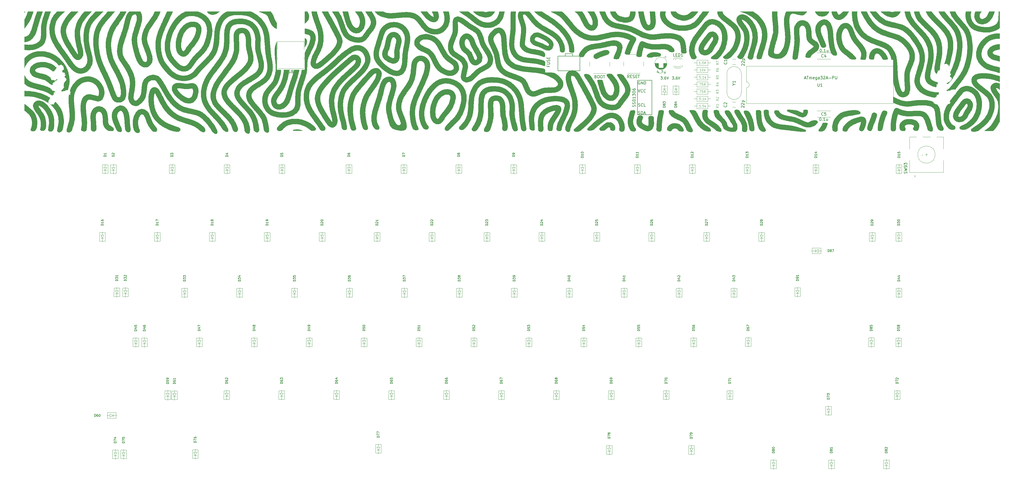
<source format=gbr>
%TF.GenerationSoftware,KiCad,Pcbnew,(5.1.9)-1*%
%TF.CreationDate,2021-10-03T12:51:29-04:00*%
%TF.ProjectId,LCK75,4c434b37-352e-46b6-9963-61645f706362,rev?*%
%TF.SameCoordinates,Original*%
%TF.FileFunction,Legend,Top*%
%TF.FilePolarity,Positive*%
%FSLAX46Y46*%
G04 Gerber Fmt 4.6, Leading zero omitted, Abs format (unit mm)*
G04 Created by KiCad (PCBNEW (5.1.9)-1) date 2021-10-03 12:51:29*
%MOMM*%
%LPD*%
G01*
G04 APERTURE LIST*
%ADD10C,0.175000*%
%ADD11C,0.120000*%
%ADD12C,0.010000*%
%ADD13C,0.150000*%
%ADD14C,0.203200*%
%ADD15C,0.200000*%
%ADD16C,0.100000*%
G04 APERTURE END LIST*
D10*
X205311428Y-8842142D02*
X205868571Y-8842142D01*
X205568571Y-9185000D01*
X205697142Y-9185000D01*
X205782857Y-9227857D01*
X205825714Y-9270714D01*
X205868571Y-9356428D01*
X205868571Y-9570714D01*
X205825714Y-9656428D01*
X205782857Y-9699285D01*
X205697142Y-9742142D01*
X205440000Y-9742142D01*
X205354285Y-9699285D01*
X205311428Y-9656428D01*
X206254285Y-9656428D02*
X206297142Y-9699285D01*
X206254285Y-9742142D01*
X206211428Y-9699285D01*
X206254285Y-9656428D01*
X206254285Y-9742142D01*
X207068571Y-8842142D02*
X206897142Y-8842142D01*
X206811428Y-8885000D01*
X206768571Y-8927857D01*
X206682857Y-9056428D01*
X206640000Y-9227857D01*
X206640000Y-9570714D01*
X206682857Y-9656428D01*
X206725714Y-9699285D01*
X206811428Y-9742142D01*
X206982857Y-9742142D01*
X207068571Y-9699285D01*
X207111428Y-9656428D01*
X207154285Y-9570714D01*
X207154285Y-9356428D01*
X207111428Y-9270714D01*
X207068571Y-9227857D01*
X206982857Y-9185000D01*
X206811428Y-9185000D01*
X206725714Y-9227857D01*
X206682857Y-9270714D01*
X206640000Y-9356428D01*
X207411428Y-8842142D02*
X207711428Y-9742142D01*
X208011428Y-8842142D01*
X201336428Y-8817142D02*
X201893571Y-8817142D01*
X201593571Y-9160000D01*
X201722142Y-9160000D01*
X201807857Y-9202857D01*
X201850714Y-9245714D01*
X201893571Y-9331428D01*
X201893571Y-9545714D01*
X201850714Y-9631428D01*
X201807857Y-9674285D01*
X201722142Y-9717142D01*
X201465000Y-9717142D01*
X201379285Y-9674285D01*
X201336428Y-9631428D01*
X202279285Y-9631428D02*
X202322142Y-9674285D01*
X202279285Y-9717142D01*
X202236428Y-9674285D01*
X202279285Y-9631428D01*
X202279285Y-9717142D01*
X203093571Y-8817142D02*
X202922142Y-8817142D01*
X202836428Y-8860000D01*
X202793571Y-8902857D01*
X202707857Y-9031428D01*
X202665000Y-9202857D01*
X202665000Y-9545714D01*
X202707857Y-9631428D01*
X202750714Y-9674285D01*
X202836428Y-9717142D01*
X203007857Y-9717142D01*
X203093571Y-9674285D01*
X203136428Y-9631428D01*
X203179285Y-9545714D01*
X203179285Y-9331428D01*
X203136428Y-9245714D01*
X203093571Y-9202857D01*
X203007857Y-9160000D01*
X202836428Y-9160000D01*
X202750714Y-9202857D01*
X202707857Y-9245714D01*
X202665000Y-9331428D01*
X203436428Y-8817142D02*
X203736428Y-9717142D01*
X204036428Y-8817142D01*
D11*
%TO.C,C5*%
X260138800Y-22835700D02*
X255598800Y-22835700D01*
X260138800Y-20695700D02*
X255598800Y-20695700D01*
X260138800Y-22835700D02*
X260138800Y-22820700D01*
X260138800Y-20710700D02*
X260138800Y-20695700D01*
X255598800Y-22835700D02*
X255598800Y-22820700D01*
X255598800Y-20710700D02*
X255598800Y-20695700D01*
D12*
%TO.C,G\u002A\u002A\u002A*%
G36*
X27018288Y13799072D02*
G01*
X27208765Y13798473D01*
X27378676Y13797530D01*
X27522999Y13796290D01*
X27636710Y13794799D01*
X27714788Y13793104D01*
X27752210Y13791250D01*
X27754781Y13790608D01*
X27746786Y13757754D01*
X27724711Y13688586D01*
X27691418Y13591000D01*
X27649769Y13472891D01*
X27602626Y13342153D01*
X27552851Y13206681D01*
X27503307Y13074372D01*
X27456856Y12953119D01*
X27416360Y12850817D01*
X27397482Y12805061D01*
X27290704Y12564638D01*
X27164060Y12300651D01*
X27025198Y12028061D01*
X26881770Y11761831D01*
X26741424Y11516922D01*
X26723787Y11487401D01*
X26637104Y11346945D01*
X26526171Y11173408D01*
X26394524Y10972038D01*
X26245700Y10748088D01*
X26083236Y10506806D01*
X25910667Y10253443D01*
X25731531Y9993249D01*
X25549364Y9731474D01*
X25367702Y9473369D01*
X25355307Y9455872D01*
X25085631Y9073040D01*
X24843397Y8723676D01*
X24626659Y8404130D01*
X24433468Y8110754D01*
X24261878Y7839898D01*
X24109940Y7587913D01*
X23975708Y7351150D01*
X23857233Y7125960D01*
X23752568Y6908693D01*
X23659766Y6695700D01*
X23576879Y6483332D01*
X23501960Y6267941D01*
X23433061Y6045876D01*
X23368235Y5813489D01*
X23327730Y5656647D01*
X23245191Y5304296D01*
X23184314Y4985272D01*
X23144754Y4690984D01*
X23126169Y4412839D01*
X23128215Y4142246D01*
X23150548Y3870612D01*
X23192824Y3589346D01*
X23236346Y3371790D01*
X23274484Y3208116D01*
X23319585Y3036573D01*
X23373116Y2852865D01*
X23436540Y2652697D01*
X23511322Y2431774D01*
X23598927Y2185801D01*
X23700819Y1910483D01*
X23818463Y1601525D01*
X23953324Y1254632D01*
X23991087Y1158463D01*
X24159632Y726265D01*
X24309466Y333354D01*
X24441586Y-24029D01*
X24556992Y-349645D01*
X24656683Y-647251D01*
X24741657Y-920608D01*
X24812915Y-1173473D01*
X24871454Y-1409607D01*
X24918274Y-1632768D01*
X24954374Y-1846716D01*
X24980754Y-2055209D01*
X24998411Y-2262006D01*
X25008345Y-2470867D01*
X25011551Y-2681261D01*
X25010996Y-2849264D01*
X25008084Y-2983205D01*
X25001710Y-3096348D01*
X24990770Y-3201959D01*
X24974158Y-3313301D01*
X24950769Y-3443640D01*
X24945895Y-3469403D01*
X24858356Y-3815787D01*
X24733005Y-4133949D01*
X24570202Y-4423397D01*
X24370304Y-4683641D01*
X24133671Y-4914190D01*
X23860659Y-5114553D01*
X23659830Y-5230482D01*
X23333793Y-5377634D01*
X23009413Y-5477802D01*
X22687689Y-5531344D01*
X22369616Y-5538616D01*
X22056194Y-5499974D01*
X21748420Y-5415775D01*
X21447291Y-5286375D01*
X21153805Y-5112131D01*
X20868959Y-4893399D01*
X20593751Y-4630535D01*
X20329178Y-4323895D01*
X20076239Y-3973837D01*
X20055799Y-3942842D01*
X19892957Y-3678177D01*
X19734696Y-3387759D01*
X19579995Y-3068966D01*
X19427829Y-2719170D01*
X19277176Y-2335747D01*
X19127013Y-1916073D01*
X18976316Y-1457521D01*
X18824063Y-957467D01*
X18669231Y-413287D01*
X18642899Y-317369D01*
X18497231Y227388D01*
X18369001Y732261D01*
X18257524Y1201100D01*
X18162111Y1637756D01*
X18082077Y2046082D01*
X18016733Y2429928D01*
X17965394Y2793146D01*
X17927371Y3139588D01*
X17901979Y3473105D01*
X17888529Y3797547D01*
X17886357Y3923893D01*
X17888628Y4159802D01*
X17900776Y4401690D01*
X17923513Y4652694D01*
X17957548Y4915950D01*
X18003591Y5194595D01*
X18062354Y5491765D01*
X18134545Y5810596D01*
X18220876Y6154226D01*
X18322057Y6525791D01*
X18438797Y6928428D01*
X18571808Y7365272D01*
X18721799Y7839462D01*
X18889481Y8354132D01*
X18889679Y8354735D01*
X19020351Y8753147D01*
X19135838Y9110669D01*
X19236993Y9430956D01*
X19324670Y9717660D01*
X19399720Y9974438D01*
X19462998Y10204943D01*
X19515356Y10412830D01*
X19557646Y10601753D01*
X19590723Y10775367D01*
X19615438Y10937325D01*
X19632646Y11091283D01*
X19643198Y11240895D01*
X19647948Y11389815D01*
X19647749Y11541698D01*
X19646630Y11597791D01*
X19628291Y11877289D01*
X19588234Y12133130D01*
X19527850Y12360436D01*
X19448526Y12554329D01*
X19351652Y12709928D01*
X19319044Y12748777D01*
X19259297Y12810884D01*
X19210800Y12845654D01*
X19155175Y12862674D01*
X19085550Y12870600D01*
X18882230Y12864238D01*
X18681021Y12813244D01*
X18485484Y12720309D01*
X18299179Y12588123D01*
X18125665Y12419377D01*
X17968505Y12216761D01*
X17831256Y11982966D01*
X17785993Y11888564D01*
X17740404Y11785296D01*
X17696573Y11680142D01*
X17653557Y11569854D01*
X17610418Y11451186D01*
X17566212Y11320891D01*
X17520001Y11175723D01*
X17470842Y11012434D01*
X17417796Y10827780D01*
X17359922Y10618511D01*
X17296277Y10381383D01*
X17225923Y10113148D01*
X17147918Y9810560D01*
X17061322Y9470372D01*
X16965192Y9089337D01*
X16902611Y8840010D01*
X16799966Y8433014D01*
X16706195Y8067134D01*
X16619804Y7737291D01*
X16539303Y7438405D01*
X16463197Y7165396D01*
X16389995Y6913186D01*
X16318205Y6676695D01*
X16246333Y6450844D01*
X16172888Y6230553D01*
X16096377Y6010743D01*
X16015308Y5786335D01*
X15967126Y5656133D01*
X15857480Y5354978D01*
X15744503Y5031478D01*
X15629728Y4690828D01*
X15514685Y4338228D01*
X15400907Y3978874D01*
X15289926Y3617966D01*
X15183272Y3260702D01*
X15082478Y2912278D01*
X14989076Y2577894D01*
X14904596Y2262746D01*
X14830571Y1972034D01*
X14768533Y1710955D01*
X14720013Y1484707D01*
X14690625Y1324166D01*
X14643198Y970317D01*
X14613956Y607970D01*
X14602572Y244650D01*
X14608718Y-112115D01*
X14632064Y-454802D01*
X14672285Y-775883D01*
X14729050Y-1067834D01*
X14802033Y-1323129D01*
X14806605Y-1336223D01*
X14873194Y-1512313D01*
X14951111Y-1693824D01*
X15042365Y-1884163D01*
X15148968Y-2086735D01*
X15272932Y-2304944D01*
X15416266Y-2542198D01*
X15580982Y-2801900D01*
X15769091Y-3087458D01*
X15982604Y-3402276D01*
X16223531Y-3749759D01*
X16275889Y-3824483D01*
X16691729Y-4433147D01*
X17068797Y-5019368D01*
X17408446Y-5585836D01*
X17712029Y-6135239D01*
X17980896Y-6670265D01*
X18216401Y-7193603D01*
X18419895Y-7707941D01*
X18592731Y-8215968D01*
X18734296Y-8712740D01*
X18832841Y-9125464D01*
X18909343Y-9517956D01*
X18965528Y-9903930D01*
X19003125Y-10297102D01*
X19023860Y-10711189D01*
X19029435Y-11056263D01*
X19028481Y-11343235D01*
X19023018Y-11612623D01*
X19012328Y-11871665D01*
X18995694Y-12127599D01*
X18972397Y-12387664D01*
X18941721Y-12659098D01*
X18902946Y-12949140D01*
X18855356Y-13265027D01*
X18798232Y-13613999D01*
X18745413Y-13920568D01*
X18684761Y-14269984D01*
X18632756Y-14577347D01*
X18588760Y-14847029D01*
X18552138Y-15083400D01*
X18522253Y-15290833D01*
X18498469Y-15473699D01*
X18480149Y-15636370D01*
X18466658Y-15783218D01*
X18459310Y-15885825D01*
X18460192Y-16110654D01*
X18489372Y-16327587D01*
X18544087Y-16530858D01*
X18621575Y-16714696D01*
X18719075Y-16873334D01*
X18833825Y-17001003D01*
X18963062Y-17091935D01*
X19054510Y-17128894D01*
X19134845Y-17150078D01*
X19192498Y-17156038D01*
X19249615Y-17146783D01*
X19308144Y-17128971D01*
X19461901Y-17060540D01*
X19629945Y-16953161D01*
X19807738Y-16811329D01*
X19990741Y-16639539D01*
X20174416Y-16442282D01*
X20354226Y-16224055D01*
X20525634Y-15989349D01*
X20647633Y-15802488D01*
X20745455Y-15637861D01*
X20831668Y-15476361D01*
X20907368Y-15313340D01*
X20973651Y-15144150D01*
X21031611Y-14964142D01*
X21082345Y-14768669D01*
X21126948Y-14553082D01*
X21166515Y-14312733D01*
X21202143Y-14042973D01*
X21234926Y-13739155D01*
X21265960Y-13396630D01*
X21292024Y-13068378D01*
X21318889Y-12730385D01*
X21345608Y-12433271D01*
X21373015Y-12170580D01*
X21401945Y-11935857D01*
X21433232Y-11722648D01*
X21467711Y-11524496D01*
X21506216Y-11334946D01*
X21529396Y-11232094D01*
X21611149Y-10928240D01*
X21713341Y-10625390D01*
X21831555Y-10334047D01*
X21961373Y-10064714D01*
X22098380Y-9827896D01*
X22155724Y-9742469D01*
X22266101Y-9601565D01*
X22406335Y-9446463D01*
X22565751Y-9287434D01*
X22733676Y-9134745D01*
X22899434Y-8998667D01*
X23020391Y-8910638D01*
X23358265Y-8698165D01*
X23690504Y-8524920D01*
X24028650Y-8386304D01*
X24384246Y-8277721D01*
X24768835Y-8194572D01*
X24854967Y-8179812D01*
X25057346Y-8152768D01*
X25242756Y-8143014D01*
X25425212Y-8151364D01*
X25618726Y-8178634D01*
X25837314Y-8225638D01*
X25896895Y-8240410D01*
X26155330Y-8307469D01*
X26388768Y-8371325D01*
X26592608Y-8430609D01*
X26762253Y-8483952D01*
X26893104Y-8529987D01*
X26954920Y-8555229D01*
X27072551Y-8620485D01*
X27210942Y-8718838D01*
X27363684Y-8844608D01*
X27524370Y-8992118D01*
X27686591Y-9155690D01*
X27843940Y-9329646D01*
X27889662Y-9383517D01*
X28004758Y-9529715D01*
X28139323Y-9715673D01*
X28291698Y-9938784D01*
X28460228Y-10196438D01*
X28643254Y-10486029D01*
X28839119Y-10804947D01*
X29046166Y-11150584D01*
X29262738Y-11520332D01*
X29411204Y-11778257D01*
X29793611Y-12443207D01*
X30156651Y-13066537D01*
X30500135Y-13647927D01*
X30823872Y-14187053D01*
X31087727Y-14618891D01*
X31481495Y-15234188D01*
X31876446Y-15804060D01*
X32274190Y-16330421D01*
X32676336Y-16815189D01*
X33084493Y-17260278D01*
X33500271Y-17667605D01*
X33925278Y-18039087D01*
X34034401Y-18127572D01*
X34291540Y-18323938D01*
X34563763Y-18515507D01*
X34843397Y-18697718D01*
X35122771Y-18866008D01*
X35394214Y-19015816D01*
X35650054Y-19142580D01*
X35882620Y-19241738D01*
X35949605Y-19266447D01*
X36075604Y-19307816D01*
X36244511Y-19358349D01*
X36452960Y-19417197D01*
X36697586Y-19483506D01*
X36975024Y-19556427D01*
X37281910Y-19635108D01*
X37614878Y-19718698D01*
X37970563Y-19806346D01*
X38345601Y-19897201D01*
X38736626Y-19990412D01*
X39140273Y-20085128D01*
X39553177Y-20180498D01*
X39661771Y-20205327D01*
X39999958Y-20283950D01*
X40297069Y-20356495D01*
X40558709Y-20424796D01*
X40790480Y-20490685D01*
X40997984Y-20555996D01*
X41186825Y-20622561D01*
X41362606Y-20692215D01*
X41530930Y-20766789D01*
X41697399Y-20848118D01*
X41815918Y-20910098D01*
X42295665Y-21186697D01*
X42766144Y-21498186D01*
X43228706Y-21845915D01*
X43684707Y-22231234D01*
X44135500Y-22655493D01*
X44582439Y-23120042D01*
X45026876Y-23626232D01*
X45470167Y-24175412D01*
X45913664Y-24768933D01*
X46358722Y-25408144D01*
X46425026Y-25507043D01*
X46539035Y-25680686D01*
X46638952Y-25839873D01*
X46731145Y-25995790D01*
X46821982Y-26159624D01*
X46917830Y-26342561D01*
X47025058Y-26555788D01*
X47045390Y-26596896D01*
X47173998Y-26862220D01*
X47279810Y-27091897D01*
X47364533Y-27290791D01*
X47429875Y-27463766D01*
X47477544Y-27615684D01*
X47509246Y-27751409D01*
X47526690Y-27875804D01*
X47531609Y-27981705D01*
X47528108Y-28087666D01*
X47518339Y-28186952D01*
X47504246Y-28261241D01*
X47500800Y-28272288D01*
X47431006Y-28406392D01*
X47329696Y-28507493D01*
X47201180Y-28573538D01*
X47049766Y-28602475D01*
X46879764Y-28592252D01*
X46843573Y-28585255D01*
X46719472Y-28550982D01*
X46598820Y-28500386D01*
X46474985Y-28429200D01*
X46341333Y-28333154D01*
X46191231Y-28207983D01*
X46033744Y-28064220D01*
X45960742Y-27992255D01*
X45891246Y-27915679D01*
X45819673Y-27827247D01*
X45740440Y-27719713D01*
X45647964Y-27585829D01*
X45539840Y-27423190D01*
X45339583Y-27118690D01*
X45162381Y-26850134D01*
X45005580Y-26613710D01*
X44866528Y-26405607D01*
X44742570Y-26222013D01*
X44631053Y-26059118D01*
X44529323Y-25913108D01*
X44434727Y-25780173D01*
X44344610Y-25656501D01*
X44256321Y-25538281D01*
X44167204Y-25421701D01*
X44074606Y-25302950D01*
X43983991Y-25188415D01*
X43668846Y-24805537D01*
X43344373Y-24436748D01*
X43015188Y-24086572D01*
X42685910Y-23759538D01*
X42361153Y-23460170D01*
X42045536Y-23192996D01*
X41743674Y-22962541D01*
X41638378Y-22888836D01*
X41450790Y-22763718D01*
X41270501Y-22650030D01*
X41093528Y-22546401D01*
X40915885Y-22451457D01*
X40733589Y-22363828D01*
X40542653Y-22282140D01*
X40339095Y-22205022D01*
X40118928Y-22131102D01*
X39878168Y-22059008D01*
X39612831Y-21987367D01*
X39318931Y-21914807D01*
X38992485Y-21839956D01*
X38629507Y-21761443D01*
X38226013Y-21677895D01*
X37973935Y-21627006D01*
X37610267Y-21553439D01*
X37288758Y-21486782D01*
X37004906Y-21425925D01*
X36754210Y-21369757D01*
X36532168Y-21317167D01*
X36334280Y-21267045D01*
X36156044Y-21218279D01*
X35992960Y-21169759D01*
X35840525Y-21120374D01*
X35694239Y-21069013D01*
X35656234Y-21055042D01*
X35080420Y-20825456D01*
X34539938Y-20575817D01*
X34029473Y-20302486D01*
X33543713Y-20001823D01*
X33077342Y-19670190D01*
X32625047Y-19303946D01*
X32181515Y-18899453D01*
X31741431Y-18453071D01*
X31544539Y-18239156D01*
X31337292Y-18006550D01*
X31141152Y-17779789D01*
X30953710Y-17555346D01*
X30772555Y-17329692D01*
X30595279Y-17099301D01*
X30419471Y-16860645D01*
X30242721Y-16610195D01*
X30062620Y-16344424D01*
X29876758Y-16059804D01*
X29682724Y-15752809D01*
X29478110Y-15419909D01*
X29260504Y-15057577D01*
X29027498Y-14662286D01*
X28776682Y-14230507D01*
X28618717Y-13956076D01*
X28352797Y-13493644D01*
X28108386Y-13070734D01*
X27884133Y-12685412D01*
X27678687Y-12335740D01*
X27490697Y-12019784D01*
X27318810Y-11735607D01*
X27161676Y-11481274D01*
X27017943Y-11254848D01*
X26886259Y-11054394D01*
X26765274Y-10877976D01*
X26653635Y-10723658D01*
X26549992Y-10589504D01*
X26452992Y-10473579D01*
X26361286Y-10373946D01*
X26273520Y-10288670D01*
X26188344Y-10215815D01*
X26104406Y-10153444D01*
X26020355Y-10099623D01*
X25934840Y-10052415D01*
X25872106Y-10021669D01*
X25817969Y-9997175D01*
X25770501Y-9979670D01*
X25720409Y-9968033D01*
X25658400Y-9961148D01*
X25575183Y-9957893D01*
X25461464Y-9957151D01*
X25340242Y-9957625D01*
X25188706Y-9959132D01*
X25073327Y-9962597D01*
X24982925Y-9969237D01*
X24906319Y-9980274D01*
X24832329Y-9996925D01*
X24749774Y-10020412D01*
X24741423Y-10022939D01*
X24442179Y-10135534D01*
X24171066Y-10282212D01*
X23931000Y-10460728D01*
X23724896Y-10668837D01*
X23555667Y-10904294D01*
X23522548Y-10961575D01*
X23425042Y-11169355D01*
X23338435Y-11421007D01*
X23262630Y-11716977D01*
X23197530Y-12057712D01*
X23143041Y-12443656D01*
X23099066Y-12875258D01*
X23091939Y-12961854D01*
X23079475Y-13118409D01*
X23065233Y-13296649D01*
X23051252Y-13471072D01*
X23042706Y-13577325D01*
X22997531Y-14039464D01*
X22938516Y-14481357D01*
X22866584Y-14898968D01*
X22782658Y-15288262D01*
X22687662Y-15645203D01*
X22582518Y-15965756D01*
X22468149Y-16245886D01*
X22401024Y-16382451D01*
X22191397Y-16746425D01*
X21955228Y-17096981D01*
X21696874Y-17429732D01*
X21420695Y-17740291D01*
X21131049Y-18024273D01*
X20832296Y-18277288D01*
X20528794Y-18494951D01*
X20224903Y-18672875D01*
X20036694Y-18761955D01*
X19823663Y-18845978D01*
X19633060Y-18903218D01*
X19452964Y-18934586D01*
X19271458Y-18940992D01*
X19076623Y-18923347D01*
X18856539Y-18882562D01*
X18757511Y-18859670D01*
X18483008Y-18787871D01*
X18253360Y-18715578D01*
X18066078Y-18641891D01*
X17918675Y-18565911D01*
X17884457Y-18544269D01*
X17758454Y-18447338D01*
X17619492Y-18317489D01*
X17476328Y-18163870D01*
X17337722Y-17995630D01*
X17262745Y-17894783D01*
X17112119Y-17666370D01*
X16984525Y-17433759D01*
X16879611Y-17193375D01*
X16797027Y-16941647D01*
X16736422Y-16674999D01*
X16697445Y-16389860D01*
X16679745Y-16082655D01*
X16682971Y-15749812D01*
X16706772Y-15387756D01*
X16750798Y-14992915D01*
X16814697Y-14561715D01*
X16892243Y-14121780D01*
X16971173Y-13691601D01*
X17038739Y-13301619D01*
X17095599Y-12946237D01*
X17142410Y-12619859D01*
X17179829Y-12316889D01*
X17208514Y-12031731D01*
X17229122Y-11758789D01*
X17242311Y-11492466D01*
X17248738Y-11227168D01*
X17249630Y-11079935D01*
X17239894Y-10664147D01*
X17209560Y-10263331D01*
X17156997Y-9869620D01*
X17080578Y-9475147D01*
X16978675Y-9072044D01*
X16849659Y-8652444D01*
X16691901Y-8208480D01*
X16612644Y-8002581D01*
X16482798Y-7687603D01*
X16340919Y-7374056D01*
X16184371Y-7057321D01*
X16010517Y-6732778D01*
X15816723Y-6395806D01*
X15600351Y-6041787D01*
X15358766Y-5666099D01*
X15089332Y-5264123D01*
X14863523Y-4937064D01*
X14634179Y-4606883D01*
X14430767Y-4310307D01*
X14250660Y-4043183D01*
X14091227Y-3801358D01*
X13949838Y-3580681D01*
X13823866Y-3376997D01*
X13710679Y-3186155D01*
X13607650Y-3004002D01*
X13512148Y-2826386D01*
X13447121Y-2700065D01*
X13296042Y-2386102D01*
X13172756Y-2093611D01*
X13072816Y-1809390D01*
X12991778Y-1520239D01*
X12925195Y-1212959D01*
X12901020Y-1078537D01*
X12854340Y-762253D01*
X12822138Y-442029D01*
X12804874Y-115345D01*
X12803010Y220318D01*
X12817004Y567481D01*
X12847317Y928662D01*
X12894410Y1306383D01*
X12958743Y1703162D01*
X13040775Y2121519D01*
X13140968Y2563974D01*
X13259781Y3033047D01*
X13397674Y3531257D01*
X13555109Y4061124D01*
X13732544Y4625169D01*
X13930441Y5225910D01*
X14149259Y5865868D01*
X14191644Y5987540D01*
X14310466Y6330909D01*
X14417753Y6648471D01*
X14515784Y6948029D01*
X14606839Y7237382D01*
X14693198Y7524332D01*
X14777141Y7816679D01*
X14860946Y8122224D01*
X14946895Y8448769D01*
X15037267Y8804114D01*
X15134341Y9196059D01*
X15160152Y9301613D01*
X15272602Y9758151D01*
X15379286Y10182515D01*
X15479727Y10572956D01*
X15573446Y10927725D01*
X15659966Y11245072D01*
X15738809Y11523250D01*
X15809498Y11760508D01*
X15871555Y11955098D01*
X15924501Y12105271D01*
X15929583Y12118574D01*
X16074718Y12455593D01*
X16248920Y12793675D01*
X16444485Y13119670D01*
X16653706Y13420427D01*
X16799991Y13603989D01*
X16965495Y13799283D01*
X18874443Y13798359D01*
X20783392Y13797436D01*
X20861885Y13690762D01*
X21004061Y13465121D01*
X21128871Y13200780D01*
X21234761Y12903664D01*
X21320179Y12579697D01*
X21383570Y12234806D01*
X21423382Y11874914D01*
X21438059Y11505948D01*
X21438098Y11493237D01*
X21437951Y11354988D01*
X21436262Y11242777D01*
X21432004Y11145041D01*
X21424155Y11050214D01*
X21411688Y10946734D01*
X21393579Y10823037D01*
X21368805Y10667559D01*
X21360313Y10615406D01*
X21329675Y10452570D01*
X21284730Y10249795D01*
X21226780Y10011842D01*
X21157123Y9743469D01*
X21077059Y9449437D01*
X20987886Y9134505D01*
X20890904Y8803433D01*
X20787413Y8460981D01*
X20678712Y8111908D01*
X20665655Y8070671D01*
X20645801Y8006494D01*
X20614143Y7902154D01*
X20572247Y7762909D01*
X20521678Y7594013D01*
X20464003Y7400723D01*
X20400787Y7188294D01*
X20333594Y6961980D01*
X20263991Y6727039D01*
X20193544Y6488725D01*
X20123818Y6252295D01*
X20108592Y6200587D01*
X20004354Y5839558D01*
X19916060Y5517137D01*
X19842822Y5227684D01*
X19783750Y4965559D01*
X19737953Y4725122D01*
X19704542Y4500731D01*
X19682626Y4286747D01*
X19671315Y4077528D01*
X19669719Y3867435D01*
X19676948Y3650827D01*
X19685067Y3516612D01*
X19713480Y3214835D01*
X19758744Y2876670D01*
X19819354Y2507713D01*
X19893809Y2113559D01*
X19980602Y1699806D01*
X20078230Y1272048D01*
X20185190Y835880D01*
X20299976Y396900D01*
X20421086Y-39298D01*
X20547016Y-467118D01*
X20676260Y-880963D01*
X20807316Y-1275239D01*
X20938679Y-1644349D01*
X21068846Y-1982699D01*
X21196311Y-2284691D01*
X21308058Y-2521930D01*
X21462084Y-2806747D01*
X21620486Y-3056797D01*
X21781507Y-3270410D01*
X21943391Y-3445921D01*
X22104383Y-3581662D01*
X22262727Y-3675966D01*
X22416665Y-3727164D01*
X22564443Y-3733591D01*
X22581789Y-3731257D01*
X22716257Y-3693161D01*
X22857217Y-3623908D01*
X22986803Y-3532943D01*
X23029149Y-3494839D01*
X23090390Y-3424022D01*
X23137995Y-3340628D01*
X23173326Y-3238476D01*
X23197745Y-3111385D01*
X23212614Y-2953175D01*
X23219296Y-2757666D01*
X23219968Y-2629049D01*
X23218358Y-2464915D01*
X23213503Y-2333399D01*
X23204025Y-2219812D01*
X23188550Y-2109465D01*
X23165701Y-1987668D01*
X23155159Y-1937025D01*
X23118858Y-1774800D01*
X23077990Y-1611005D01*
X23031064Y-1441297D01*
X22976588Y-1261334D01*
X22913073Y-1066774D01*
X22839026Y-853273D01*
X22752957Y-616488D01*
X22653375Y-352079D01*
X22538788Y-55701D01*
X22407707Y276987D01*
X22315754Y507756D01*
X22131206Y977499D01*
X21968748Y1408851D01*
X21827439Y1804783D01*
X21706337Y2168270D01*
X21604499Y2502283D01*
X21520985Y2809795D01*
X21454853Y3093778D01*
X21405160Y3357206D01*
X21397172Y3407298D01*
X21379080Y3559739D01*
X21365322Y3747820D01*
X21356066Y3960020D01*
X21351479Y4184818D01*
X21351728Y4410694D01*
X21356982Y4626126D01*
X21367407Y4819594D01*
X21375305Y4911474D01*
X21419578Y5281638D01*
X21477536Y5641676D01*
X21550637Y5994770D01*
X21640337Y6344098D01*
X21748092Y6692842D01*
X21875358Y7044180D01*
X22023594Y7401294D01*
X22194254Y7767362D01*
X22388795Y8145565D01*
X22608673Y8539083D01*
X22855346Y8951097D01*
X23130270Y9384785D01*
X23434901Y9843329D01*
X23770695Y10329907D01*
X24014839Y10674586D01*
X24286210Y11057517D01*
X24529480Y11408149D01*
X24747036Y11730402D01*
X24941266Y12028197D01*
X25114558Y12305454D01*
X25269300Y12566094D01*
X25407879Y12814037D01*
X25532683Y13053203D01*
X25646100Y13287514D01*
X25750517Y13520889D01*
X25755703Y13532973D01*
X25869756Y13799283D01*
X26812268Y13799283D01*
X27018288Y13799072D01*
G37*
X27018288Y13799072D02*
X27208765Y13798473D01*
X27378676Y13797530D01*
X27522999Y13796290D01*
X27636710Y13794799D01*
X27714788Y13793104D01*
X27752210Y13791250D01*
X27754781Y13790608D01*
X27746786Y13757754D01*
X27724711Y13688586D01*
X27691418Y13591000D01*
X27649769Y13472891D01*
X27602626Y13342153D01*
X27552851Y13206681D01*
X27503307Y13074372D01*
X27456856Y12953119D01*
X27416360Y12850817D01*
X27397482Y12805061D01*
X27290704Y12564638D01*
X27164060Y12300651D01*
X27025198Y12028061D01*
X26881770Y11761831D01*
X26741424Y11516922D01*
X26723787Y11487401D01*
X26637104Y11346945D01*
X26526171Y11173408D01*
X26394524Y10972038D01*
X26245700Y10748088D01*
X26083236Y10506806D01*
X25910667Y10253443D01*
X25731531Y9993249D01*
X25549364Y9731474D01*
X25367702Y9473369D01*
X25355307Y9455872D01*
X25085631Y9073040D01*
X24843397Y8723676D01*
X24626659Y8404130D01*
X24433468Y8110754D01*
X24261878Y7839898D01*
X24109940Y7587913D01*
X23975708Y7351150D01*
X23857233Y7125960D01*
X23752568Y6908693D01*
X23659766Y6695700D01*
X23576879Y6483332D01*
X23501960Y6267941D01*
X23433061Y6045876D01*
X23368235Y5813489D01*
X23327730Y5656647D01*
X23245191Y5304296D01*
X23184314Y4985272D01*
X23144754Y4690984D01*
X23126169Y4412839D01*
X23128215Y4142246D01*
X23150548Y3870612D01*
X23192824Y3589346D01*
X23236346Y3371790D01*
X23274484Y3208116D01*
X23319585Y3036573D01*
X23373116Y2852865D01*
X23436540Y2652697D01*
X23511322Y2431774D01*
X23598927Y2185801D01*
X23700819Y1910483D01*
X23818463Y1601525D01*
X23953324Y1254632D01*
X23991087Y1158463D01*
X24159632Y726265D01*
X24309466Y333354D01*
X24441586Y-24029D01*
X24556992Y-349645D01*
X24656683Y-647251D01*
X24741657Y-920608D01*
X24812915Y-1173473D01*
X24871454Y-1409607D01*
X24918274Y-1632768D01*
X24954374Y-1846716D01*
X24980754Y-2055209D01*
X24998411Y-2262006D01*
X25008345Y-2470867D01*
X25011551Y-2681261D01*
X25010996Y-2849264D01*
X25008084Y-2983205D01*
X25001710Y-3096348D01*
X24990770Y-3201959D01*
X24974158Y-3313301D01*
X24950769Y-3443640D01*
X24945895Y-3469403D01*
X24858356Y-3815787D01*
X24733005Y-4133949D01*
X24570202Y-4423397D01*
X24370304Y-4683641D01*
X24133671Y-4914190D01*
X23860659Y-5114553D01*
X23659830Y-5230482D01*
X23333793Y-5377634D01*
X23009413Y-5477802D01*
X22687689Y-5531344D01*
X22369616Y-5538616D01*
X22056194Y-5499974D01*
X21748420Y-5415775D01*
X21447291Y-5286375D01*
X21153805Y-5112131D01*
X20868959Y-4893399D01*
X20593751Y-4630535D01*
X20329178Y-4323895D01*
X20076239Y-3973837D01*
X20055799Y-3942842D01*
X19892957Y-3678177D01*
X19734696Y-3387759D01*
X19579995Y-3068966D01*
X19427829Y-2719170D01*
X19277176Y-2335747D01*
X19127013Y-1916073D01*
X18976316Y-1457521D01*
X18824063Y-957467D01*
X18669231Y-413287D01*
X18642899Y-317369D01*
X18497231Y227388D01*
X18369001Y732261D01*
X18257524Y1201100D01*
X18162111Y1637756D01*
X18082077Y2046082D01*
X18016733Y2429928D01*
X17965394Y2793146D01*
X17927371Y3139588D01*
X17901979Y3473105D01*
X17888529Y3797547D01*
X17886357Y3923893D01*
X17888628Y4159802D01*
X17900776Y4401690D01*
X17923513Y4652694D01*
X17957548Y4915950D01*
X18003591Y5194595D01*
X18062354Y5491765D01*
X18134545Y5810596D01*
X18220876Y6154226D01*
X18322057Y6525791D01*
X18438797Y6928428D01*
X18571808Y7365272D01*
X18721799Y7839462D01*
X18889481Y8354132D01*
X18889679Y8354735D01*
X19020351Y8753147D01*
X19135838Y9110669D01*
X19236993Y9430956D01*
X19324670Y9717660D01*
X19399720Y9974438D01*
X19462998Y10204943D01*
X19515356Y10412830D01*
X19557646Y10601753D01*
X19590723Y10775367D01*
X19615438Y10937325D01*
X19632646Y11091283D01*
X19643198Y11240895D01*
X19647948Y11389815D01*
X19647749Y11541698D01*
X19646630Y11597791D01*
X19628291Y11877289D01*
X19588234Y12133130D01*
X19527850Y12360436D01*
X19448526Y12554329D01*
X19351652Y12709928D01*
X19319044Y12748777D01*
X19259297Y12810884D01*
X19210800Y12845654D01*
X19155175Y12862674D01*
X19085550Y12870600D01*
X18882230Y12864238D01*
X18681021Y12813244D01*
X18485484Y12720309D01*
X18299179Y12588123D01*
X18125665Y12419377D01*
X17968505Y12216761D01*
X17831256Y11982966D01*
X17785993Y11888564D01*
X17740404Y11785296D01*
X17696573Y11680142D01*
X17653557Y11569854D01*
X17610418Y11451186D01*
X17566212Y11320891D01*
X17520001Y11175723D01*
X17470842Y11012434D01*
X17417796Y10827780D01*
X17359922Y10618511D01*
X17296277Y10381383D01*
X17225923Y10113148D01*
X17147918Y9810560D01*
X17061322Y9470372D01*
X16965192Y9089337D01*
X16902611Y8840010D01*
X16799966Y8433014D01*
X16706195Y8067134D01*
X16619804Y7737291D01*
X16539303Y7438405D01*
X16463197Y7165396D01*
X16389995Y6913186D01*
X16318205Y6676695D01*
X16246333Y6450844D01*
X16172888Y6230553D01*
X16096377Y6010743D01*
X16015308Y5786335D01*
X15967126Y5656133D01*
X15857480Y5354978D01*
X15744503Y5031478D01*
X15629728Y4690828D01*
X15514685Y4338228D01*
X15400907Y3978874D01*
X15289926Y3617966D01*
X15183272Y3260702D01*
X15082478Y2912278D01*
X14989076Y2577894D01*
X14904596Y2262746D01*
X14830571Y1972034D01*
X14768533Y1710955D01*
X14720013Y1484707D01*
X14690625Y1324166D01*
X14643198Y970317D01*
X14613956Y607970D01*
X14602572Y244650D01*
X14608718Y-112115D01*
X14632064Y-454802D01*
X14672285Y-775883D01*
X14729050Y-1067834D01*
X14802033Y-1323129D01*
X14806605Y-1336223D01*
X14873194Y-1512313D01*
X14951111Y-1693824D01*
X15042365Y-1884163D01*
X15148968Y-2086735D01*
X15272932Y-2304944D01*
X15416266Y-2542198D01*
X15580982Y-2801900D01*
X15769091Y-3087458D01*
X15982604Y-3402276D01*
X16223531Y-3749759D01*
X16275889Y-3824483D01*
X16691729Y-4433147D01*
X17068797Y-5019368D01*
X17408446Y-5585836D01*
X17712029Y-6135239D01*
X17980896Y-6670265D01*
X18216401Y-7193603D01*
X18419895Y-7707941D01*
X18592731Y-8215968D01*
X18734296Y-8712740D01*
X18832841Y-9125464D01*
X18909343Y-9517956D01*
X18965528Y-9903930D01*
X19003125Y-10297102D01*
X19023860Y-10711189D01*
X19029435Y-11056263D01*
X19028481Y-11343235D01*
X19023018Y-11612623D01*
X19012328Y-11871665D01*
X18995694Y-12127599D01*
X18972397Y-12387664D01*
X18941721Y-12659098D01*
X18902946Y-12949140D01*
X18855356Y-13265027D01*
X18798232Y-13613999D01*
X18745413Y-13920568D01*
X18684761Y-14269984D01*
X18632756Y-14577347D01*
X18588760Y-14847029D01*
X18552138Y-15083400D01*
X18522253Y-15290833D01*
X18498469Y-15473699D01*
X18480149Y-15636370D01*
X18466658Y-15783218D01*
X18459310Y-15885825D01*
X18460192Y-16110654D01*
X18489372Y-16327587D01*
X18544087Y-16530858D01*
X18621575Y-16714696D01*
X18719075Y-16873334D01*
X18833825Y-17001003D01*
X18963062Y-17091935D01*
X19054510Y-17128894D01*
X19134845Y-17150078D01*
X19192498Y-17156038D01*
X19249615Y-17146783D01*
X19308144Y-17128971D01*
X19461901Y-17060540D01*
X19629945Y-16953161D01*
X19807738Y-16811329D01*
X19990741Y-16639539D01*
X20174416Y-16442282D01*
X20354226Y-16224055D01*
X20525634Y-15989349D01*
X20647633Y-15802488D01*
X20745455Y-15637861D01*
X20831668Y-15476361D01*
X20907368Y-15313340D01*
X20973651Y-15144150D01*
X21031611Y-14964142D01*
X21082345Y-14768669D01*
X21126948Y-14553082D01*
X21166515Y-14312733D01*
X21202143Y-14042973D01*
X21234926Y-13739155D01*
X21265960Y-13396630D01*
X21292024Y-13068378D01*
X21318889Y-12730385D01*
X21345608Y-12433271D01*
X21373015Y-12170580D01*
X21401945Y-11935857D01*
X21433232Y-11722648D01*
X21467711Y-11524496D01*
X21506216Y-11334946D01*
X21529396Y-11232094D01*
X21611149Y-10928240D01*
X21713341Y-10625390D01*
X21831555Y-10334047D01*
X21961373Y-10064714D01*
X22098380Y-9827896D01*
X22155724Y-9742469D01*
X22266101Y-9601565D01*
X22406335Y-9446463D01*
X22565751Y-9287434D01*
X22733676Y-9134745D01*
X22899434Y-8998667D01*
X23020391Y-8910638D01*
X23358265Y-8698165D01*
X23690504Y-8524920D01*
X24028650Y-8386304D01*
X24384246Y-8277721D01*
X24768835Y-8194572D01*
X24854967Y-8179812D01*
X25057346Y-8152768D01*
X25242756Y-8143014D01*
X25425212Y-8151364D01*
X25618726Y-8178634D01*
X25837314Y-8225638D01*
X25896895Y-8240410D01*
X26155330Y-8307469D01*
X26388768Y-8371325D01*
X26592608Y-8430609D01*
X26762253Y-8483952D01*
X26893104Y-8529987D01*
X26954920Y-8555229D01*
X27072551Y-8620485D01*
X27210942Y-8718838D01*
X27363684Y-8844608D01*
X27524370Y-8992118D01*
X27686591Y-9155690D01*
X27843940Y-9329646D01*
X27889662Y-9383517D01*
X28004758Y-9529715D01*
X28139323Y-9715673D01*
X28291698Y-9938784D01*
X28460228Y-10196438D01*
X28643254Y-10486029D01*
X28839119Y-10804947D01*
X29046166Y-11150584D01*
X29262738Y-11520332D01*
X29411204Y-11778257D01*
X29793611Y-12443207D01*
X30156651Y-13066537D01*
X30500135Y-13647927D01*
X30823872Y-14187053D01*
X31087727Y-14618891D01*
X31481495Y-15234188D01*
X31876446Y-15804060D01*
X32274190Y-16330421D01*
X32676336Y-16815189D01*
X33084493Y-17260278D01*
X33500271Y-17667605D01*
X33925278Y-18039087D01*
X34034401Y-18127572D01*
X34291540Y-18323938D01*
X34563763Y-18515507D01*
X34843397Y-18697718D01*
X35122771Y-18866008D01*
X35394214Y-19015816D01*
X35650054Y-19142580D01*
X35882620Y-19241738D01*
X35949605Y-19266447D01*
X36075604Y-19307816D01*
X36244511Y-19358349D01*
X36452960Y-19417197D01*
X36697586Y-19483506D01*
X36975024Y-19556427D01*
X37281910Y-19635108D01*
X37614878Y-19718698D01*
X37970563Y-19806346D01*
X38345601Y-19897201D01*
X38736626Y-19990412D01*
X39140273Y-20085128D01*
X39553177Y-20180498D01*
X39661771Y-20205327D01*
X39999958Y-20283950D01*
X40297069Y-20356495D01*
X40558709Y-20424796D01*
X40790480Y-20490685D01*
X40997984Y-20555996D01*
X41186825Y-20622561D01*
X41362606Y-20692215D01*
X41530930Y-20766789D01*
X41697399Y-20848118D01*
X41815918Y-20910098D01*
X42295665Y-21186697D01*
X42766144Y-21498186D01*
X43228706Y-21845915D01*
X43684707Y-22231234D01*
X44135500Y-22655493D01*
X44582439Y-23120042D01*
X45026876Y-23626232D01*
X45470167Y-24175412D01*
X45913664Y-24768933D01*
X46358722Y-25408144D01*
X46425026Y-25507043D01*
X46539035Y-25680686D01*
X46638952Y-25839873D01*
X46731145Y-25995790D01*
X46821982Y-26159624D01*
X46917830Y-26342561D01*
X47025058Y-26555788D01*
X47045390Y-26596896D01*
X47173998Y-26862220D01*
X47279810Y-27091897D01*
X47364533Y-27290791D01*
X47429875Y-27463766D01*
X47477544Y-27615684D01*
X47509246Y-27751409D01*
X47526690Y-27875804D01*
X47531609Y-27981705D01*
X47528108Y-28087666D01*
X47518339Y-28186952D01*
X47504246Y-28261241D01*
X47500800Y-28272288D01*
X47431006Y-28406392D01*
X47329696Y-28507493D01*
X47201180Y-28573538D01*
X47049766Y-28602475D01*
X46879764Y-28592252D01*
X46843573Y-28585255D01*
X46719472Y-28550982D01*
X46598820Y-28500386D01*
X46474985Y-28429200D01*
X46341333Y-28333154D01*
X46191231Y-28207983D01*
X46033744Y-28064220D01*
X45960742Y-27992255D01*
X45891246Y-27915679D01*
X45819673Y-27827247D01*
X45740440Y-27719713D01*
X45647964Y-27585829D01*
X45539840Y-27423190D01*
X45339583Y-27118690D01*
X45162381Y-26850134D01*
X45005580Y-26613710D01*
X44866528Y-26405607D01*
X44742570Y-26222013D01*
X44631053Y-26059118D01*
X44529323Y-25913108D01*
X44434727Y-25780173D01*
X44344610Y-25656501D01*
X44256321Y-25538281D01*
X44167204Y-25421701D01*
X44074606Y-25302950D01*
X43983991Y-25188415D01*
X43668846Y-24805537D01*
X43344373Y-24436748D01*
X43015188Y-24086572D01*
X42685910Y-23759538D01*
X42361153Y-23460170D01*
X42045536Y-23192996D01*
X41743674Y-22962541D01*
X41638378Y-22888836D01*
X41450790Y-22763718D01*
X41270501Y-22650030D01*
X41093528Y-22546401D01*
X40915885Y-22451457D01*
X40733589Y-22363828D01*
X40542653Y-22282140D01*
X40339095Y-22205022D01*
X40118928Y-22131102D01*
X39878168Y-22059008D01*
X39612831Y-21987367D01*
X39318931Y-21914807D01*
X38992485Y-21839956D01*
X38629507Y-21761443D01*
X38226013Y-21677895D01*
X37973935Y-21627006D01*
X37610267Y-21553439D01*
X37288758Y-21486782D01*
X37004906Y-21425925D01*
X36754210Y-21369757D01*
X36532168Y-21317167D01*
X36334280Y-21267045D01*
X36156044Y-21218279D01*
X35992960Y-21169759D01*
X35840525Y-21120374D01*
X35694239Y-21069013D01*
X35656234Y-21055042D01*
X35080420Y-20825456D01*
X34539938Y-20575817D01*
X34029473Y-20302486D01*
X33543713Y-20001823D01*
X33077342Y-19670190D01*
X32625047Y-19303946D01*
X32181515Y-18899453D01*
X31741431Y-18453071D01*
X31544539Y-18239156D01*
X31337292Y-18006550D01*
X31141152Y-17779789D01*
X30953710Y-17555346D01*
X30772555Y-17329692D01*
X30595279Y-17099301D01*
X30419471Y-16860645D01*
X30242721Y-16610195D01*
X30062620Y-16344424D01*
X29876758Y-16059804D01*
X29682724Y-15752809D01*
X29478110Y-15419909D01*
X29260504Y-15057577D01*
X29027498Y-14662286D01*
X28776682Y-14230507D01*
X28618717Y-13956076D01*
X28352797Y-13493644D01*
X28108386Y-13070734D01*
X27884133Y-12685412D01*
X27678687Y-12335740D01*
X27490697Y-12019784D01*
X27318810Y-11735607D01*
X27161676Y-11481274D01*
X27017943Y-11254848D01*
X26886259Y-11054394D01*
X26765274Y-10877976D01*
X26653635Y-10723658D01*
X26549992Y-10589504D01*
X26452992Y-10473579D01*
X26361286Y-10373946D01*
X26273520Y-10288670D01*
X26188344Y-10215815D01*
X26104406Y-10153444D01*
X26020355Y-10099623D01*
X25934840Y-10052415D01*
X25872106Y-10021669D01*
X25817969Y-9997175D01*
X25770501Y-9979670D01*
X25720409Y-9968033D01*
X25658400Y-9961148D01*
X25575183Y-9957893D01*
X25461464Y-9957151D01*
X25340242Y-9957625D01*
X25188706Y-9959132D01*
X25073327Y-9962597D01*
X24982925Y-9969237D01*
X24906319Y-9980274D01*
X24832329Y-9996925D01*
X24749774Y-10020412D01*
X24741423Y-10022939D01*
X24442179Y-10135534D01*
X24171066Y-10282212D01*
X23931000Y-10460728D01*
X23724896Y-10668837D01*
X23555667Y-10904294D01*
X23522548Y-10961575D01*
X23425042Y-11169355D01*
X23338435Y-11421007D01*
X23262630Y-11716977D01*
X23197530Y-12057712D01*
X23143041Y-12443656D01*
X23099066Y-12875258D01*
X23091939Y-12961854D01*
X23079475Y-13118409D01*
X23065233Y-13296649D01*
X23051252Y-13471072D01*
X23042706Y-13577325D01*
X22997531Y-14039464D01*
X22938516Y-14481357D01*
X22866584Y-14898968D01*
X22782658Y-15288262D01*
X22687662Y-15645203D01*
X22582518Y-15965756D01*
X22468149Y-16245886D01*
X22401024Y-16382451D01*
X22191397Y-16746425D01*
X21955228Y-17096981D01*
X21696874Y-17429732D01*
X21420695Y-17740291D01*
X21131049Y-18024273D01*
X20832296Y-18277288D01*
X20528794Y-18494951D01*
X20224903Y-18672875D01*
X20036694Y-18761955D01*
X19823663Y-18845978D01*
X19633060Y-18903218D01*
X19452964Y-18934586D01*
X19271458Y-18940992D01*
X19076623Y-18923347D01*
X18856539Y-18882562D01*
X18757511Y-18859670D01*
X18483008Y-18787871D01*
X18253360Y-18715578D01*
X18066078Y-18641891D01*
X17918675Y-18565911D01*
X17884457Y-18544269D01*
X17758454Y-18447338D01*
X17619492Y-18317489D01*
X17476328Y-18163870D01*
X17337722Y-17995630D01*
X17262745Y-17894783D01*
X17112119Y-17666370D01*
X16984525Y-17433759D01*
X16879611Y-17193375D01*
X16797027Y-16941647D01*
X16736422Y-16674999D01*
X16697445Y-16389860D01*
X16679745Y-16082655D01*
X16682971Y-15749812D01*
X16706772Y-15387756D01*
X16750798Y-14992915D01*
X16814697Y-14561715D01*
X16892243Y-14121780D01*
X16971173Y-13691601D01*
X17038739Y-13301619D01*
X17095599Y-12946237D01*
X17142410Y-12619859D01*
X17179829Y-12316889D01*
X17208514Y-12031731D01*
X17229122Y-11758789D01*
X17242311Y-11492466D01*
X17248738Y-11227168D01*
X17249630Y-11079935D01*
X17239894Y-10664147D01*
X17209560Y-10263331D01*
X17156997Y-9869620D01*
X17080578Y-9475147D01*
X16978675Y-9072044D01*
X16849659Y-8652444D01*
X16691901Y-8208480D01*
X16612644Y-8002581D01*
X16482798Y-7687603D01*
X16340919Y-7374056D01*
X16184371Y-7057321D01*
X16010517Y-6732778D01*
X15816723Y-6395806D01*
X15600351Y-6041787D01*
X15358766Y-5666099D01*
X15089332Y-5264123D01*
X14863523Y-4937064D01*
X14634179Y-4606883D01*
X14430767Y-4310307D01*
X14250660Y-4043183D01*
X14091227Y-3801358D01*
X13949838Y-3580681D01*
X13823866Y-3376997D01*
X13710679Y-3186155D01*
X13607650Y-3004002D01*
X13512148Y-2826386D01*
X13447121Y-2700065D01*
X13296042Y-2386102D01*
X13172756Y-2093611D01*
X13072816Y-1809390D01*
X12991778Y-1520239D01*
X12925195Y-1212959D01*
X12901020Y-1078537D01*
X12854340Y-762253D01*
X12822138Y-442029D01*
X12804874Y-115345D01*
X12803010Y220318D01*
X12817004Y567481D01*
X12847317Y928662D01*
X12894410Y1306383D01*
X12958743Y1703162D01*
X13040775Y2121519D01*
X13140968Y2563974D01*
X13259781Y3033047D01*
X13397674Y3531257D01*
X13555109Y4061124D01*
X13732544Y4625169D01*
X13930441Y5225910D01*
X14149259Y5865868D01*
X14191644Y5987540D01*
X14310466Y6330909D01*
X14417753Y6648471D01*
X14515784Y6948029D01*
X14606839Y7237382D01*
X14693198Y7524332D01*
X14777141Y7816679D01*
X14860946Y8122224D01*
X14946895Y8448769D01*
X15037267Y8804114D01*
X15134341Y9196059D01*
X15160152Y9301613D01*
X15272602Y9758151D01*
X15379286Y10182515D01*
X15479727Y10572956D01*
X15573446Y10927725D01*
X15659966Y11245072D01*
X15738809Y11523250D01*
X15809498Y11760508D01*
X15871555Y11955098D01*
X15924501Y12105271D01*
X15929583Y12118574D01*
X16074718Y12455593D01*
X16248920Y12793675D01*
X16444485Y13119670D01*
X16653706Y13420427D01*
X16799991Y13603989D01*
X16965495Y13799283D01*
X18874443Y13798359D01*
X20783392Y13797436D01*
X20861885Y13690762D01*
X21004061Y13465121D01*
X21128871Y13200780D01*
X21234761Y12903664D01*
X21320179Y12579697D01*
X21383570Y12234806D01*
X21423382Y11874914D01*
X21438059Y11505948D01*
X21438098Y11493237D01*
X21437951Y11354988D01*
X21436262Y11242777D01*
X21432004Y11145041D01*
X21424155Y11050214D01*
X21411688Y10946734D01*
X21393579Y10823037D01*
X21368805Y10667559D01*
X21360313Y10615406D01*
X21329675Y10452570D01*
X21284730Y10249795D01*
X21226780Y10011842D01*
X21157123Y9743469D01*
X21077059Y9449437D01*
X20987886Y9134505D01*
X20890904Y8803433D01*
X20787413Y8460981D01*
X20678712Y8111908D01*
X20665655Y8070671D01*
X20645801Y8006494D01*
X20614143Y7902154D01*
X20572247Y7762909D01*
X20521678Y7594013D01*
X20464003Y7400723D01*
X20400787Y7188294D01*
X20333594Y6961980D01*
X20263991Y6727039D01*
X20193544Y6488725D01*
X20123818Y6252295D01*
X20108592Y6200587D01*
X20004354Y5839558D01*
X19916060Y5517137D01*
X19842822Y5227684D01*
X19783750Y4965559D01*
X19737953Y4725122D01*
X19704542Y4500731D01*
X19682626Y4286747D01*
X19671315Y4077528D01*
X19669719Y3867435D01*
X19676948Y3650827D01*
X19685067Y3516612D01*
X19713480Y3214835D01*
X19758744Y2876670D01*
X19819354Y2507713D01*
X19893809Y2113559D01*
X19980602Y1699806D01*
X20078230Y1272048D01*
X20185190Y835880D01*
X20299976Y396900D01*
X20421086Y-39298D01*
X20547016Y-467118D01*
X20676260Y-880963D01*
X20807316Y-1275239D01*
X20938679Y-1644349D01*
X21068846Y-1982699D01*
X21196311Y-2284691D01*
X21308058Y-2521930D01*
X21462084Y-2806747D01*
X21620486Y-3056797D01*
X21781507Y-3270410D01*
X21943391Y-3445921D01*
X22104383Y-3581662D01*
X22262727Y-3675966D01*
X22416665Y-3727164D01*
X22564443Y-3733591D01*
X22581789Y-3731257D01*
X22716257Y-3693161D01*
X22857217Y-3623908D01*
X22986803Y-3532943D01*
X23029149Y-3494839D01*
X23090390Y-3424022D01*
X23137995Y-3340628D01*
X23173326Y-3238476D01*
X23197745Y-3111385D01*
X23212614Y-2953175D01*
X23219296Y-2757666D01*
X23219968Y-2629049D01*
X23218358Y-2464915D01*
X23213503Y-2333399D01*
X23204025Y-2219812D01*
X23188550Y-2109465D01*
X23165701Y-1987668D01*
X23155159Y-1937025D01*
X23118858Y-1774800D01*
X23077990Y-1611005D01*
X23031064Y-1441297D01*
X22976588Y-1261334D01*
X22913073Y-1066774D01*
X22839026Y-853273D01*
X22752957Y-616488D01*
X22653375Y-352079D01*
X22538788Y-55701D01*
X22407707Y276987D01*
X22315754Y507756D01*
X22131206Y977499D01*
X21968748Y1408851D01*
X21827439Y1804783D01*
X21706337Y2168270D01*
X21604499Y2502283D01*
X21520985Y2809795D01*
X21454853Y3093778D01*
X21405160Y3357206D01*
X21397172Y3407298D01*
X21379080Y3559739D01*
X21365322Y3747820D01*
X21356066Y3960020D01*
X21351479Y4184818D01*
X21351728Y4410694D01*
X21356982Y4626126D01*
X21367407Y4819594D01*
X21375305Y4911474D01*
X21419578Y5281638D01*
X21477536Y5641676D01*
X21550637Y5994770D01*
X21640337Y6344098D01*
X21748092Y6692842D01*
X21875358Y7044180D01*
X22023594Y7401294D01*
X22194254Y7767362D01*
X22388795Y8145565D01*
X22608673Y8539083D01*
X22855346Y8951097D01*
X23130270Y9384785D01*
X23434901Y9843329D01*
X23770695Y10329907D01*
X24014839Y10674586D01*
X24286210Y11057517D01*
X24529480Y11408149D01*
X24747036Y11730402D01*
X24941266Y12028197D01*
X25114558Y12305454D01*
X25269300Y12566094D01*
X25407879Y12814037D01*
X25532683Y13053203D01*
X25646100Y13287514D01*
X25750517Y13520889D01*
X25755703Y13532973D01*
X25869756Y13799283D01*
X26812268Y13799283D01*
X27018288Y13799072D01*
G36*
X56183981Y8126605D02*
G01*
X56317040Y8120869D01*
X56440098Y8109057D01*
X56563151Y8089427D01*
X56696198Y8060232D01*
X56849236Y8019729D01*
X57032263Y7966173D01*
X57131668Y7935941D01*
X57320725Y7874777D01*
X57474173Y7816801D01*
X57602977Y7756718D01*
X57718107Y7689232D01*
X57830529Y7609047D01*
X57865498Y7581619D01*
X58123140Y7347513D01*
X58353697Y7077837D01*
X58557486Y6771907D01*
X58734822Y6429043D01*
X58886021Y6048559D01*
X59011400Y5629774D01*
X59111272Y5172006D01*
X59177243Y4744763D01*
X59201782Y4534432D01*
X59221610Y4320269D01*
X59237056Y4095131D01*
X59248449Y3851876D01*
X59256118Y3583361D01*
X59260391Y3282444D01*
X59261597Y2941982D01*
X59261570Y2912428D01*
X59262021Y2707931D01*
X59263763Y2510471D01*
X59266636Y2327045D01*
X59270482Y2164651D01*
X59275144Y2030289D01*
X59280462Y1930956D01*
X59284843Y1883225D01*
X59303774Y1748289D01*
X59327038Y1598318D01*
X59352230Y1447525D01*
X59376945Y1310125D01*
X59398777Y1200334D01*
X59405470Y1170298D01*
X59418507Y1112447D01*
X59440138Y1014257D01*
X59469096Y881615D01*
X59504115Y720407D01*
X59543930Y536518D01*
X59587276Y335836D01*
X59632886Y124245D01*
X59679495Y-92369D01*
X59725836Y-308119D01*
X59770646Y-517120D01*
X59812657Y-713485D01*
X59850604Y-891329D01*
X59883221Y-1044767D01*
X59909244Y-1167911D01*
X59927405Y-1254876D01*
X59934863Y-1291584D01*
X59978666Y-1556094D01*
X60012503Y-1847332D01*
X60034520Y-2145378D01*
X60042862Y-2430317D01*
X60042884Y-2451364D01*
X60027618Y-2843010D01*
X59981564Y-3220254D01*
X59902867Y-3588987D01*
X59789673Y-3955103D01*
X59640130Y-4324495D01*
X59452382Y-4703054D01*
X59224577Y-5096674D01*
X59196309Y-5142240D01*
X59023886Y-5408460D01*
X58840752Y-5671062D01*
X58644650Y-5932322D01*
X58433320Y-6194511D01*
X58204502Y-6459903D01*
X57955940Y-6730771D01*
X57685374Y-7009389D01*
X57390545Y-7298030D01*
X57069195Y-7598968D01*
X56719065Y-7914475D01*
X56337896Y-8246825D01*
X55923430Y-8598291D01*
X55473407Y-8971146D01*
X55048537Y-9316856D01*
X54615523Y-9667863D01*
X54218458Y-9992575D01*
X53855314Y-10292968D01*
X53524065Y-10571020D01*
X53222685Y-10828709D01*
X52949146Y-11068012D01*
X52701423Y-11290907D01*
X52477488Y-11499371D01*
X52275316Y-11695382D01*
X52092880Y-11880916D01*
X51928153Y-12057953D01*
X51779108Y-12228469D01*
X51643720Y-12394441D01*
X51519962Y-12557848D01*
X51405806Y-12720666D01*
X51299228Y-12884873D01*
X51198199Y-13052447D01*
X51169692Y-13101881D01*
X51014351Y-13403231D01*
X50898014Y-13697538D01*
X50821002Y-13987874D01*
X50783636Y-14277312D01*
X50786235Y-14568922D01*
X50829119Y-14865777D01*
X50912608Y-15170948D01*
X51037022Y-15487507D01*
X51202681Y-15818526D01*
X51409906Y-16167076D01*
X51504066Y-16311435D01*
X51596584Y-16447800D01*
X51690238Y-16580797D01*
X51787248Y-16712871D01*
X51889829Y-16846469D01*
X52000198Y-16984037D01*
X52120573Y-17128020D01*
X52253170Y-17280864D01*
X52400207Y-17445015D01*
X52563901Y-17622920D01*
X52746468Y-17817024D01*
X52950126Y-18029773D01*
X53177091Y-18263614D01*
X53429581Y-18520991D01*
X53709813Y-18804351D01*
X54020003Y-19116140D01*
X54303659Y-19400125D01*
X54661830Y-19759268D01*
X54987979Y-20088836D01*
X55284548Y-20391719D01*
X55553979Y-20670804D01*
X55798711Y-20928980D01*
X56021186Y-21169136D01*
X56223846Y-21394159D01*
X56409130Y-21606938D01*
X56579480Y-21810361D01*
X56737337Y-22007317D01*
X56885142Y-22200694D01*
X57025336Y-22393380D01*
X57160360Y-22588264D01*
X57292655Y-22788234D01*
X57424662Y-22996179D01*
X57558822Y-23214986D01*
X57635005Y-23342003D01*
X57840164Y-23698994D01*
X58014559Y-24030872D01*
X58161611Y-24345282D01*
X58284737Y-24649871D01*
X58387357Y-24952281D01*
X58445560Y-25154568D01*
X58474865Y-25259433D01*
X58514570Y-25395426D01*
X58560519Y-25548623D01*
X58608559Y-25705101D01*
X58635798Y-25792050D01*
X58711718Y-26039573D01*
X58771195Y-26253253D01*
X58815645Y-26443091D01*
X58846480Y-26619092D01*
X58865116Y-26791259D01*
X58872966Y-26969596D01*
X58871445Y-27164105D01*
X58861967Y-27384790D01*
X58861685Y-27389907D01*
X58841648Y-27638346D01*
X58810191Y-27847608D01*
X58765533Y-28024870D01*
X58705891Y-28177307D01*
X58634652Y-28304255D01*
X58532918Y-28421471D01*
X58409600Y-28498507D01*
X58269999Y-28533059D01*
X58127670Y-28524546D01*
X57875332Y-28456188D01*
X57657490Y-28358437D01*
X57470023Y-28229294D01*
X57411402Y-28176861D01*
X57327840Y-28091954D01*
X57259929Y-28008527D01*
X57200411Y-27915088D01*
X57142028Y-27800146D01*
X57077521Y-27652210D01*
X57072747Y-27640704D01*
X57040758Y-27560797D01*
X57016680Y-27491077D01*
X56998526Y-27421241D01*
X56984308Y-27340989D01*
X56972039Y-27240020D01*
X56959731Y-27108031D01*
X56951872Y-27014183D01*
X56902923Y-26552604D01*
X56833285Y-26126104D01*
X56740032Y-25725876D01*
X56620240Y-25343114D01*
X56470983Y-24969012D01*
X56289335Y-24594764D01*
X56072372Y-24211563D01*
X55961205Y-24031911D01*
X55841734Y-23845979D01*
X55723993Y-23668566D01*
X55605599Y-23496948D01*
X55484168Y-23328403D01*
X55357317Y-23160205D01*
X55222661Y-22989634D01*
X55077817Y-22813964D01*
X54920402Y-22630473D01*
X54748032Y-22436437D01*
X54558323Y-22229133D01*
X54348892Y-22005838D01*
X54117355Y-21763829D01*
X53861329Y-21500381D01*
X53578429Y-21212772D01*
X53266272Y-20898278D01*
X52922475Y-20554176D01*
X52881426Y-20513206D01*
X52569465Y-20201574D01*
X52288984Y-19920555D01*
X52037629Y-19667642D01*
X51813051Y-19440327D01*
X51612899Y-19236103D01*
X51434819Y-19052463D01*
X51276463Y-18886898D01*
X51135477Y-18736902D01*
X51009511Y-18599968D01*
X50896214Y-18473588D01*
X50793234Y-18355254D01*
X50698219Y-18242460D01*
X50608819Y-18132697D01*
X50522682Y-18023459D01*
X50437458Y-17912239D01*
X50417365Y-17885620D01*
X50265923Y-17676910D01*
X50110742Y-17449158D01*
X49955682Y-17209034D01*
X49804598Y-16963211D01*
X49661348Y-16718361D01*
X49529789Y-16481157D01*
X49413778Y-16258271D01*
X49317171Y-16056375D01*
X49243826Y-15882141D01*
X49218463Y-15811635D01*
X49135542Y-15522077D01*
X49069917Y-15206907D01*
X49022964Y-14878921D01*
X48996055Y-14550917D01*
X48990563Y-14235690D01*
X49007864Y-13946037D01*
X49013236Y-13899736D01*
X49058017Y-13640444D01*
X49128755Y-13356859D01*
X49221453Y-13061354D01*
X49332119Y-12766304D01*
X49456758Y-12484080D01*
X49495881Y-12404551D01*
X49599430Y-12208294D01*
X49711304Y-12014471D01*
X49833259Y-11821314D01*
X49967054Y-11627060D01*
X50114445Y-11429941D01*
X50277191Y-11228192D01*
X50457050Y-11020049D01*
X50655778Y-10803745D01*
X50875134Y-10577514D01*
X51116875Y-10339592D01*
X51382760Y-10088212D01*
X51674544Y-9821610D01*
X51993987Y-9538019D01*
X52342846Y-9235673D01*
X52722879Y-8912809D01*
X53135842Y-8567659D01*
X53583495Y-8198458D01*
X54067594Y-7803441D01*
X54113495Y-7766170D01*
X54449184Y-7492392D01*
X54751354Y-7243008D01*
X55024439Y-7014111D01*
X55272872Y-6801794D01*
X55501088Y-6602149D01*
X55713522Y-6411270D01*
X55914606Y-6225248D01*
X56108776Y-6040176D01*
X56300464Y-5852148D01*
X56409674Y-5742800D01*
X56768378Y-5368172D01*
X57084919Y-5009629D01*
X57360816Y-4664999D01*
X57597587Y-4332108D01*
X57796751Y-4008786D01*
X57959827Y-3692859D01*
X58088334Y-3382154D01*
X58116563Y-3301084D01*
X58187583Y-3058137D01*
X58232694Y-2824356D01*
X58254501Y-2581687D01*
X58256171Y-2333150D01*
X58251086Y-2197111D01*
X58242044Y-2061960D01*
X58228156Y-1922737D01*
X58208531Y-1774477D01*
X58182279Y-1612220D01*
X58148508Y-1431004D01*
X58106330Y-1225866D01*
X58054853Y-991845D01*
X57993186Y-723978D01*
X57920441Y-417303D01*
X57888734Y-285526D01*
X57807752Y53570D01*
X57738327Y354317D01*
X57679529Y624033D01*
X57630428Y870036D01*
X57590095Y1099645D01*
X57557600Y1320179D01*
X57532014Y1538956D01*
X57512407Y1763294D01*
X57497849Y2000512D01*
X57487412Y2257928D01*
X57480166Y2542860D01*
X57475181Y2862628D01*
X57473829Y2981202D01*
X57468432Y3357048D01*
X57460414Y3690104D01*
X57449330Y3984878D01*
X57434734Y4245873D01*
X57416183Y4477595D01*
X57393232Y4684550D01*
X57365435Y4871243D01*
X57332349Y5042179D01*
X57293528Y5201863D01*
X57248529Y5354801D01*
X57235644Y5394371D01*
X57152938Y5614511D01*
X57060660Y5797930D01*
X56951606Y5955194D01*
X56818576Y6096867D01*
X56673596Y6218851D01*
X56528181Y6330783D01*
X56279551Y6330783D01*
X56064032Y6327099D01*
X55865576Y6316532D01*
X55692468Y6299808D01*
X55552998Y6277654D01*
X55486055Y6261213D01*
X55362188Y6205127D01*
X55259398Y6115662D01*
X55175752Y5989854D01*
X55109317Y5824737D01*
X55058161Y5617346D01*
X55054807Y5599579D01*
X55041846Y5500307D01*
X55031431Y5360782D01*
X55023597Y5188027D01*
X55018381Y4989066D01*
X55015821Y4770922D01*
X55015953Y4540621D01*
X55018813Y4305184D01*
X55024438Y4071637D01*
X55032865Y3847002D01*
X55044131Y3638304D01*
X55044525Y3632181D01*
X55071400Y3196891D01*
X55092927Y2802875D01*
X55109308Y2444390D01*
X55120743Y2115692D01*
X55127431Y1811039D01*
X55129572Y1524686D01*
X55127403Y1253150D01*
X55120305Y970106D01*
X55107610Y704818D01*
X55088211Y450540D01*
X55061001Y200524D01*
X55024873Y-51976D01*
X54978720Y-313708D01*
X54921436Y-591419D01*
X54851913Y-891856D01*
X54769045Y-1221766D01*
X54671724Y-1587896D01*
X54645575Y-1683803D01*
X54568005Y-1960602D01*
X54496085Y-2200785D01*
X54425924Y-2414108D01*
X54353632Y-2610328D01*
X54275319Y-2799201D01*
X54187093Y-2990484D01*
X54085063Y-3193932D01*
X53965340Y-3419303D01*
X53921166Y-3500368D01*
X53820410Y-3682485D01*
X53719678Y-3860363D01*
X53617288Y-4036439D01*
X53511560Y-4213148D01*
X53400813Y-4392926D01*
X53283367Y-4578209D01*
X53157541Y-4771433D01*
X53021655Y-4975034D01*
X52874027Y-5191448D01*
X52712978Y-5423111D01*
X52536826Y-5672458D01*
X52343891Y-5941926D01*
X52132492Y-6233951D01*
X51900949Y-6550967D01*
X51647581Y-6895413D01*
X51370707Y-7269722D01*
X51068647Y-7676332D01*
X50739720Y-8117679D01*
X50684280Y-8191957D01*
X50362174Y-8624461D01*
X50067490Y-9022500D01*
X49798397Y-9388835D01*
X49553066Y-9726227D01*
X49329666Y-10037439D01*
X49126369Y-10325231D01*
X48941343Y-10592364D01*
X48772759Y-10841601D01*
X48618787Y-11075702D01*
X48477598Y-11297429D01*
X48347362Y-11509543D01*
X48226248Y-11714805D01*
X48112427Y-11915978D01*
X48004070Y-12115822D01*
X47899345Y-12317099D01*
X47796424Y-12522570D01*
X47745567Y-12626709D01*
X47594269Y-12948426D01*
X47466663Y-13241691D01*
X47358909Y-13516567D01*
X47267170Y-13783119D01*
X47187605Y-14051409D01*
X47154676Y-14175679D01*
X47107014Y-14371483D01*
X47071009Y-14545581D01*
X47045197Y-14710600D01*
X47028114Y-14879164D01*
X47018293Y-15063900D01*
X47014269Y-15277433D01*
X47013961Y-15388229D01*
X47014762Y-15568772D01*
X47017276Y-15711656D01*
X47022188Y-15826555D01*
X47030185Y-15923143D01*
X47041954Y-16011094D01*
X47058179Y-16100080D01*
X47067694Y-16145731D01*
X47176438Y-16557406D01*
X47324831Y-16960110D01*
X47514540Y-17357172D01*
X47747231Y-17751918D01*
X48024568Y-18147675D01*
X48152140Y-18311715D01*
X48226518Y-18399892D01*
X48331025Y-18516691D01*
X48461611Y-18657968D01*
X48614231Y-18819581D01*
X48784838Y-18997385D01*
X48969383Y-19187239D01*
X49163821Y-19384998D01*
X49364104Y-19586520D01*
X49566185Y-19787662D01*
X49766018Y-19984279D01*
X49959554Y-20172229D01*
X50112935Y-20319084D01*
X50337780Y-20534013D01*
X50574985Y-20763028D01*
X50817444Y-20999133D01*
X51058048Y-21235334D01*
X51289689Y-21464635D01*
X51505260Y-21680040D01*
X51697652Y-21874555D01*
X51802097Y-21981511D01*
X52137949Y-22339907D01*
X52458743Y-22706668D01*
X52761385Y-23077411D01*
X53042779Y-23447756D01*
X53299828Y-23813320D01*
X53529437Y-24169722D01*
X53728511Y-24512582D01*
X53893953Y-24837518D01*
X54009424Y-25105564D01*
X54062049Y-25237439D01*
X54127485Y-25396242D01*
X54198953Y-25565803D01*
X54269674Y-25729948D01*
X54302170Y-25803886D01*
X54363728Y-25946055D01*
X54423092Y-26088978D01*
X54475490Y-26220745D01*
X54516149Y-26329445D01*
X54534575Y-26383849D01*
X54574711Y-26529331D01*
X54609364Y-26687983D01*
X54636655Y-26847548D01*
X54654705Y-26995773D01*
X54661636Y-27120400D01*
X54658366Y-27191346D01*
X54620575Y-27351212D01*
X54550804Y-27505636D01*
X54455466Y-27647803D01*
X54340976Y-27770898D01*
X54213748Y-27868105D01*
X54080193Y-27932608D01*
X53946726Y-27957592D01*
X53937225Y-27957683D01*
X53745602Y-27937742D01*
X53550632Y-27882957D01*
X53367612Y-27799088D01*
X53211840Y-27691895D01*
X53197172Y-27679058D01*
X53139816Y-27612422D01*
X53073330Y-27511019D01*
X53003019Y-27385169D01*
X52934192Y-27245193D01*
X52872156Y-27101413D01*
X52822217Y-26964150D01*
X52811129Y-26928304D01*
X52680809Y-26522394D01*
X52535677Y-26141521D01*
X52371392Y-25777447D01*
X52183612Y-25421934D01*
X51967996Y-25066745D01*
X51720204Y-24703642D01*
X51445110Y-24336225D01*
X51305190Y-24158967D01*
X51162582Y-23984011D01*
X51014563Y-23808501D01*
X50858410Y-23629581D01*
X50691399Y-23444395D01*
X50510809Y-23250088D01*
X50313915Y-23043804D01*
X50097996Y-22822686D01*
X49860328Y-22583881D01*
X49598188Y-22324531D01*
X49308853Y-22041781D01*
X48989600Y-21732774D01*
X48668247Y-21423921D01*
X48316244Y-21083964D01*
X47998779Y-20771862D01*
X47713760Y-20485471D01*
X47459097Y-20222649D01*
X47232699Y-19981252D01*
X47032477Y-19759137D01*
X46936837Y-19649180D01*
X46579196Y-19209482D01*
X46266435Y-18775419D01*
X45996925Y-18343783D01*
X45769035Y-17911362D01*
X45581136Y-17474949D01*
X45431599Y-17031333D01*
X45318792Y-16577304D01*
X45283977Y-16394287D01*
X45222409Y-15905416D01*
X45205381Y-15400963D01*
X45232821Y-14881191D01*
X45304656Y-14346362D01*
X45420813Y-13796738D01*
X45581218Y-13232581D01*
X45785798Y-12654153D01*
X46034481Y-12061717D01*
X46327193Y-11455534D01*
X46663860Y-10835867D01*
X46984523Y-10298760D01*
X47057421Y-10181831D01*
X47127721Y-10070235D01*
X47197166Y-9961540D01*
X47267498Y-9853313D01*
X47340460Y-9743122D01*
X47417795Y-9628534D01*
X47501244Y-9507117D01*
X47592551Y-9376438D01*
X47693457Y-9234066D01*
X47805706Y-9077567D01*
X47931040Y-8904509D01*
X48071201Y-8712461D01*
X48227932Y-8498988D01*
X48402976Y-8261660D01*
X48598074Y-7998043D01*
X48814970Y-7705705D01*
X49055406Y-7382213D01*
X49321124Y-7025136D01*
X49545150Y-6724296D01*
X49889545Y-6260514D01*
X50205974Y-5831316D01*
X50496036Y-5434306D01*
X50761330Y-5067091D01*
X51003454Y-4727277D01*
X51224009Y-4412468D01*
X51424591Y-4120271D01*
X51606801Y-3848290D01*
X51772238Y-3594133D01*
X51922500Y-3355404D01*
X52059186Y-3129709D01*
X52183896Y-2914653D01*
X52298228Y-2707842D01*
X52403781Y-2506883D01*
X52502154Y-2309379D01*
X52524917Y-2262134D01*
X52741339Y-1763782D01*
X52928009Y-1238119D01*
X53082267Y-695396D01*
X53201454Y-145866D01*
X53282911Y400220D01*
X53317066Y791547D01*
X53325586Y990345D01*
X53330214Y1229184D01*
X53331061Y1500927D01*
X53328240Y1798442D01*
X53321862Y2114594D01*
X53312039Y2442248D01*
X53298884Y2774270D01*
X53282508Y3103526D01*
X53280084Y3146906D01*
X53267668Y3394461D01*
X53257413Y3656947D01*
X53249344Y3928300D01*
X53243485Y4202455D01*
X53239862Y4473346D01*
X53238500Y4734909D01*
X53239423Y4981079D01*
X53242657Y5205790D01*
X53248226Y5402978D01*
X53256156Y5566577D01*
X53266471Y5690523D01*
X53269521Y5715312D01*
X53338311Y6091201D01*
X53439182Y6440032D01*
X53570924Y6759346D01*
X53732328Y7046682D01*
X53922185Y7299580D01*
X54139285Y7515580D01*
X54164978Y7537147D01*
X54365743Y7679786D01*
X54604482Y7810082D01*
X54872624Y7924347D01*
X55161598Y8018895D01*
X55439983Y8085592D01*
X55580673Y8107427D01*
X55745277Y8121141D01*
X55943428Y8127426D01*
X56030922Y8128012D01*
X56183981Y8126605D01*
G37*
X56183981Y8126605D02*
X56317040Y8120869D01*
X56440098Y8109057D01*
X56563151Y8089427D01*
X56696198Y8060232D01*
X56849236Y8019729D01*
X57032263Y7966173D01*
X57131668Y7935941D01*
X57320725Y7874777D01*
X57474173Y7816801D01*
X57602977Y7756718D01*
X57718107Y7689232D01*
X57830529Y7609047D01*
X57865498Y7581619D01*
X58123140Y7347513D01*
X58353697Y7077837D01*
X58557486Y6771907D01*
X58734822Y6429043D01*
X58886021Y6048559D01*
X59011400Y5629774D01*
X59111272Y5172006D01*
X59177243Y4744763D01*
X59201782Y4534432D01*
X59221610Y4320269D01*
X59237056Y4095131D01*
X59248449Y3851876D01*
X59256118Y3583361D01*
X59260391Y3282444D01*
X59261597Y2941982D01*
X59261570Y2912428D01*
X59262021Y2707931D01*
X59263763Y2510471D01*
X59266636Y2327045D01*
X59270482Y2164651D01*
X59275144Y2030289D01*
X59280462Y1930956D01*
X59284843Y1883225D01*
X59303774Y1748289D01*
X59327038Y1598318D01*
X59352230Y1447525D01*
X59376945Y1310125D01*
X59398777Y1200334D01*
X59405470Y1170298D01*
X59418507Y1112447D01*
X59440138Y1014257D01*
X59469096Y881615D01*
X59504115Y720407D01*
X59543930Y536518D01*
X59587276Y335836D01*
X59632886Y124245D01*
X59679495Y-92369D01*
X59725836Y-308119D01*
X59770646Y-517120D01*
X59812657Y-713485D01*
X59850604Y-891329D01*
X59883221Y-1044767D01*
X59909244Y-1167911D01*
X59927405Y-1254876D01*
X59934863Y-1291584D01*
X59978666Y-1556094D01*
X60012503Y-1847332D01*
X60034520Y-2145378D01*
X60042862Y-2430317D01*
X60042884Y-2451364D01*
X60027618Y-2843010D01*
X59981564Y-3220254D01*
X59902867Y-3588987D01*
X59789673Y-3955103D01*
X59640130Y-4324495D01*
X59452382Y-4703054D01*
X59224577Y-5096674D01*
X59196309Y-5142240D01*
X59023886Y-5408460D01*
X58840752Y-5671062D01*
X58644650Y-5932322D01*
X58433320Y-6194511D01*
X58204502Y-6459903D01*
X57955940Y-6730771D01*
X57685374Y-7009389D01*
X57390545Y-7298030D01*
X57069195Y-7598968D01*
X56719065Y-7914475D01*
X56337896Y-8246825D01*
X55923430Y-8598291D01*
X55473407Y-8971146D01*
X55048537Y-9316856D01*
X54615523Y-9667863D01*
X54218458Y-9992575D01*
X53855314Y-10292968D01*
X53524065Y-10571020D01*
X53222685Y-10828709D01*
X52949146Y-11068012D01*
X52701423Y-11290907D01*
X52477488Y-11499371D01*
X52275316Y-11695382D01*
X52092880Y-11880916D01*
X51928153Y-12057953D01*
X51779108Y-12228469D01*
X51643720Y-12394441D01*
X51519962Y-12557848D01*
X51405806Y-12720666D01*
X51299228Y-12884873D01*
X51198199Y-13052447D01*
X51169692Y-13101881D01*
X51014351Y-13403231D01*
X50898014Y-13697538D01*
X50821002Y-13987874D01*
X50783636Y-14277312D01*
X50786235Y-14568922D01*
X50829119Y-14865777D01*
X50912608Y-15170948D01*
X51037022Y-15487507D01*
X51202681Y-15818526D01*
X51409906Y-16167076D01*
X51504066Y-16311435D01*
X51596584Y-16447800D01*
X51690238Y-16580797D01*
X51787248Y-16712871D01*
X51889829Y-16846469D01*
X52000198Y-16984037D01*
X52120573Y-17128020D01*
X52253170Y-17280864D01*
X52400207Y-17445015D01*
X52563901Y-17622920D01*
X52746468Y-17817024D01*
X52950126Y-18029773D01*
X53177091Y-18263614D01*
X53429581Y-18520991D01*
X53709813Y-18804351D01*
X54020003Y-19116140D01*
X54303659Y-19400125D01*
X54661830Y-19759268D01*
X54987979Y-20088836D01*
X55284548Y-20391719D01*
X55553979Y-20670804D01*
X55798711Y-20928980D01*
X56021186Y-21169136D01*
X56223846Y-21394159D01*
X56409130Y-21606938D01*
X56579480Y-21810361D01*
X56737337Y-22007317D01*
X56885142Y-22200694D01*
X57025336Y-22393380D01*
X57160360Y-22588264D01*
X57292655Y-22788234D01*
X57424662Y-22996179D01*
X57558822Y-23214986D01*
X57635005Y-23342003D01*
X57840164Y-23698994D01*
X58014559Y-24030872D01*
X58161611Y-24345282D01*
X58284737Y-24649871D01*
X58387357Y-24952281D01*
X58445560Y-25154568D01*
X58474865Y-25259433D01*
X58514570Y-25395426D01*
X58560519Y-25548623D01*
X58608559Y-25705101D01*
X58635798Y-25792050D01*
X58711718Y-26039573D01*
X58771195Y-26253253D01*
X58815645Y-26443091D01*
X58846480Y-26619092D01*
X58865116Y-26791259D01*
X58872966Y-26969596D01*
X58871445Y-27164105D01*
X58861967Y-27384790D01*
X58861685Y-27389907D01*
X58841648Y-27638346D01*
X58810191Y-27847608D01*
X58765533Y-28024870D01*
X58705891Y-28177307D01*
X58634652Y-28304255D01*
X58532918Y-28421471D01*
X58409600Y-28498507D01*
X58269999Y-28533059D01*
X58127670Y-28524546D01*
X57875332Y-28456188D01*
X57657490Y-28358437D01*
X57470023Y-28229294D01*
X57411402Y-28176861D01*
X57327840Y-28091954D01*
X57259929Y-28008527D01*
X57200411Y-27915088D01*
X57142028Y-27800146D01*
X57077521Y-27652210D01*
X57072747Y-27640704D01*
X57040758Y-27560797D01*
X57016680Y-27491077D01*
X56998526Y-27421241D01*
X56984308Y-27340989D01*
X56972039Y-27240020D01*
X56959731Y-27108031D01*
X56951872Y-27014183D01*
X56902923Y-26552604D01*
X56833285Y-26126104D01*
X56740032Y-25725876D01*
X56620240Y-25343114D01*
X56470983Y-24969012D01*
X56289335Y-24594764D01*
X56072372Y-24211563D01*
X55961205Y-24031911D01*
X55841734Y-23845979D01*
X55723993Y-23668566D01*
X55605599Y-23496948D01*
X55484168Y-23328403D01*
X55357317Y-23160205D01*
X55222661Y-22989634D01*
X55077817Y-22813964D01*
X54920402Y-22630473D01*
X54748032Y-22436437D01*
X54558323Y-22229133D01*
X54348892Y-22005838D01*
X54117355Y-21763829D01*
X53861329Y-21500381D01*
X53578429Y-21212772D01*
X53266272Y-20898278D01*
X52922475Y-20554176D01*
X52881426Y-20513206D01*
X52569465Y-20201574D01*
X52288984Y-19920555D01*
X52037629Y-19667642D01*
X51813051Y-19440327D01*
X51612899Y-19236103D01*
X51434819Y-19052463D01*
X51276463Y-18886898D01*
X51135477Y-18736902D01*
X51009511Y-18599968D01*
X50896214Y-18473588D01*
X50793234Y-18355254D01*
X50698219Y-18242460D01*
X50608819Y-18132697D01*
X50522682Y-18023459D01*
X50437458Y-17912239D01*
X50417365Y-17885620D01*
X50265923Y-17676910D01*
X50110742Y-17449158D01*
X49955682Y-17209034D01*
X49804598Y-16963211D01*
X49661348Y-16718361D01*
X49529789Y-16481157D01*
X49413778Y-16258271D01*
X49317171Y-16056375D01*
X49243826Y-15882141D01*
X49218463Y-15811635D01*
X49135542Y-15522077D01*
X49069917Y-15206907D01*
X49022964Y-14878921D01*
X48996055Y-14550917D01*
X48990563Y-14235690D01*
X49007864Y-13946037D01*
X49013236Y-13899736D01*
X49058017Y-13640444D01*
X49128755Y-13356859D01*
X49221453Y-13061354D01*
X49332119Y-12766304D01*
X49456758Y-12484080D01*
X49495881Y-12404551D01*
X49599430Y-12208294D01*
X49711304Y-12014471D01*
X49833259Y-11821314D01*
X49967054Y-11627060D01*
X50114445Y-11429941D01*
X50277191Y-11228192D01*
X50457050Y-11020049D01*
X50655778Y-10803745D01*
X50875134Y-10577514D01*
X51116875Y-10339592D01*
X51382760Y-10088212D01*
X51674544Y-9821610D01*
X51993987Y-9538019D01*
X52342846Y-9235673D01*
X52722879Y-8912809D01*
X53135842Y-8567659D01*
X53583495Y-8198458D01*
X54067594Y-7803441D01*
X54113495Y-7766170D01*
X54449184Y-7492392D01*
X54751354Y-7243008D01*
X55024439Y-7014111D01*
X55272872Y-6801794D01*
X55501088Y-6602149D01*
X55713522Y-6411270D01*
X55914606Y-6225248D01*
X56108776Y-6040176D01*
X56300464Y-5852148D01*
X56409674Y-5742800D01*
X56768378Y-5368172D01*
X57084919Y-5009629D01*
X57360816Y-4664999D01*
X57597587Y-4332108D01*
X57796751Y-4008786D01*
X57959827Y-3692859D01*
X58088334Y-3382154D01*
X58116563Y-3301084D01*
X58187583Y-3058137D01*
X58232694Y-2824356D01*
X58254501Y-2581687D01*
X58256171Y-2333150D01*
X58251086Y-2197111D01*
X58242044Y-2061960D01*
X58228156Y-1922737D01*
X58208531Y-1774477D01*
X58182279Y-1612220D01*
X58148508Y-1431004D01*
X58106330Y-1225866D01*
X58054853Y-991845D01*
X57993186Y-723978D01*
X57920441Y-417303D01*
X57888734Y-285526D01*
X57807752Y53570D01*
X57738327Y354317D01*
X57679529Y624033D01*
X57630428Y870036D01*
X57590095Y1099645D01*
X57557600Y1320179D01*
X57532014Y1538956D01*
X57512407Y1763294D01*
X57497849Y2000512D01*
X57487412Y2257928D01*
X57480166Y2542860D01*
X57475181Y2862628D01*
X57473829Y2981202D01*
X57468432Y3357048D01*
X57460414Y3690104D01*
X57449330Y3984878D01*
X57434734Y4245873D01*
X57416183Y4477595D01*
X57393232Y4684550D01*
X57365435Y4871243D01*
X57332349Y5042179D01*
X57293528Y5201863D01*
X57248529Y5354801D01*
X57235644Y5394371D01*
X57152938Y5614511D01*
X57060660Y5797930D01*
X56951606Y5955194D01*
X56818576Y6096867D01*
X56673596Y6218851D01*
X56528181Y6330783D01*
X56279551Y6330783D01*
X56064032Y6327099D01*
X55865576Y6316532D01*
X55692468Y6299808D01*
X55552998Y6277654D01*
X55486055Y6261213D01*
X55362188Y6205127D01*
X55259398Y6115662D01*
X55175752Y5989854D01*
X55109317Y5824737D01*
X55058161Y5617346D01*
X55054807Y5599579D01*
X55041846Y5500307D01*
X55031431Y5360782D01*
X55023597Y5188027D01*
X55018381Y4989066D01*
X55015821Y4770922D01*
X55015953Y4540621D01*
X55018813Y4305184D01*
X55024438Y4071637D01*
X55032865Y3847002D01*
X55044131Y3638304D01*
X55044525Y3632181D01*
X55071400Y3196891D01*
X55092927Y2802875D01*
X55109308Y2444390D01*
X55120743Y2115692D01*
X55127431Y1811039D01*
X55129572Y1524686D01*
X55127403Y1253150D01*
X55120305Y970106D01*
X55107610Y704818D01*
X55088211Y450540D01*
X55061001Y200524D01*
X55024873Y-51976D01*
X54978720Y-313708D01*
X54921436Y-591419D01*
X54851913Y-891856D01*
X54769045Y-1221766D01*
X54671724Y-1587896D01*
X54645575Y-1683803D01*
X54568005Y-1960602D01*
X54496085Y-2200785D01*
X54425924Y-2414108D01*
X54353632Y-2610328D01*
X54275319Y-2799201D01*
X54187093Y-2990484D01*
X54085063Y-3193932D01*
X53965340Y-3419303D01*
X53921166Y-3500368D01*
X53820410Y-3682485D01*
X53719678Y-3860363D01*
X53617288Y-4036439D01*
X53511560Y-4213148D01*
X53400813Y-4392926D01*
X53283367Y-4578209D01*
X53157541Y-4771433D01*
X53021655Y-4975034D01*
X52874027Y-5191448D01*
X52712978Y-5423111D01*
X52536826Y-5672458D01*
X52343891Y-5941926D01*
X52132492Y-6233951D01*
X51900949Y-6550967D01*
X51647581Y-6895413D01*
X51370707Y-7269722D01*
X51068647Y-7676332D01*
X50739720Y-8117679D01*
X50684280Y-8191957D01*
X50362174Y-8624461D01*
X50067490Y-9022500D01*
X49798397Y-9388835D01*
X49553066Y-9726227D01*
X49329666Y-10037439D01*
X49126369Y-10325231D01*
X48941343Y-10592364D01*
X48772759Y-10841601D01*
X48618787Y-11075702D01*
X48477598Y-11297429D01*
X48347362Y-11509543D01*
X48226248Y-11714805D01*
X48112427Y-11915978D01*
X48004070Y-12115822D01*
X47899345Y-12317099D01*
X47796424Y-12522570D01*
X47745567Y-12626709D01*
X47594269Y-12948426D01*
X47466663Y-13241691D01*
X47358909Y-13516567D01*
X47267170Y-13783119D01*
X47187605Y-14051409D01*
X47154676Y-14175679D01*
X47107014Y-14371483D01*
X47071009Y-14545581D01*
X47045197Y-14710600D01*
X47028114Y-14879164D01*
X47018293Y-15063900D01*
X47014269Y-15277433D01*
X47013961Y-15388229D01*
X47014762Y-15568772D01*
X47017276Y-15711656D01*
X47022188Y-15826555D01*
X47030185Y-15923143D01*
X47041954Y-16011094D01*
X47058179Y-16100080D01*
X47067694Y-16145731D01*
X47176438Y-16557406D01*
X47324831Y-16960110D01*
X47514540Y-17357172D01*
X47747231Y-17751918D01*
X48024568Y-18147675D01*
X48152140Y-18311715D01*
X48226518Y-18399892D01*
X48331025Y-18516691D01*
X48461611Y-18657968D01*
X48614231Y-18819581D01*
X48784838Y-18997385D01*
X48969383Y-19187239D01*
X49163821Y-19384998D01*
X49364104Y-19586520D01*
X49566185Y-19787662D01*
X49766018Y-19984279D01*
X49959554Y-20172229D01*
X50112935Y-20319084D01*
X50337780Y-20534013D01*
X50574985Y-20763028D01*
X50817444Y-20999133D01*
X51058048Y-21235334D01*
X51289689Y-21464635D01*
X51505260Y-21680040D01*
X51697652Y-21874555D01*
X51802097Y-21981511D01*
X52137949Y-22339907D01*
X52458743Y-22706668D01*
X52761385Y-23077411D01*
X53042779Y-23447756D01*
X53299828Y-23813320D01*
X53529437Y-24169722D01*
X53728511Y-24512582D01*
X53893953Y-24837518D01*
X54009424Y-25105564D01*
X54062049Y-25237439D01*
X54127485Y-25396242D01*
X54198953Y-25565803D01*
X54269674Y-25729948D01*
X54302170Y-25803886D01*
X54363728Y-25946055D01*
X54423092Y-26088978D01*
X54475490Y-26220745D01*
X54516149Y-26329445D01*
X54534575Y-26383849D01*
X54574711Y-26529331D01*
X54609364Y-26687983D01*
X54636655Y-26847548D01*
X54654705Y-26995773D01*
X54661636Y-27120400D01*
X54658366Y-27191346D01*
X54620575Y-27351212D01*
X54550804Y-27505636D01*
X54455466Y-27647803D01*
X54340976Y-27770898D01*
X54213748Y-27868105D01*
X54080193Y-27932608D01*
X53946726Y-27957592D01*
X53937225Y-27957683D01*
X53745602Y-27937742D01*
X53550632Y-27882957D01*
X53367612Y-27799088D01*
X53211840Y-27691895D01*
X53197172Y-27679058D01*
X53139816Y-27612422D01*
X53073330Y-27511019D01*
X53003019Y-27385169D01*
X52934192Y-27245193D01*
X52872156Y-27101413D01*
X52822217Y-26964150D01*
X52811129Y-26928304D01*
X52680809Y-26522394D01*
X52535677Y-26141521D01*
X52371392Y-25777447D01*
X52183612Y-25421934D01*
X51967996Y-25066745D01*
X51720204Y-24703642D01*
X51445110Y-24336225D01*
X51305190Y-24158967D01*
X51162582Y-23984011D01*
X51014563Y-23808501D01*
X50858410Y-23629581D01*
X50691399Y-23444395D01*
X50510809Y-23250088D01*
X50313915Y-23043804D01*
X50097996Y-22822686D01*
X49860328Y-22583881D01*
X49598188Y-22324531D01*
X49308853Y-22041781D01*
X48989600Y-21732774D01*
X48668247Y-21423921D01*
X48316244Y-21083964D01*
X47998779Y-20771862D01*
X47713760Y-20485471D01*
X47459097Y-20222649D01*
X47232699Y-19981252D01*
X47032477Y-19759137D01*
X46936837Y-19649180D01*
X46579196Y-19209482D01*
X46266435Y-18775419D01*
X45996925Y-18343783D01*
X45769035Y-17911362D01*
X45581136Y-17474949D01*
X45431599Y-17031333D01*
X45318792Y-16577304D01*
X45283977Y-16394287D01*
X45222409Y-15905416D01*
X45205381Y-15400963D01*
X45232821Y-14881191D01*
X45304656Y-14346362D01*
X45420813Y-13796738D01*
X45581218Y-13232581D01*
X45785798Y-12654153D01*
X46034481Y-12061717D01*
X46327193Y-11455534D01*
X46663860Y-10835867D01*
X46984523Y-10298760D01*
X47057421Y-10181831D01*
X47127721Y-10070235D01*
X47197166Y-9961540D01*
X47267498Y-9853313D01*
X47340460Y-9743122D01*
X47417795Y-9628534D01*
X47501244Y-9507117D01*
X47592551Y-9376438D01*
X47693457Y-9234066D01*
X47805706Y-9077567D01*
X47931040Y-8904509D01*
X48071201Y-8712461D01*
X48227932Y-8498988D01*
X48402976Y-8261660D01*
X48598074Y-7998043D01*
X48814970Y-7705705D01*
X49055406Y-7382213D01*
X49321124Y-7025136D01*
X49545150Y-6724296D01*
X49889545Y-6260514D01*
X50205974Y-5831316D01*
X50496036Y-5434306D01*
X50761330Y-5067091D01*
X51003454Y-4727277D01*
X51224009Y-4412468D01*
X51424591Y-4120271D01*
X51606801Y-3848290D01*
X51772238Y-3594133D01*
X51922500Y-3355404D01*
X52059186Y-3129709D01*
X52183896Y-2914653D01*
X52298228Y-2707842D01*
X52403781Y-2506883D01*
X52502154Y-2309379D01*
X52524917Y-2262134D01*
X52741339Y-1763782D01*
X52928009Y-1238119D01*
X53082267Y-695396D01*
X53201454Y-145866D01*
X53282911Y400220D01*
X53317066Y791547D01*
X53325586Y990345D01*
X53330214Y1229184D01*
X53331061Y1500927D01*
X53328240Y1798442D01*
X53321862Y2114594D01*
X53312039Y2442248D01*
X53298884Y2774270D01*
X53282508Y3103526D01*
X53280084Y3146906D01*
X53267668Y3394461D01*
X53257413Y3656947D01*
X53249344Y3928300D01*
X53243485Y4202455D01*
X53239862Y4473346D01*
X53238500Y4734909D01*
X53239423Y4981079D01*
X53242657Y5205790D01*
X53248226Y5402978D01*
X53256156Y5566577D01*
X53266471Y5690523D01*
X53269521Y5715312D01*
X53338311Y6091201D01*
X53439182Y6440032D01*
X53570924Y6759346D01*
X53732328Y7046682D01*
X53922185Y7299580D01*
X54139285Y7515580D01*
X54164978Y7537147D01*
X54365743Y7679786D01*
X54604482Y7810082D01*
X54872624Y7924347D01*
X55161598Y8018895D01*
X55439983Y8085592D01*
X55580673Y8107427D01*
X55745277Y8121141D01*
X55943428Y8127426D01*
X56030922Y8128012D01*
X56183981Y8126605D01*
G36*
X21761902Y-20038782D02*
G01*
X21765778Y-20039568D01*
X22104122Y-20132335D01*
X22433467Y-20269187D01*
X22748078Y-20446979D01*
X23042225Y-20662565D01*
X23256309Y-20857479D01*
X23370269Y-20976834D01*
X23475937Y-21099724D01*
X23575431Y-21230229D01*
X23670870Y-21372427D01*
X23764370Y-21530394D01*
X23858050Y-21708209D01*
X23954026Y-21909950D01*
X24054417Y-22139694D01*
X24161340Y-22401520D01*
X24276913Y-22699505D01*
X24403253Y-23037727D01*
X24438769Y-23134516D01*
X24557417Y-23455001D01*
X24665008Y-23736282D01*
X24764419Y-23984404D01*
X24858524Y-24205411D01*
X24950202Y-24405348D01*
X25042326Y-24590258D01*
X25137772Y-24766186D01*
X25239418Y-24939176D01*
X25350138Y-25115272D01*
X25461061Y-25283103D01*
X25542672Y-25400216D01*
X25642949Y-25537767D01*
X25755271Y-25687255D01*
X25873017Y-25840175D01*
X25989569Y-25988024D01*
X26098305Y-26122299D01*
X26192606Y-26234495D01*
X26262740Y-26312833D01*
X26419758Y-26507059D01*
X26530769Y-26709786D01*
X26596680Y-26923147D01*
X26618396Y-27149274D01*
X26618395Y-27149763D01*
X26613316Y-27291036D01*
X26595366Y-27402319D01*
X26560120Y-27500208D01*
X26503155Y-27601296D01*
X26494413Y-27614790D01*
X26390475Y-27731540D01*
X26254771Y-27816826D01*
X26092004Y-27869373D01*
X25906878Y-27887910D01*
X25704094Y-27871163D01*
X25614082Y-27853135D01*
X25476465Y-27809707D01*
X25320720Y-27742744D01*
X25163005Y-27660647D01*
X25019478Y-27571817D01*
X24907553Y-27485785D01*
X24832634Y-27410149D01*
X24736757Y-27300221D01*
X24624143Y-27161800D01*
X24499008Y-27000689D01*
X24365573Y-26822690D01*
X24228055Y-26633605D01*
X24090674Y-26439234D01*
X23957647Y-26245381D01*
X23833195Y-26057846D01*
X23721534Y-25882432D01*
X23626884Y-25724940D01*
X23625714Y-25722915D01*
X23510929Y-25519641D01*
X23407317Y-25325604D01*
X23311222Y-25132660D01*
X23218992Y-24932665D01*
X23126973Y-24717477D01*
X23031512Y-24478952D01*
X22928955Y-24208947D01*
X22849579Y-23992982D01*
X22716742Y-23633072D01*
X22595550Y-23316375D01*
X22484920Y-23040503D01*
X22383769Y-22803070D01*
X22291013Y-22601688D01*
X22205570Y-22433968D01*
X22126358Y-22297524D01*
X22052291Y-22189968D01*
X22006681Y-22134734D01*
X21869837Y-22006597D01*
X21719431Y-21907870D01*
X21563511Y-21841829D01*
X21410124Y-21811750D01*
X21267318Y-21820907D01*
X21247583Y-21825791D01*
X21129852Y-21880171D01*
X21008569Y-21977121D01*
X20885718Y-22112193D01*
X20763285Y-22280937D01*
X20643254Y-22478905D01*
X20527613Y-22701648D01*
X20418344Y-22944718D01*
X20317434Y-23203666D01*
X20226868Y-23474042D01*
X20148632Y-23751399D01*
X20084709Y-24031287D01*
X20037087Y-24309258D01*
X20007749Y-24580863D01*
X20005835Y-24608453D01*
X20002311Y-24782333D01*
X20011078Y-24987869D01*
X20030671Y-25215807D01*
X20059625Y-25456891D01*
X20096473Y-25701865D01*
X20139749Y-25941476D01*
X20187988Y-26166468D01*
X20239724Y-26367585D01*
X20293492Y-26535573D01*
X20322626Y-26608732D01*
X20414761Y-26821486D01*
X20488280Y-26997500D01*
X20544879Y-27142800D01*
X20586253Y-27263411D01*
X20614096Y-27365361D01*
X20630104Y-27454676D01*
X20635971Y-27537381D01*
X20633391Y-27619503D01*
X20626388Y-27688808D01*
X20593445Y-27862912D01*
X20542485Y-28005261D01*
X20475775Y-28110789D01*
X20413618Y-28164677D01*
X20302174Y-28212780D01*
X20158664Y-28246065D01*
X19996197Y-28263874D01*
X19827885Y-28265546D01*
X19666838Y-28250423D01*
X19526166Y-28217845D01*
X19504843Y-28210383D01*
X19337608Y-28131068D01*
X19179538Y-28019360D01*
X19026426Y-27871353D01*
X18874066Y-27683141D01*
X18763285Y-27521797D01*
X18707294Y-27431676D01*
X18661485Y-27347164D01*
X18622140Y-27258552D01*
X18585542Y-27156130D01*
X18547974Y-27030188D01*
X18505719Y-26871016D01*
X18489130Y-26805639D01*
X18394635Y-26400267D01*
X18323249Y-26022518D01*
X18273304Y-25659674D01*
X18243135Y-25299016D01*
X18231075Y-24927823D01*
X18230692Y-24833336D01*
X18249509Y-24325651D01*
X18305771Y-23833194D01*
X18400951Y-23349782D01*
X18536517Y-22869231D01*
X18713941Y-22385359D01*
X18926041Y-21909851D01*
X19104373Y-21567248D01*
X19289378Y-21265855D01*
X19485252Y-20999601D01*
X19696191Y-20762416D01*
X19769422Y-20689874D01*
X19929874Y-20543695D01*
X20079582Y-20426361D01*
X20233867Y-20327196D01*
X20408051Y-20235522D01*
X20449972Y-20215575D01*
X20700960Y-20118184D01*
X20969766Y-20050187D01*
X21244271Y-20013207D01*
X21512356Y-20008865D01*
X21761902Y-20038782D01*
G37*
X21761902Y-20038782D02*
X21765778Y-20039568D01*
X22104122Y-20132335D01*
X22433467Y-20269187D01*
X22748078Y-20446979D01*
X23042225Y-20662565D01*
X23256309Y-20857479D01*
X23370269Y-20976834D01*
X23475937Y-21099724D01*
X23575431Y-21230229D01*
X23670870Y-21372427D01*
X23764370Y-21530394D01*
X23858050Y-21708209D01*
X23954026Y-21909950D01*
X24054417Y-22139694D01*
X24161340Y-22401520D01*
X24276913Y-22699505D01*
X24403253Y-23037727D01*
X24438769Y-23134516D01*
X24557417Y-23455001D01*
X24665008Y-23736282D01*
X24764419Y-23984404D01*
X24858524Y-24205411D01*
X24950202Y-24405348D01*
X25042326Y-24590258D01*
X25137772Y-24766186D01*
X25239418Y-24939176D01*
X25350138Y-25115272D01*
X25461061Y-25283103D01*
X25542672Y-25400216D01*
X25642949Y-25537767D01*
X25755271Y-25687255D01*
X25873017Y-25840175D01*
X25989569Y-25988024D01*
X26098305Y-26122299D01*
X26192606Y-26234495D01*
X26262740Y-26312833D01*
X26419758Y-26507059D01*
X26530769Y-26709786D01*
X26596680Y-26923147D01*
X26618396Y-27149274D01*
X26618395Y-27149763D01*
X26613316Y-27291036D01*
X26595366Y-27402319D01*
X26560120Y-27500208D01*
X26503155Y-27601296D01*
X26494413Y-27614790D01*
X26390475Y-27731540D01*
X26254771Y-27816826D01*
X26092004Y-27869373D01*
X25906878Y-27887910D01*
X25704094Y-27871163D01*
X25614082Y-27853135D01*
X25476465Y-27809707D01*
X25320720Y-27742744D01*
X25163005Y-27660647D01*
X25019478Y-27571817D01*
X24907553Y-27485785D01*
X24832634Y-27410149D01*
X24736757Y-27300221D01*
X24624143Y-27161800D01*
X24499008Y-27000689D01*
X24365573Y-26822690D01*
X24228055Y-26633605D01*
X24090674Y-26439234D01*
X23957647Y-26245381D01*
X23833195Y-26057846D01*
X23721534Y-25882432D01*
X23626884Y-25724940D01*
X23625714Y-25722915D01*
X23510929Y-25519641D01*
X23407317Y-25325604D01*
X23311222Y-25132660D01*
X23218992Y-24932665D01*
X23126973Y-24717477D01*
X23031512Y-24478952D01*
X22928955Y-24208947D01*
X22849579Y-23992982D01*
X22716742Y-23633072D01*
X22595550Y-23316375D01*
X22484920Y-23040503D01*
X22383769Y-22803070D01*
X22291013Y-22601688D01*
X22205570Y-22433968D01*
X22126358Y-22297524D01*
X22052291Y-22189968D01*
X22006681Y-22134734D01*
X21869837Y-22006597D01*
X21719431Y-21907870D01*
X21563511Y-21841829D01*
X21410124Y-21811750D01*
X21267318Y-21820907D01*
X21247583Y-21825791D01*
X21129852Y-21880171D01*
X21008569Y-21977121D01*
X20885718Y-22112193D01*
X20763285Y-22280937D01*
X20643254Y-22478905D01*
X20527613Y-22701648D01*
X20418344Y-22944718D01*
X20317434Y-23203666D01*
X20226868Y-23474042D01*
X20148632Y-23751399D01*
X20084709Y-24031287D01*
X20037087Y-24309258D01*
X20007749Y-24580863D01*
X20005835Y-24608453D01*
X20002311Y-24782333D01*
X20011078Y-24987869D01*
X20030671Y-25215807D01*
X20059625Y-25456891D01*
X20096473Y-25701865D01*
X20139749Y-25941476D01*
X20187988Y-26166468D01*
X20239724Y-26367585D01*
X20293492Y-26535573D01*
X20322626Y-26608732D01*
X20414761Y-26821486D01*
X20488280Y-26997500D01*
X20544879Y-27142800D01*
X20586253Y-27263411D01*
X20614096Y-27365361D01*
X20630104Y-27454676D01*
X20635971Y-27537381D01*
X20633391Y-27619503D01*
X20626388Y-27688808D01*
X20593445Y-27862912D01*
X20542485Y-28005261D01*
X20475775Y-28110789D01*
X20413618Y-28164677D01*
X20302174Y-28212780D01*
X20158664Y-28246065D01*
X19996197Y-28263874D01*
X19827885Y-28265546D01*
X19666838Y-28250423D01*
X19526166Y-28217845D01*
X19504843Y-28210383D01*
X19337608Y-28131068D01*
X19179538Y-28019360D01*
X19026426Y-27871353D01*
X18874066Y-27683141D01*
X18763285Y-27521797D01*
X18707294Y-27431676D01*
X18661485Y-27347164D01*
X18622140Y-27258552D01*
X18585542Y-27156130D01*
X18547974Y-27030188D01*
X18505719Y-26871016D01*
X18489130Y-26805639D01*
X18394635Y-26400267D01*
X18323249Y-26022518D01*
X18273304Y-25659674D01*
X18243135Y-25299016D01*
X18231075Y-24927823D01*
X18230692Y-24833336D01*
X18249509Y-24325651D01*
X18305771Y-23833194D01*
X18400951Y-23349782D01*
X18536517Y-22869231D01*
X18713941Y-22385359D01*
X18926041Y-21909851D01*
X19104373Y-21567248D01*
X19289378Y-21265855D01*
X19485252Y-20999601D01*
X19696191Y-20762416D01*
X19769422Y-20689874D01*
X19929874Y-20543695D01*
X20079582Y-20426361D01*
X20233867Y-20327196D01*
X20408051Y-20235522D01*
X20449972Y-20215575D01*
X20700960Y-20118184D01*
X20969766Y-20050187D01*
X21244271Y-20013207D01*
X21512356Y-20008865D01*
X21761902Y-20038782D01*
G36*
X59108276Y13787447D02*
G01*
X59333159Y13696288D01*
X59903987Y13440779D01*
X60461173Y13142363D01*
X61005807Y12800301D01*
X61538984Y12413851D01*
X62061795Y11982273D01*
X62575333Y11504827D01*
X62596283Y11484186D01*
X63079200Y10976378D01*
X63519168Y10448833D01*
X63916638Y9900727D01*
X64272062Y9331234D01*
X64585893Y8739532D01*
X64858582Y8124796D01*
X65090583Y7486201D01*
X65282348Y6822923D01*
X65378112Y6413554D01*
X65412873Y6248960D01*
X65444727Y6092257D01*
X65474003Y5940214D01*
X65501033Y5789599D01*
X65526146Y5637182D01*
X65549674Y5479731D01*
X65571946Y5314016D01*
X65593293Y5136804D01*
X65614046Y4944865D01*
X65634534Y4734967D01*
X65655089Y4503880D01*
X65676041Y4248372D01*
X65697720Y3965212D01*
X65720457Y3651168D01*
X65744582Y3303010D01*
X65770425Y2917507D01*
X65798318Y2491427D01*
X65828590Y2021539D01*
X65830803Y1986981D01*
X65868490Y1430015D01*
X65907915Y913271D01*
X65949908Y429632D01*
X65995296Y-28015D01*
X66044908Y-466785D01*
X66099573Y-893793D01*
X66160119Y-1316152D01*
X66227373Y-1740979D01*
X66302166Y-2175386D01*
X66339349Y-2380494D01*
X66433005Y-2902797D01*
X66513825Y-3382934D01*
X66582055Y-3824237D01*
X66637942Y-4230041D01*
X66681731Y-4603680D01*
X66713670Y-4948486D01*
X66734003Y-5267795D01*
X66742979Y-5564939D01*
X66740842Y-5843252D01*
X66727840Y-6106068D01*
X66704218Y-6356720D01*
X66670223Y-6598543D01*
X66656774Y-6676952D01*
X66581963Y-7040764D01*
X66486679Y-7417330D01*
X66374730Y-7794721D01*
X66249922Y-8161005D01*
X66116064Y-8504253D01*
X65976963Y-8812535D01*
X65971904Y-8822834D01*
X65738872Y-9252634D01*
X65478204Y-9649601D01*
X65183706Y-10022235D01*
X64849183Y-10379035D01*
X64809015Y-10418323D01*
X64637519Y-10579958D01*
X64457975Y-10739377D01*
X64266758Y-10899206D01*
X64060241Y-11062072D01*
X63834796Y-11230602D01*
X63586798Y-11407421D01*
X63312618Y-11595156D01*
X63008631Y-11796435D01*
X62671211Y-12013883D01*
X62296729Y-12250128D01*
X62173793Y-12326815D01*
X61796643Y-12563515D01*
X61458690Y-12780156D01*
X61157328Y-12978908D01*
X60889954Y-13161940D01*
X60653961Y-13331422D01*
X60446746Y-13489522D01*
X60265704Y-13638411D01*
X60108229Y-13780257D01*
X59971717Y-13917229D01*
X59853563Y-14051498D01*
X59751162Y-14185233D01*
X59661909Y-14320602D01*
X59583200Y-14459775D01*
X59561282Y-14502537D01*
X59482007Y-14676373D01*
X59426489Y-14839797D01*
X59391518Y-15007482D01*
X59373886Y-15194102D01*
X59370125Y-15376393D01*
X59371608Y-15518030D01*
X59376168Y-15625914D01*
X59385451Y-15713610D01*
X59401107Y-15794688D01*
X59424782Y-15882715D01*
X59436235Y-15920848D01*
X59500824Y-16107412D01*
X59583836Y-16302868D01*
X59686731Y-16509269D01*
X59810972Y-16728670D01*
X59958017Y-16963123D01*
X60129329Y-17214682D01*
X60326367Y-17485399D01*
X60550593Y-17777330D01*
X60803468Y-18092526D01*
X61086451Y-18433042D01*
X61401003Y-18800931D01*
X61748586Y-19198246D01*
X61845523Y-19307719D01*
X62166064Y-19670420D01*
X62455920Y-20001882D01*
X62717269Y-20304944D01*
X62952288Y-20582446D01*
X63163156Y-20837229D01*
X63352052Y-21072133D01*
X63521153Y-21289997D01*
X63672637Y-21493661D01*
X63808683Y-21685967D01*
X63931468Y-21869752D01*
X64043171Y-22047859D01*
X64145971Y-22223126D01*
X64242044Y-22398394D01*
X64297178Y-22504368D01*
X64478865Y-22891524D01*
X64650227Y-23319248D01*
X64809673Y-23781575D01*
X64955613Y-24272543D01*
X65086456Y-24786188D01*
X65200612Y-25316547D01*
X65296490Y-25857655D01*
X65372500Y-26403549D01*
X65398075Y-26632404D01*
X65413341Y-26813236D01*
X65422976Y-26999878D01*
X65427082Y-27183923D01*
X65425763Y-27356961D01*
X65419122Y-27510585D01*
X65407263Y-27636387D01*
X65390288Y-27725957D01*
X65384416Y-27743975D01*
X65312802Y-27897084D01*
X65227333Y-28019267D01*
X65133269Y-28103526D01*
X65100027Y-28122407D01*
X64987810Y-28156969D01*
X64850086Y-28169660D01*
X64703355Y-28160446D01*
X64564115Y-28129292D01*
X64547182Y-28123543D01*
X64307337Y-28017590D01*
X64098492Y-27882322D01*
X63982890Y-27781025D01*
X63899736Y-27692435D01*
X63841166Y-27610920D01*
X63793603Y-27515609D01*
X63766964Y-27449086D01*
X63708388Y-27269470D01*
X63659412Y-27061526D01*
X63618595Y-26818364D01*
X63593779Y-26620568D01*
X63555012Y-26321077D01*
X63502618Y-25990462D01*
X63439114Y-25642103D01*
X63367018Y-25289384D01*
X63288846Y-24945686D01*
X63246425Y-24774156D01*
X63163306Y-24470923D01*
X63071361Y-24182309D01*
X62968165Y-23904271D01*
X62851295Y-23632764D01*
X62718326Y-23363743D01*
X62566835Y-23093163D01*
X62394396Y-22816979D01*
X62198587Y-22531148D01*
X61976982Y-22231624D01*
X61727158Y-21914362D01*
X61446691Y-21575319D01*
X61133156Y-21210448D01*
X61061578Y-21128676D01*
X60975620Y-21030983D01*
X60865808Y-20906519D01*
X60739752Y-20763890D01*
X60605061Y-20611701D01*
X60469345Y-20458557D01*
X60370798Y-20347502D01*
X59996713Y-19921005D01*
X59657016Y-19522559D01*
X59349888Y-19149711D01*
X59073510Y-18800008D01*
X58826063Y-18470996D01*
X58605729Y-18160223D01*
X58410689Y-17865234D01*
X58239124Y-17583577D01*
X58089215Y-17312798D01*
X58019210Y-17175461D01*
X57885626Y-16892766D01*
X57779432Y-16637331D01*
X57698161Y-16399674D01*
X57639348Y-16170313D01*
X57600527Y-15939762D01*
X57579233Y-15698540D01*
X57573003Y-15459245D01*
X57579471Y-15188563D01*
X57601712Y-14938589D01*
X57642252Y-14692746D01*
X57703615Y-14434463D01*
X57757936Y-14245208D01*
X57832914Y-14016497D01*
X57916752Y-13799176D01*
X58011582Y-13591204D01*
X58119536Y-13390540D01*
X58242745Y-13195141D01*
X58383340Y-13002967D01*
X58543454Y-12811975D01*
X58725218Y-12620123D01*
X58930763Y-12425371D01*
X59162222Y-12225676D01*
X59421725Y-12018997D01*
X59711404Y-11803291D01*
X60033391Y-11576518D01*
X60389818Y-11336636D01*
X60782816Y-11081603D01*
X61214516Y-10809377D01*
X61582576Y-10581892D01*
X61896365Y-10387859D01*
X62173035Y-10213170D01*
X62417042Y-10054524D01*
X62632843Y-9908617D01*
X62824894Y-9772148D01*
X62997652Y-9641813D01*
X63155573Y-9514310D01*
X63303113Y-9386336D01*
X63444730Y-9254589D01*
X63584879Y-9115766D01*
X63646421Y-9052430D01*
X63888902Y-8778998D01*
X64101430Y-8492246D01*
X64287071Y-8186276D01*
X64448888Y-7855191D01*
X64589944Y-7493093D01*
X64713303Y-7094086D01*
X64763629Y-6901836D01*
X64824553Y-6647104D01*
X64871484Y-6425041D01*
X64906006Y-6223609D01*
X64929704Y-6030769D01*
X64944160Y-5834481D01*
X64950957Y-5622707D01*
X64952019Y-5469683D01*
X64950324Y-5306283D01*
X64945053Y-5143542D01*
X64935635Y-4977141D01*
X64921500Y-4802760D01*
X64902076Y-4616082D01*
X64876790Y-4412788D01*
X64845073Y-4188558D01*
X64806353Y-3939073D01*
X64760059Y-3660016D01*
X64705618Y-3347067D01*
X64642461Y-2995908D01*
X64579379Y-2652721D01*
X64506578Y-2249963D01*
X64440224Y-1861058D01*
X64379735Y-1480714D01*
X64324528Y-1103641D01*
X64274022Y-724549D01*
X64227633Y-338147D01*
X64184779Y60856D01*
X64144878Y477749D01*
X64107348Y917824D01*
X64071606Y1386372D01*
X64037071Y1888681D01*
X64003159Y2430044D01*
X63983988Y2756319D01*
X63946073Y3357699D01*
X63903613Y3915205D01*
X63855769Y4432160D01*
X63801704Y4911890D01*
X63740578Y5357719D01*
X63671552Y5772971D01*
X63593788Y6160970D01*
X63506445Y6525040D01*
X63408687Y6868507D01*
X63299673Y7194693D01*
X63178564Y7506925D01*
X63044523Y7808525D01*
X62896710Y8102819D01*
X62734285Y8393130D01*
X62556411Y8682783D01*
X62445797Y8851846D01*
X62074680Y9367911D01*
X61671905Y9853734D01*
X61240001Y10307127D01*
X60781497Y10725904D01*
X60298925Y11107878D01*
X59794812Y11450862D01*
X59271689Y11752670D01*
X58852935Y11957704D01*
X58569491Y12078856D01*
X58287419Y12184200D01*
X58000033Y12275266D01*
X57700652Y12353586D01*
X57382590Y12420693D01*
X57039165Y12478117D01*
X56663693Y12527391D01*
X56249491Y12570045D01*
X56137446Y12579997D01*
X55524672Y12624500D01*
X54951985Y12648534D01*
X54416695Y12651919D01*
X53916114Y12634475D01*
X53447554Y12596024D01*
X53008324Y12536386D01*
X52595737Y12455381D01*
X52207103Y12352831D01*
X52065871Y12308415D01*
X51920440Y12254701D01*
X51748265Y12181803D01*
X51562464Y12096088D01*
X51376152Y12003922D01*
X51202443Y11911672D01*
X51054454Y11825703D01*
X51000634Y11791352D01*
X50673430Y11548782D01*
X50356635Y11263135D01*
X50053341Y10938109D01*
X49766642Y10577403D01*
X49499633Y10184715D01*
X49255407Y9763744D01*
X49175351Y9609348D01*
X49111448Y9478997D01*
X49054171Y9353829D01*
X49001205Y9227188D01*
X48950234Y9092419D01*
X48898943Y8942868D01*
X48845016Y8771878D01*
X48786137Y8572795D01*
X48719990Y8338964D01*
X48668803Y8153523D01*
X48604696Y7916109D01*
X48548085Y7697286D01*
X48498334Y7492069D01*
X48454812Y7295471D01*
X48416884Y7102508D01*
X48383917Y6908194D01*
X48355277Y6707544D01*
X48330331Y6495572D01*
X48308445Y6267292D01*
X48288985Y6017720D01*
X48271319Y5741870D01*
X48254812Y5434757D01*
X48238831Y5091394D01*
X48222742Y4706797D01*
X48219062Y4614567D01*
X48202110Y4213739D01*
X48184395Y3854737D01*
X48165286Y3532045D01*
X48144150Y3240147D01*
X48120354Y2973524D01*
X48093265Y2726661D01*
X48062250Y2494041D01*
X48026676Y2270146D01*
X47985912Y2049459D01*
X47939323Y1826464D01*
X47886277Y1595645D01*
X47860651Y1489870D01*
X47745724Y1042014D01*
X47630129Y634693D01*
X47511090Y261142D01*
X47385836Y-85402D01*
X47251593Y-411702D01*
X47105587Y-724522D01*
X46945047Y-1030625D01*
X46767197Y-1336774D01*
X46580074Y-1633220D01*
X46480231Y-1785113D01*
X46385673Y-1926453D01*
X46294139Y-2059770D01*
X46203372Y-2187595D01*
X46111111Y-2312460D01*
X46015097Y-2436895D01*
X45913072Y-2563431D01*
X45802776Y-2694599D01*
X45681950Y-2832930D01*
X45548334Y-2980954D01*
X45399670Y-3141204D01*
X45233698Y-3316209D01*
X45048158Y-3508500D01*
X44840793Y-3720609D01*
X44609342Y-3955066D01*
X44351547Y-4214403D01*
X44065148Y-4501150D01*
X43747885Y-4817837D01*
X43652038Y-4913392D01*
X43348705Y-5216067D01*
X43076628Y-5488381D01*
X42833235Y-5733094D01*
X42615952Y-5952965D01*
X42422206Y-6150753D01*
X42249426Y-6329220D01*
X42095036Y-6491125D01*
X41956466Y-6639227D01*
X41831141Y-6776287D01*
X41716488Y-6905064D01*
X41609936Y-7028319D01*
X41508910Y-7148810D01*
X41410837Y-7269299D01*
X41313146Y-7392544D01*
X41213262Y-7521306D01*
X41178666Y-7566413D01*
X40974306Y-7829055D01*
X40788307Y-8057383D01*
X40614367Y-8257498D01*
X40446186Y-8435500D01*
X40277463Y-8597489D01*
X40101897Y-8749565D01*
X39913187Y-8897828D01*
X39705031Y-9048377D01*
X39511467Y-9180452D01*
X39126045Y-9417891D01*
X38726679Y-9623310D01*
X38308444Y-9798417D01*
X37866418Y-9944918D01*
X37395677Y-10064517D01*
X36891297Y-10158921D01*
X36548909Y-10206862D01*
X36399668Y-10220390D01*
X36214568Y-10229542D01*
X36004885Y-10234403D01*
X35781895Y-10235058D01*
X35556872Y-10231591D01*
X35341092Y-10224088D01*
X35145829Y-10212634D01*
X34982360Y-10197314D01*
X34962889Y-10194896D01*
X34407866Y-10102680D01*
X33868130Y-9970610D01*
X33342405Y-9797926D01*
X32829415Y-9583869D01*
X32327883Y-9327677D01*
X31836534Y-9028591D01*
X31354092Y-8685850D01*
X30879280Y-8298695D01*
X30410823Y-7866365D01*
X29947444Y-7388099D01*
X29607271Y-7004406D01*
X29202767Y-6523246D01*
X28834180Y-6066252D01*
X28499387Y-5629407D01*
X28196266Y-5208694D01*
X27922692Y-4800096D01*
X27676543Y-4399594D01*
X27455695Y-4003172D01*
X27258026Y-3606812D01*
X27081411Y-3206497D01*
X26923729Y-2798209D01*
X26782854Y-2377931D01*
X26656666Y-1941645D01*
X26543039Y-1485335D01*
X26441849Y-1014966D01*
X26317964Y-319498D01*
X26225418Y377925D01*
X26163168Y1087800D01*
X26130168Y1820624D01*
X26124464Y2176356D01*
X26124205Y2515988D01*
X26129396Y2822698D01*
X26141150Y3104900D01*
X26160581Y3371007D01*
X26188803Y3629434D01*
X26226928Y3888594D01*
X26276072Y4156901D01*
X26337347Y4442770D01*
X26411867Y4754612D01*
X26500746Y5100844D01*
X26522398Y5182694D01*
X26578042Y5391220D01*
X26631118Y5587470D01*
X26682560Y5773733D01*
X26733302Y5952297D01*
X26784277Y6125450D01*
X26836421Y6295480D01*
X26890666Y6464676D01*
X26947946Y6635325D01*
X27009196Y6809717D01*
X27075349Y6990139D01*
X27147339Y7178879D01*
X27226099Y7378226D01*
X27312565Y7590469D01*
X27407669Y7817894D01*
X27512345Y8062792D01*
X27627528Y8327449D01*
X27754152Y8614154D01*
X27893149Y8925196D01*
X28045454Y9262862D01*
X28212001Y9629441D01*
X28393724Y10027221D01*
X28591556Y10458491D01*
X28806431Y10925538D01*
X29039284Y11430651D01*
X29291048Y11976118D01*
X29324036Y12047558D01*
X29418167Y12251753D01*
X29517578Y12468014D01*
X29617532Y12685997D01*
X29713295Y12895357D01*
X29800129Y13085749D01*
X29873301Y13246830D01*
X29892984Y13290336D01*
X30117607Y13787447D01*
X31091901Y13793629D01*
X31300967Y13794535D01*
X31494143Y13794562D01*
X31666561Y13793768D01*
X31813357Y13792214D01*
X31929665Y13789959D01*
X32010618Y13787062D01*
X32051352Y13783585D01*
X32055236Y13781793D01*
X32042930Y13755363D01*
X32015104Y13692344D01*
X31974788Y13599705D01*
X31925014Y13484415D01*
X31868814Y13353441D01*
X31862071Y13337680D01*
X31805502Y13206170D01*
X31744194Y13065245D01*
X31677058Y12912506D01*
X31603003Y12745552D01*
X31520939Y12561986D01*
X31429775Y12359406D01*
X31328420Y12135414D01*
X31215784Y11887611D01*
X31090776Y11613596D01*
X30952306Y11310971D01*
X30799283Y10977335D01*
X30630617Y10610290D01*
X30445216Y10207436D01*
X30241992Y9766374D01*
X30027653Y9301613D01*
X29857197Y8931518D01*
X29705310Y8600284D01*
X29570282Y8303988D01*
X29450406Y8038710D01*
X29343969Y7800529D01*
X29249265Y7585524D01*
X29164582Y7389773D01*
X29088212Y7209356D01*
X29018444Y7040351D01*
X28953570Y6878837D01*
X28891880Y6720894D01*
X28831665Y6562600D01*
X28820188Y6531995D01*
X28775515Y6409193D01*
X28722075Y6256821D01*
X28662869Y6083963D01*
X28600899Y5899705D01*
X28539168Y5713131D01*
X28480677Y5533328D01*
X28428429Y5369381D01*
X28385424Y5230375D01*
X28354666Y5125396D01*
X28350895Y5111678D01*
X28335542Y5057128D01*
X28310156Y4969173D01*
X28278217Y4859786D01*
X28243203Y4740938D01*
X28241871Y4736437D01*
X28159518Y4446261D01*
X28094783Y4190250D01*
X28045619Y3959502D01*
X28009979Y3745115D01*
X28004265Y3703197D01*
X27968500Y3369601D01*
X27943084Y2999173D01*
X27927890Y2601255D01*
X27922796Y2185186D01*
X27927677Y1760307D01*
X27942407Y1335956D01*
X27966864Y921476D01*
X28000923Y526205D01*
X28044459Y159485D01*
X28052154Y105061D01*
X28145657Y-453563D01*
X28261943Y-999420D01*
X28399393Y-1527614D01*
X28556387Y-2033250D01*
X28731309Y-2511433D01*
X28922538Y-2957268D01*
X29128456Y-3365859D01*
X29292827Y-3646943D01*
X29477578Y-3930066D01*
X29687971Y-4231043D01*
X29919598Y-4544745D01*
X30168052Y-4866042D01*
X30428924Y-5189808D01*
X30697806Y-5510911D01*
X30970290Y-5824225D01*
X31241968Y-6124619D01*
X31508433Y-6406965D01*
X31765275Y-6666135D01*
X32008088Y-6897000D01*
X32232462Y-7094430D01*
X32311631Y-7159346D01*
X32737135Y-7475778D01*
X33166861Y-7745774D01*
X33603354Y-7970211D01*
X34049160Y-8149966D01*
X34506825Y-8285916D01*
X34978893Y-8378939D01*
X35467912Y-8429913D01*
X35976426Y-8439715D01*
X36023163Y-8438609D01*
X36467154Y-8410866D01*
X36881801Y-8351469D01*
X37274423Y-8258717D01*
X37652342Y-8130905D01*
X37995618Y-7979773D01*
X38295605Y-7820219D01*
X38575290Y-7643590D01*
X38840560Y-7444846D01*
X39097302Y-7218947D01*
X39351402Y-6960852D01*
X39608748Y-6665521D01*
X39779875Y-6452069D01*
X39976626Y-6203457D01*
X40171898Y-5965169D01*
X40370623Y-5731803D01*
X40577736Y-5497954D01*
X40798168Y-5258218D01*
X41036852Y-5007191D01*
X41298722Y-4739469D01*
X41588710Y-4449648D01*
X41777975Y-4263172D01*
X42136632Y-3910600D01*
X42463013Y-3587997D01*
X42759405Y-3292972D01*
X43028091Y-3023137D01*
X43271357Y-2776103D01*
X43491488Y-2549478D01*
X43690769Y-2340876D01*
X43871484Y-2147905D01*
X44035920Y-1968176D01*
X44186360Y-1799300D01*
X44325089Y-1638888D01*
X44454394Y-1484550D01*
X44563077Y-1350764D01*
X44868847Y-950735D01*
X45139627Y-556236D01*
X45377573Y-161743D01*
X45584842Y238267D01*
X45763592Y649318D01*
X45915979Y1076933D01*
X46044160Y1526635D01*
X46150292Y2003947D01*
X46236533Y2514393D01*
X46305038Y3063496D01*
X46311603Y3126682D01*
X46329715Y3305614D01*
X46344104Y3451914D01*
X46356047Y3580026D01*
X46366824Y3704398D01*
X46377714Y3839475D01*
X46389995Y3999703D01*
X46396173Y4081948D01*
X46400764Y4149958D01*
X46407377Y4257107D01*
X46415537Y4395254D01*
X46424772Y4556260D01*
X46434609Y4731984D01*
X46444366Y4910466D01*
X46475220Y5440833D01*
X46508524Y5928112D01*
X46545028Y6376532D01*
X46585482Y6790317D01*
X46630635Y7173695D01*
X46681237Y7530892D01*
X46738038Y7866135D01*
X46801787Y8183650D01*
X46873235Y8487663D01*
X46953130Y8782401D01*
X47042224Y9072091D01*
X47141264Y9360958D01*
X47251003Y9653231D01*
X47313595Y9810559D01*
X47453140Y10133671D01*
X47611659Y10459020D01*
X47793144Y10793966D01*
X48001587Y11145871D01*
X48240981Y11522096D01*
X48246740Y11530875D01*
X48389063Y11741699D01*
X48520826Y11922496D01*
X48652138Y12085834D01*
X48793106Y12244282D01*
X48953840Y12410406D01*
X48955508Y12412075D01*
X49365543Y12789303D01*
X49802703Y13127764D01*
X50266680Y13427233D01*
X50619317Y13619668D01*
X50974712Y13799683D01*
X59108276Y13787447D01*
G37*
X59108276Y13787447D02*
X59333159Y13696288D01*
X59903987Y13440779D01*
X60461173Y13142363D01*
X61005807Y12800301D01*
X61538984Y12413851D01*
X62061795Y11982273D01*
X62575333Y11504827D01*
X62596283Y11484186D01*
X63079200Y10976378D01*
X63519168Y10448833D01*
X63916638Y9900727D01*
X64272062Y9331234D01*
X64585893Y8739532D01*
X64858582Y8124796D01*
X65090583Y7486201D01*
X65282348Y6822923D01*
X65378112Y6413554D01*
X65412873Y6248960D01*
X65444727Y6092257D01*
X65474003Y5940214D01*
X65501033Y5789599D01*
X65526146Y5637182D01*
X65549674Y5479731D01*
X65571946Y5314016D01*
X65593293Y5136804D01*
X65614046Y4944865D01*
X65634534Y4734967D01*
X65655089Y4503880D01*
X65676041Y4248372D01*
X65697720Y3965212D01*
X65720457Y3651168D01*
X65744582Y3303010D01*
X65770425Y2917507D01*
X65798318Y2491427D01*
X65828590Y2021539D01*
X65830803Y1986981D01*
X65868490Y1430015D01*
X65907915Y913271D01*
X65949908Y429632D01*
X65995296Y-28015D01*
X66044908Y-466785D01*
X66099573Y-893793D01*
X66160119Y-1316152D01*
X66227373Y-1740979D01*
X66302166Y-2175386D01*
X66339349Y-2380494D01*
X66433005Y-2902797D01*
X66513825Y-3382934D01*
X66582055Y-3824237D01*
X66637942Y-4230041D01*
X66681731Y-4603680D01*
X66713670Y-4948486D01*
X66734003Y-5267795D01*
X66742979Y-5564939D01*
X66740842Y-5843252D01*
X66727840Y-6106068D01*
X66704218Y-6356720D01*
X66670223Y-6598543D01*
X66656774Y-6676952D01*
X66581963Y-7040764D01*
X66486679Y-7417330D01*
X66374730Y-7794721D01*
X66249922Y-8161005D01*
X66116064Y-8504253D01*
X65976963Y-8812535D01*
X65971904Y-8822834D01*
X65738872Y-9252634D01*
X65478204Y-9649601D01*
X65183706Y-10022235D01*
X64849183Y-10379035D01*
X64809015Y-10418323D01*
X64637519Y-10579958D01*
X64457975Y-10739377D01*
X64266758Y-10899206D01*
X64060241Y-11062072D01*
X63834796Y-11230602D01*
X63586798Y-11407421D01*
X63312618Y-11595156D01*
X63008631Y-11796435D01*
X62671211Y-12013883D01*
X62296729Y-12250128D01*
X62173793Y-12326815D01*
X61796643Y-12563515D01*
X61458690Y-12780156D01*
X61157328Y-12978908D01*
X60889954Y-13161940D01*
X60653961Y-13331422D01*
X60446746Y-13489522D01*
X60265704Y-13638411D01*
X60108229Y-13780257D01*
X59971717Y-13917229D01*
X59853563Y-14051498D01*
X59751162Y-14185233D01*
X59661909Y-14320602D01*
X59583200Y-14459775D01*
X59561282Y-14502537D01*
X59482007Y-14676373D01*
X59426489Y-14839797D01*
X59391518Y-15007482D01*
X59373886Y-15194102D01*
X59370125Y-15376393D01*
X59371608Y-15518030D01*
X59376168Y-15625914D01*
X59385451Y-15713610D01*
X59401107Y-15794688D01*
X59424782Y-15882715D01*
X59436235Y-15920848D01*
X59500824Y-16107412D01*
X59583836Y-16302868D01*
X59686731Y-16509269D01*
X59810972Y-16728670D01*
X59958017Y-16963123D01*
X60129329Y-17214682D01*
X60326367Y-17485399D01*
X60550593Y-17777330D01*
X60803468Y-18092526D01*
X61086451Y-18433042D01*
X61401003Y-18800931D01*
X61748586Y-19198246D01*
X61845523Y-19307719D01*
X62166064Y-19670420D01*
X62455920Y-20001882D01*
X62717269Y-20304944D01*
X62952288Y-20582446D01*
X63163156Y-20837229D01*
X63352052Y-21072133D01*
X63521153Y-21289997D01*
X63672637Y-21493661D01*
X63808683Y-21685967D01*
X63931468Y-21869752D01*
X64043171Y-22047859D01*
X64145971Y-22223126D01*
X64242044Y-22398394D01*
X64297178Y-22504368D01*
X64478865Y-22891524D01*
X64650227Y-23319248D01*
X64809673Y-23781575D01*
X64955613Y-24272543D01*
X65086456Y-24786188D01*
X65200612Y-25316547D01*
X65296490Y-25857655D01*
X65372500Y-26403549D01*
X65398075Y-26632404D01*
X65413341Y-26813236D01*
X65422976Y-26999878D01*
X65427082Y-27183923D01*
X65425763Y-27356961D01*
X65419122Y-27510585D01*
X65407263Y-27636387D01*
X65390288Y-27725957D01*
X65384416Y-27743975D01*
X65312802Y-27897084D01*
X65227333Y-28019267D01*
X65133269Y-28103526D01*
X65100027Y-28122407D01*
X64987810Y-28156969D01*
X64850086Y-28169660D01*
X64703355Y-28160446D01*
X64564115Y-28129292D01*
X64547182Y-28123543D01*
X64307337Y-28017590D01*
X64098492Y-27882322D01*
X63982890Y-27781025D01*
X63899736Y-27692435D01*
X63841166Y-27610920D01*
X63793603Y-27515609D01*
X63766964Y-27449086D01*
X63708388Y-27269470D01*
X63659412Y-27061526D01*
X63618595Y-26818364D01*
X63593779Y-26620568D01*
X63555012Y-26321077D01*
X63502618Y-25990462D01*
X63439114Y-25642103D01*
X63367018Y-25289384D01*
X63288846Y-24945686D01*
X63246425Y-24774156D01*
X63163306Y-24470923D01*
X63071361Y-24182309D01*
X62968165Y-23904271D01*
X62851295Y-23632764D01*
X62718326Y-23363743D01*
X62566835Y-23093163D01*
X62394396Y-22816979D01*
X62198587Y-22531148D01*
X61976982Y-22231624D01*
X61727158Y-21914362D01*
X61446691Y-21575319D01*
X61133156Y-21210448D01*
X61061578Y-21128676D01*
X60975620Y-21030983D01*
X60865808Y-20906519D01*
X60739752Y-20763890D01*
X60605061Y-20611701D01*
X60469345Y-20458557D01*
X60370798Y-20347502D01*
X59996713Y-19921005D01*
X59657016Y-19522559D01*
X59349888Y-19149711D01*
X59073510Y-18800008D01*
X58826063Y-18470996D01*
X58605729Y-18160223D01*
X58410689Y-17865234D01*
X58239124Y-17583577D01*
X58089215Y-17312798D01*
X58019210Y-17175461D01*
X57885626Y-16892766D01*
X57779432Y-16637331D01*
X57698161Y-16399674D01*
X57639348Y-16170313D01*
X57600527Y-15939762D01*
X57579233Y-15698540D01*
X57573003Y-15459245D01*
X57579471Y-15188563D01*
X57601712Y-14938589D01*
X57642252Y-14692746D01*
X57703615Y-14434463D01*
X57757936Y-14245208D01*
X57832914Y-14016497D01*
X57916752Y-13799176D01*
X58011582Y-13591204D01*
X58119536Y-13390540D01*
X58242745Y-13195141D01*
X58383340Y-13002967D01*
X58543454Y-12811975D01*
X58725218Y-12620123D01*
X58930763Y-12425371D01*
X59162222Y-12225676D01*
X59421725Y-12018997D01*
X59711404Y-11803291D01*
X60033391Y-11576518D01*
X60389818Y-11336636D01*
X60782816Y-11081603D01*
X61214516Y-10809377D01*
X61582576Y-10581892D01*
X61896365Y-10387859D01*
X62173035Y-10213170D01*
X62417042Y-10054524D01*
X62632843Y-9908617D01*
X62824894Y-9772148D01*
X62997652Y-9641813D01*
X63155573Y-9514310D01*
X63303113Y-9386336D01*
X63444730Y-9254589D01*
X63584879Y-9115766D01*
X63646421Y-9052430D01*
X63888902Y-8778998D01*
X64101430Y-8492246D01*
X64287071Y-8186276D01*
X64448888Y-7855191D01*
X64589944Y-7493093D01*
X64713303Y-7094086D01*
X64763629Y-6901836D01*
X64824553Y-6647104D01*
X64871484Y-6425041D01*
X64906006Y-6223609D01*
X64929704Y-6030769D01*
X64944160Y-5834481D01*
X64950957Y-5622707D01*
X64952019Y-5469683D01*
X64950324Y-5306283D01*
X64945053Y-5143542D01*
X64935635Y-4977141D01*
X64921500Y-4802760D01*
X64902076Y-4616082D01*
X64876790Y-4412788D01*
X64845073Y-4188558D01*
X64806353Y-3939073D01*
X64760059Y-3660016D01*
X64705618Y-3347067D01*
X64642461Y-2995908D01*
X64579379Y-2652721D01*
X64506578Y-2249963D01*
X64440224Y-1861058D01*
X64379735Y-1480714D01*
X64324528Y-1103641D01*
X64274022Y-724549D01*
X64227633Y-338147D01*
X64184779Y60856D01*
X64144878Y477749D01*
X64107348Y917824D01*
X64071606Y1386372D01*
X64037071Y1888681D01*
X64003159Y2430044D01*
X63983988Y2756319D01*
X63946073Y3357699D01*
X63903613Y3915205D01*
X63855769Y4432160D01*
X63801704Y4911890D01*
X63740578Y5357719D01*
X63671552Y5772971D01*
X63593788Y6160970D01*
X63506445Y6525040D01*
X63408687Y6868507D01*
X63299673Y7194693D01*
X63178564Y7506925D01*
X63044523Y7808525D01*
X62896710Y8102819D01*
X62734285Y8393130D01*
X62556411Y8682783D01*
X62445797Y8851846D01*
X62074680Y9367911D01*
X61671905Y9853734D01*
X61240001Y10307127D01*
X60781497Y10725904D01*
X60298925Y11107878D01*
X59794812Y11450862D01*
X59271689Y11752670D01*
X58852935Y11957704D01*
X58569491Y12078856D01*
X58287419Y12184200D01*
X58000033Y12275266D01*
X57700652Y12353586D01*
X57382590Y12420693D01*
X57039165Y12478117D01*
X56663693Y12527391D01*
X56249491Y12570045D01*
X56137446Y12579997D01*
X55524672Y12624500D01*
X54951985Y12648534D01*
X54416695Y12651919D01*
X53916114Y12634475D01*
X53447554Y12596024D01*
X53008324Y12536386D01*
X52595737Y12455381D01*
X52207103Y12352831D01*
X52065871Y12308415D01*
X51920440Y12254701D01*
X51748265Y12181803D01*
X51562464Y12096088D01*
X51376152Y12003922D01*
X51202443Y11911672D01*
X51054454Y11825703D01*
X51000634Y11791352D01*
X50673430Y11548782D01*
X50356635Y11263135D01*
X50053341Y10938109D01*
X49766642Y10577403D01*
X49499633Y10184715D01*
X49255407Y9763744D01*
X49175351Y9609348D01*
X49111448Y9478997D01*
X49054171Y9353829D01*
X49001205Y9227188D01*
X48950234Y9092419D01*
X48898943Y8942868D01*
X48845016Y8771878D01*
X48786137Y8572795D01*
X48719990Y8338964D01*
X48668803Y8153523D01*
X48604696Y7916109D01*
X48548085Y7697286D01*
X48498334Y7492069D01*
X48454812Y7295471D01*
X48416884Y7102508D01*
X48383917Y6908194D01*
X48355277Y6707544D01*
X48330331Y6495572D01*
X48308445Y6267292D01*
X48288985Y6017720D01*
X48271319Y5741870D01*
X48254812Y5434757D01*
X48238831Y5091394D01*
X48222742Y4706797D01*
X48219062Y4614567D01*
X48202110Y4213739D01*
X48184395Y3854737D01*
X48165286Y3532045D01*
X48144150Y3240147D01*
X48120354Y2973524D01*
X48093265Y2726661D01*
X48062250Y2494041D01*
X48026676Y2270146D01*
X47985912Y2049459D01*
X47939323Y1826464D01*
X47886277Y1595645D01*
X47860651Y1489870D01*
X47745724Y1042014D01*
X47630129Y634693D01*
X47511090Y261142D01*
X47385836Y-85402D01*
X47251593Y-411702D01*
X47105587Y-724522D01*
X46945047Y-1030625D01*
X46767197Y-1336774D01*
X46580074Y-1633220D01*
X46480231Y-1785113D01*
X46385673Y-1926453D01*
X46294139Y-2059770D01*
X46203372Y-2187595D01*
X46111111Y-2312460D01*
X46015097Y-2436895D01*
X45913072Y-2563431D01*
X45802776Y-2694599D01*
X45681950Y-2832930D01*
X45548334Y-2980954D01*
X45399670Y-3141204D01*
X45233698Y-3316209D01*
X45048158Y-3508500D01*
X44840793Y-3720609D01*
X44609342Y-3955066D01*
X44351547Y-4214403D01*
X44065148Y-4501150D01*
X43747885Y-4817837D01*
X43652038Y-4913392D01*
X43348705Y-5216067D01*
X43076628Y-5488381D01*
X42833235Y-5733094D01*
X42615952Y-5952965D01*
X42422206Y-6150753D01*
X42249426Y-6329220D01*
X42095036Y-6491125D01*
X41956466Y-6639227D01*
X41831141Y-6776287D01*
X41716488Y-6905064D01*
X41609936Y-7028319D01*
X41508910Y-7148810D01*
X41410837Y-7269299D01*
X41313146Y-7392544D01*
X41213262Y-7521306D01*
X41178666Y-7566413D01*
X40974306Y-7829055D01*
X40788307Y-8057383D01*
X40614367Y-8257498D01*
X40446186Y-8435500D01*
X40277463Y-8597489D01*
X40101897Y-8749565D01*
X39913187Y-8897828D01*
X39705031Y-9048377D01*
X39511467Y-9180452D01*
X39126045Y-9417891D01*
X38726679Y-9623310D01*
X38308444Y-9798417D01*
X37866418Y-9944918D01*
X37395677Y-10064517D01*
X36891297Y-10158921D01*
X36548909Y-10206862D01*
X36399668Y-10220390D01*
X36214568Y-10229542D01*
X36004885Y-10234403D01*
X35781895Y-10235058D01*
X35556872Y-10231591D01*
X35341092Y-10224088D01*
X35145829Y-10212634D01*
X34982360Y-10197314D01*
X34962889Y-10194896D01*
X34407866Y-10102680D01*
X33868130Y-9970610D01*
X33342405Y-9797926D01*
X32829415Y-9583869D01*
X32327883Y-9327677D01*
X31836534Y-9028591D01*
X31354092Y-8685850D01*
X30879280Y-8298695D01*
X30410823Y-7866365D01*
X29947444Y-7388099D01*
X29607271Y-7004406D01*
X29202767Y-6523246D01*
X28834180Y-6066252D01*
X28499387Y-5629407D01*
X28196266Y-5208694D01*
X27922692Y-4800096D01*
X27676543Y-4399594D01*
X27455695Y-4003172D01*
X27258026Y-3606812D01*
X27081411Y-3206497D01*
X26923729Y-2798209D01*
X26782854Y-2377931D01*
X26656666Y-1941645D01*
X26543039Y-1485335D01*
X26441849Y-1014966D01*
X26317964Y-319498D01*
X26225418Y377925D01*
X26163168Y1087800D01*
X26130168Y1820624D01*
X26124464Y2176356D01*
X26124205Y2515988D01*
X26129396Y2822698D01*
X26141150Y3104900D01*
X26160581Y3371007D01*
X26188803Y3629434D01*
X26226928Y3888594D01*
X26276072Y4156901D01*
X26337347Y4442770D01*
X26411867Y4754612D01*
X26500746Y5100844D01*
X26522398Y5182694D01*
X26578042Y5391220D01*
X26631118Y5587470D01*
X26682560Y5773733D01*
X26733302Y5952297D01*
X26784277Y6125450D01*
X26836421Y6295480D01*
X26890666Y6464676D01*
X26947946Y6635325D01*
X27009196Y6809717D01*
X27075349Y6990139D01*
X27147339Y7178879D01*
X27226099Y7378226D01*
X27312565Y7590469D01*
X27407669Y7817894D01*
X27512345Y8062792D01*
X27627528Y8327449D01*
X27754152Y8614154D01*
X27893149Y8925196D01*
X28045454Y9262862D01*
X28212001Y9629441D01*
X28393724Y10027221D01*
X28591556Y10458491D01*
X28806431Y10925538D01*
X29039284Y11430651D01*
X29291048Y11976118D01*
X29324036Y12047558D01*
X29418167Y12251753D01*
X29517578Y12468014D01*
X29617532Y12685997D01*
X29713295Y12895357D01*
X29800129Y13085749D01*
X29873301Y13246830D01*
X29892984Y13290336D01*
X30117607Y13787447D01*
X31091901Y13793629D01*
X31300967Y13794535D01*
X31494143Y13794562D01*
X31666561Y13793768D01*
X31813357Y13792214D01*
X31929665Y13789959D01*
X32010618Y13787062D01*
X32051352Y13783585D01*
X32055236Y13781793D01*
X32042930Y13755363D01*
X32015104Y13692344D01*
X31974788Y13599705D01*
X31925014Y13484415D01*
X31868814Y13353441D01*
X31862071Y13337680D01*
X31805502Y13206170D01*
X31744194Y13065245D01*
X31677058Y12912506D01*
X31603003Y12745552D01*
X31520939Y12561986D01*
X31429775Y12359406D01*
X31328420Y12135414D01*
X31215784Y11887611D01*
X31090776Y11613596D01*
X30952306Y11310971D01*
X30799283Y10977335D01*
X30630617Y10610290D01*
X30445216Y10207436D01*
X30241992Y9766374D01*
X30027653Y9301613D01*
X29857197Y8931518D01*
X29705310Y8600284D01*
X29570282Y8303988D01*
X29450406Y8038710D01*
X29343969Y7800529D01*
X29249265Y7585524D01*
X29164582Y7389773D01*
X29088212Y7209356D01*
X29018444Y7040351D01*
X28953570Y6878837D01*
X28891880Y6720894D01*
X28831665Y6562600D01*
X28820188Y6531995D01*
X28775515Y6409193D01*
X28722075Y6256821D01*
X28662869Y6083963D01*
X28600899Y5899705D01*
X28539168Y5713131D01*
X28480677Y5533328D01*
X28428429Y5369381D01*
X28385424Y5230375D01*
X28354666Y5125396D01*
X28350895Y5111678D01*
X28335542Y5057128D01*
X28310156Y4969173D01*
X28278217Y4859786D01*
X28243203Y4740938D01*
X28241871Y4736437D01*
X28159518Y4446261D01*
X28094783Y4190250D01*
X28045619Y3959502D01*
X28009979Y3745115D01*
X28004265Y3703197D01*
X27968500Y3369601D01*
X27943084Y2999173D01*
X27927890Y2601255D01*
X27922796Y2185186D01*
X27927677Y1760307D01*
X27942407Y1335956D01*
X27966864Y921476D01*
X28000923Y526205D01*
X28044459Y159485D01*
X28052154Y105061D01*
X28145657Y-453563D01*
X28261943Y-999420D01*
X28399393Y-1527614D01*
X28556387Y-2033250D01*
X28731309Y-2511433D01*
X28922538Y-2957268D01*
X29128456Y-3365859D01*
X29292827Y-3646943D01*
X29477578Y-3930066D01*
X29687971Y-4231043D01*
X29919598Y-4544745D01*
X30168052Y-4866042D01*
X30428924Y-5189808D01*
X30697806Y-5510911D01*
X30970290Y-5824225D01*
X31241968Y-6124619D01*
X31508433Y-6406965D01*
X31765275Y-6666135D01*
X32008088Y-6897000D01*
X32232462Y-7094430D01*
X32311631Y-7159346D01*
X32737135Y-7475778D01*
X33166861Y-7745774D01*
X33603354Y-7970211D01*
X34049160Y-8149966D01*
X34506825Y-8285916D01*
X34978893Y-8378939D01*
X35467912Y-8429913D01*
X35976426Y-8439715D01*
X36023163Y-8438609D01*
X36467154Y-8410866D01*
X36881801Y-8351469D01*
X37274423Y-8258717D01*
X37652342Y-8130905D01*
X37995618Y-7979773D01*
X38295605Y-7820219D01*
X38575290Y-7643590D01*
X38840560Y-7444846D01*
X39097302Y-7218947D01*
X39351402Y-6960852D01*
X39608748Y-6665521D01*
X39779875Y-6452069D01*
X39976626Y-6203457D01*
X40171898Y-5965169D01*
X40370623Y-5731803D01*
X40577736Y-5497954D01*
X40798168Y-5258218D01*
X41036852Y-5007191D01*
X41298722Y-4739469D01*
X41588710Y-4449648D01*
X41777975Y-4263172D01*
X42136632Y-3910600D01*
X42463013Y-3587997D01*
X42759405Y-3292972D01*
X43028091Y-3023137D01*
X43271357Y-2776103D01*
X43491488Y-2549478D01*
X43690769Y-2340876D01*
X43871484Y-2147905D01*
X44035920Y-1968176D01*
X44186360Y-1799300D01*
X44325089Y-1638888D01*
X44454394Y-1484550D01*
X44563077Y-1350764D01*
X44868847Y-950735D01*
X45139627Y-556236D01*
X45377573Y-161743D01*
X45584842Y238267D01*
X45763592Y649318D01*
X45915979Y1076933D01*
X46044160Y1526635D01*
X46150292Y2003947D01*
X46236533Y2514393D01*
X46305038Y3063496D01*
X46311603Y3126682D01*
X46329715Y3305614D01*
X46344104Y3451914D01*
X46356047Y3580026D01*
X46366824Y3704398D01*
X46377714Y3839475D01*
X46389995Y3999703D01*
X46396173Y4081948D01*
X46400764Y4149958D01*
X46407377Y4257107D01*
X46415537Y4395254D01*
X46424772Y4556260D01*
X46434609Y4731984D01*
X46444366Y4910466D01*
X46475220Y5440833D01*
X46508524Y5928112D01*
X46545028Y6376532D01*
X46585482Y6790317D01*
X46630635Y7173695D01*
X46681237Y7530892D01*
X46738038Y7866135D01*
X46801787Y8183650D01*
X46873235Y8487663D01*
X46953130Y8782401D01*
X47042224Y9072091D01*
X47141264Y9360958D01*
X47251003Y9653231D01*
X47313595Y9810559D01*
X47453140Y10133671D01*
X47611659Y10459020D01*
X47793144Y10793966D01*
X48001587Y11145871D01*
X48240981Y11522096D01*
X48246740Y11530875D01*
X48389063Y11741699D01*
X48520826Y11922496D01*
X48652138Y12085834D01*
X48793106Y12244282D01*
X48953840Y12410406D01*
X48955508Y12412075D01*
X49365543Y12789303D01*
X49802703Y13127764D01*
X50266680Y13427233D01*
X50619317Y13619668D01*
X50974712Y13799683D01*
X59108276Y13787447D01*
G36*
X2888895Y-8720876D02*
G01*
X3099548Y-8731419D01*
X3294008Y-8746830D01*
X3460630Y-8766725D01*
X3549935Y-8782175D01*
X4020923Y-8893390D01*
X4456875Y-9027695D01*
X4865719Y-9188289D01*
X5255384Y-9378375D01*
X5633798Y-9601152D01*
X5723819Y-9659835D01*
X6126771Y-9952420D01*
X6502425Y-10275572D01*
X6848970Y-10626017D01*
X7164593Y-11000480D01*
X7447484Y-11395684D01*
X7695832Y-11808356D01*
X7907826Y-12235219D01*
X8081654Y-12673000D01*
X8215505Y-13118421D01*
X8307569Y-13568209D01*
X8356033Y-14019088D01*
X8360697Y-14428168D01*
X8351658Y-14611561D01*
X8337321Y-14774260D01*
X8315480Y-14929604D01*
X8283924Y-15090933D01*
X8240447Y-15271584D01*
X8189984Y-15459245D01*
X8096343Y-15770703D01*
X7999201Y-16039736D01*
X7895728Y-16271258D01*
X7783091Y-16470183D01*
X7658458Y-16641424D01*
X7518997Y-16789896D01*
X7361876Y-16920513D01*
X7337726Y-16938072D01*
X7166507Y-17048681D01*
X6984967Y-17140873D01*
X6783809Y-17218241D01*
X6553739Y-17284380D01*
X6296160Y-17340817D01*
X6083113Y-17382165D01*
X5053383Y-17108659D01*
X4828235Y-17049089D01*
X4606873Y-16990956D01*
X4395697Y-16935910D01*
X4201105Y-16885601D01*
X4029499Y-16841679D01*
X3887276Y-16805795D01*
X3780836Y-16779599D01*
X3739590Y-16769856D01*
X3493665Y-16723098D01*
X3279166Y-16704091D01*
X3089232Y-16712730D01*
X2917007Y-16748911D01*
X2891339Y-16757016D01*
X2739592Y-16816509D01*
X2610457Y-16889847D01*
X2500088Y-16982173D01*
X2404639Y-17098625D01*
X2320262Y-17244347D01*
X2243111Y-17424478D01*
X2169339Y-17644159D01*
X2132212Y-17771529D01*
X2080751Y-17967640D01*
X2036629Y-18164728D01*
X1999868Y-18365969D01*
X1970489Y-18574539D01*
X1948515Y-18793615D01*
X1933967Y-19026374D01*
X1926865Y-19275992D01*
X1927233Y-19545646D01*
X1935092Y-19838513D01*
X1950463Y-20157769D01*
X1973368Y-20506591D01*
X2003829Y-20888155D01*
X2041867Y-21305638D01*
X2087504Y-21762217D01*
X2140761Y-22261069D01*
X2164240Y-22473492D01*
X2205363Y-22853557D01*
X2239395Y-23194889D01*
X2266795Y-23505497D01*
X2288022Y-23793385D01*
X2303536Y-24066560D01*
X2313796Y-24333028D01*
X2319261Y-24600795D01*
X2320390Y-24877867D01*
X2317923Y-25152907D01*
X2313926Y-25348458D01*
X2307605Y-25552197D01*
X2299484Y-25752120D01*
X2290088Y-25936223D01*
X2279941Y-26092499D01*
X2273443Y-26170801D01*
X2258795Y-26328167D01*
X2243299Y-26495822D01*
X2228573Y-26656205D01*
X2216231Y-26791751D01*
X2213521Y-26821780D01*
X2199650Y-26968122D01*
X2187044Y-27077020D01*
X2173746Y-27158266D01*
X2157797Y-27221649D01*
X2137240Y-27276961D01*
X2111774Y-27330727D01*
X2023184Y-27477812D01*
X1921476Y-27587824D01*
X1799486Y-27665019D01*
X1650048Y-27713649D01*
X1465999Y-27737970D01*
X1421816Y-27740407D01*
X1235579Y-27741292D01*
X1075353Y-27723364D01*
X922331Y-27683063D01*
X757706Y-27616829D01*
X749646Y-27613146D01*
X576034Y-27521602D01*
X447647Y-27426595D01*
X362402Y-27326455D01*
X340012Y-27284798D01*
X313684Y-27219827D01*
X300647Y-27161383D01*
X301311Y-27097277D01*
X316081Y-27015318D01*
X345366Y-26903318D01*
X353756Y-26873578D01*
X400103Y-26681530D01*
X442213Y-26448821D01*
X479193Y-26182016D01*
X510151Y-25887680D01*
X534194Y-25572379D01*
X537025Y-25525795D01*
X548301Y-25238435D01*
X549886Y-24921268D01*
X541645Y-24571988D01*
X523443Y-24188290D01*
X495145Y-23767868D01*
X456615Y-23308417D01*
X407718Y-22807631D01*
X348319Y-22263204D01*
X343097Y-22217586D01*
X301449Y-21850010D01*
X265775Y-21523381D01*
X235590Y-21231743D01*
X210410Y-20969140D01*
X189749Y-20729619D01*
X173123Y-20507224D01*
X160047Y-20295999D01*
X150035Y-20089990D01*
X142604Y-19883242D01*
X137826Y-19696524D01*
X134973Y-19332922D01*
X143768Y-18999793D01*
X165653Y-18684968D01*
X202068Y-18376280D01*
X254454Y-18061560D01*
X324253Y-17728639D01*
X412906Y-17365349D01*
X414721Y-17358310D01*
X521145Y-16986828D01*
X638751Y-16657711D01*
X770161Y-16366764D01*
X917997Y-16109786D01*
X1084881Y-15882582D01*
X1273434Y-15680954D01*
X1486279Y-15500703D01*
X1644622Y-15389252D01*
X1908309Y-15228147D01*
X2155157Y-15103823D01*
X2394411Y-15013548D01*
X2635316Y-14954593D01*
X2887115Y-14924225D01*
X3159053Y-14919714D01*
X3226044Y-14922074D01*
X3354707Y-14929064D01*
X3480261Y-14939121D01*
X3607375Y-14953199D01*
X3740718Y-14972251D01*
X3884960Y-14997230D01*
X4044769Y-15029089D01*
X4224816Y-15068783D01*
X4429769Y-15117264D01*
X4664299Y-15175486D01*
X4933073Y-15244402D01*
X5240763Y-15324965D01*
X5381215Y-15362106D01*
X5570038Y-15411998D01*
X5744511Y-15457807D01*
X5899320Y-15498160D01*
X6029150Y-15531684D01*
X6128687Y-15557007D01*
X6192616Y-15572754D01*
X6215353Y-15577605D01*
X6236446Y-15557372D01*
X6270128Y-15503539D01*
X6311257Y-15426404D01*
X6354691Y-15336264D01*
X6395285Y-15243416D01*
X6427899Y-15158158D01*
X6434062Y-15139674D01*
X6484935Y-14937038D01*
X6520282Y-14702363D01*
X6539843Y-14448423D01*
X6543359Y-14187995D01*
X6530568Y-13933853D01*
X6501212Y-13698773D01*
X6466700Y-13537064D01*
X6346173Y-13168510D01*
X6180993Y-12802141D01*
X5973798Y-12442335D01*
X5727227Y-12093469D01*
X5443920Y-11759921D01*
X5313774Y-11624614D01*
X5079133Y-11401868D01*
X4854994Y-11216579D01*
X4632555Y-11062974D01*
X4403014Y-10935280D01*
X4157567Y-10827724D01*
X4024703Y-10779202D01*
X3743064Y-10690821D01*
X3456802Y-10616898D01*
X3174971Y-10559020D01*
X2906624Y-10518776D01*
X2660815Y-10497753D01*
X2446596Y-10497539D01*
X2425797Y-10498823D01*
X2018265Y-10549353D01*
X1607778Y-10643581D01*
X1200868Y-10778819D01*
X804066Y-10952382D01*
X423904Y-11161582D01*
X66915Y-11403734D01*
X-104784Y-11539605D01*
X-394894Y-11807725D01*
X-675292Y-12119172D01*
X-943362Y-12470463D01*
X-1196494Y-12858116D01*
X-1432072Y-13278648D01*
X-1479152Y-13370977D01*
X-1620575Y-13666322D01*
X-1745981Y-13958291D01*
X-1855740Y-14250397D01*
X-1950223Y-14546153D01*
X-2029800Y-14849073D01*
X-2094844Y-15162671D01*
X-2145723Y-15490460D01*
X-2182810Y-15835954D01*
X-2206474Y-16202666D01*
X-2217087Y-16594111D01*
X-2215019Y-17013801D01*
X-2200641Y-17465251D01*
X-2174324Y-17951973D01*
X-2136438Y-18477482D01*
X-2087355Y-19045291D01*
X-2082933Y-19092889D01*
X-2040378Y-19552029D01*
X-2002590Y-19967376D01*
X-1969380Y-20342221D01*
X-1940558Y-20679854D01*
X-1915933Y-20983566D01*
X-1895316Y-21256647D01*
X-1878516Y-21502389D01*
X-1865344Y-21724082D01*
X-1855610Y-21925016D01*
X-1849123Y-22108482D01*
X-1845694Y-22277772D01*
X-1845133Y-22436174D01*
X-1847250Y-22586981D01*
X-1851854Y-22733482D01*
X-1858757Y-22878969D01*
X-1861531Y-22927744D01*
X-1877546Y-23164065D01*
X-1897622Y-23390959D01*
X-1922784Y-23613349D01*
X-1954055Y-23836157D01*
X-1992460Y-24064307D01*
X-2039025Y-24302721D01*
X-2094772Y-24556323D01*
X-2160727Y-24830035D01*
X-2237914Y-25128780D01*
X-2327358Y-25457480D01*
X-2430083Y-25821060D01*
X-2547114Y-26224441D01*
X-2548738Y-26229981D01*
X-2629012Y-26503319D01*
X-2697902Y-26735474D01*
X-2757235Y-26930727D01*
X-2808838Y-27093358D01*
X-2854536Y-27227650D01*
X-2896157Y-27337881D01*
X-2935528Y-27428333D01*
X-2974474Y-27503287D01*
X-3014823Y-27567023D01*
X-3058401Y-27623823D01*
X-3107034Y-27677966D01*
X-3162550Y-27733734D01*
X-3209799Y-27779198D01*
X-3325773Y-27884847D01*
X-3425471Y-27961687D01*
X-3522126Y-28017931D01*
X-3628974Y-28061790D01*
X-3703616Y-28085618D01*
X-3806934Y-28106996D01*
X-3929446Y-28118796D01*
X-4052794Y-28120429D01*
X-4158619Y-28111307D01*
X-4202349Y-28101601D01*
X-4365890Y-28029717D01*
X-4510610Y-27923359D01*
X-4625363Y-27791471D01*
X-4659933Y-27734402D01*
X-4684494Y-27681160D01*
X-4699600Y-27624541D01*
X-4707166Y-27551509D01*
X-4709107Y-27449024D01*
X-4708790Y-27401743D01*
X-4706667Y-27307747D01*
X-4700977Y-27228348D01*
X-4689404Y-27152120D01*
X-4669632Y-27067634D01*
X-4639342Y-26963464D01*
X-4596220Y-26828183D01*
X-4586414Y-26798108D01*
X-4448468Y-26371784D01*
X-4326445Y-25985764D01*
X-4219216Y-25636185D01*
X-4125652Y-25319183D01*
X-4044624Y-25030896D01*
X-3975003Y-24767461D01*
X-3915660Y-24525016D01*
X-3892626Y-24424494D01*
X-3832535Y-24146543D01*
X-3780962Y-23884035D01*
X-3737775Y-23632167D01*
X-3702843Y-23386134D01*
X-3676034Y-23141133D01*
X-3657217Y-22892358D01*
X-3646260Y-22635007D01*
X-3643033Y-22364274D01*
X-3647402Y-22075357D01*
X-3659238Y-21763451D01*
X-3678408Y-21423751D01*
X-3704781Y-21051454D01*
X-3738226Y-20641756D01*
X-3777171Y-20205470D01*
X-3814109Y-19804352D01*
X-3846930Y-19446699D01*
X-3875865Y-19128830D01*
X-3901145Y-18847067D01*
X-3923000Y-18597729D01*
X-3941661Y-18377138D01*
X-3957359Y-18181614D01*
X-3970325Y-18007478D01*
X-3980788Y-17851050D01*
X-3988980Y-17708650D01*
X-3995132Y-17576599D01*
X-3999474Y-17451218D01*
X-4002237Y-17328827D01*
X-4003652Y-17205746D01*
X-4003948Y-17078297D01*
X-4003358Y-16942799D01*
X-4002112Y-16795574D01*
X-4000544Y-16642842D01*
X-3997622Y-16391268D01*
X-3994452Y-16183060D01*
X-3990749Y-16014241D01*
X-3986229Y-15880833D01*
X-3980607Y-15778858D01*
X-3973597Y-15704340D01*
X-3964915Y-15653300D01*
X-3954276Y-15621761D01*
X-3941394Y-15605746D01*
X-3925986Y-15601277D01*
X-3925936Y-15601277D01*
X-3903026Y-15588673D01*
X-3909072Y-15548015D01*
X-3919819Y-15483189D01*
X-3922770Y-15390710D01*
X-3918407Y-15289542D01*
X-3907210Y-15198646D01*
X-3899304Y-15163346D01*
X-3879441Y-15092330D01*
X-3577559Y-15085691D01*
X-3465115Y-15081961D01*
X-3372909Y-15076495D01*
X-3309514Y-15069982D01*
X-3283506Y-15063113D01*
X-3283391Y-15062020D01*
X-3296969Y-15034587D01*
X-3326805Y-14975533D01*
X-3367575Y-14895374D01*
X-3388670Y-14854046D01*
X-3444597Y-14744172D01*
X-3480230Y-14665012D01*
X-3495497Y-14604472D01*
X-3490326Y-14550458D01*
X-3464645Y-14490876D01*
X-3418382Y-14413633D01*
X-3385743Y-14361795D01*
X-3331460Y-14273197D01*
X-3288257Y-14198603D01*
X-3261514Y-14147555D01*
X-3255471Y-14130895D01*
X-3275407Y-14107720D01*
X-3323666Y-14083726D01*
X-3326487Y-14082725D01*
X-3380363Y-14051055D01*
X-3397503Y-14015839D01*
X-3414600Y-13965585D01*
X-3432782Y-13944430D01*
X-3457126Y-13896139D01*
X-3454448Y-13860912D01*
X-3454715Y-13814520D01*
X-3490184Y-13791009D01*
X-3519245Y-13778223D01*
X-3533931Y-13757058D01*
X-3533912Y-13718894D01*
X-3518854Y-13655109D01*
X-3488425Y-13557084D01*
X-3480198Y-13531794D01*
X-3319181Y-13092754D01*
X-3121328Y-12644736D01*
X-2892582Y-12199054D01*
X-2638880Y-11767021D01*
X-2366164Y-11359952D01*
X-2274029Y-11234386D01*
X-2147989Y-11076040D01*
X-1995115Y-10899090D01*
X-1824644Y-10713127D01*
X-1645808Y-10527741D01*
X-1467844Y-10352521D01*
X-1299986Y-10197060D01*
X-1161368Y-10078880D01*
X-730888Y-9760090D01*
X-283210Y-9484019D01*
X183492Y-9249921D01*
X671040Y-9057048D01*
X1181260Y-8904651D01*
X1715975Y-8791984D01*
X2117202Y-8735039D01*
X2276202Y-8722282D01*
X2465579Y-8715924D01*
X2673691Y-8715583D01*
X2888895Y-8720876D01*
G37*
X2888895Y-8720876D02*
X3099548Y-8731419D01*
X3294008Y-8746830D01*
X3460630Y-8766725D01*
X3549935Y-8782175D01*
X4020923Y-8893390D01*
X4456875Y-9027695D01*
X4865719Y-9188289D01*
X5255384Y-9378375D01*
X5633798Y-9601152D01*
X5723819Y-9659835D01*
X6126771Y-9952420D01*
X6502425Y-10275572D01*
X6848970Y-10626017D01*
X7164593Y-11000480D01*
X7447484Y-11395684D01*
X7695832Y-11808356D01*
X7907826Y-12235219D01*
X8081654Y-12673000D01*
X8215505Y-13118421D01*
X8307569Y-13568209D01*
X8356033Y-14019088D01*
X8360697Y-14428168D01*
X8351658Y-14611561D01*
X8337321Y-14774260D01*
X8315480Y-14929604D01*
X8283924Y-15090933D01*
X8240447Y-15271584D01*
X8189984Y-15459245D01*
X8096343Y-15770703D01*
X7999201Y-16039736D01*
X7895728Y-16271258D01*
X7783091Y-16470183D01*
X7658458Y-16641424D01*
X7518997Y-16789896D01*
X7361876Y-16920513D01*
X7337726Y-16938072D01*
X7166507Y-17048681D01*
X6984967Y-17140873D01*
X6783809Y-17218241D01*
X6553739Y-17284380D01*
X6296160Y-17340817D01*
X6083113Y-17382165D01*
X5053383Y-17108659D01*
X4828235Y-17049089D01*
X4606873Y-16990956D01*
X4395697Y-16935910D01*
X4201105Y-16885601D01*
X4029499Y-16841679D01*
X3887276Y-16805795D01*
X3780836Y-16779599D01*
X3739590Y-16769856D01*
X3493665Y-16723098D01*
X3279166Y-16704091D01*
X3089232Y-16712730D01*
X2917007Y-16748911D01*
X2891339Y-16757016D01*
X2739592Y-16816509D01*
X2610457Y-16889847D01*
X2500088Y-16982173D01*
X2404639Y-17098625D01*
X2320262Y-17244347D01*
X2243111Y-17424478D01*
X2169339Y-17644159D01*
X2132212Y-17771529D01*
X2080751Y-17967640D01*
X2036629Y-18164728D01*
X1999868Y-18365969D01*
X1970489Y-18574539D01*
X1948515Y-18793615D01*
X1933967Y-19026374D01*
X1926865Y-19275992D01*
X1927233Y-19545646D01*
X1935092Y-19838513D01*
X1950463Y-20157769D01*
X1973368Y-20506591D01*
X2003829Y-20888155D01*
X2041867Y-21305638D01*
X2087504Y-21762217D01*
X2140761Y-22261069D01*
X2164240Y-22473492D01*
X2205363Y-22853557D01*
X2239395Y-23194889D01*
X2266795Y-23505497D01*
X2288022Y-23793385D01*
X2303536Y-24066560D01*
X2313796Y-24333028D01*
X2319261Y-24600795D01*
X2320390Y-24877867D01*
X2317923Y-25152907D01*
X2313926Y-25348458D01*
X2307605Y-25552197D01*
X2299484Y-25752120D01*
X2290088Y-25936223D01*
X2279941Y-26092499D01*
X2273443Y-26170801D01*
X2258795Y-26328167D01*
X2243299Y-26495822D01*
X2228573Y-26656205D01*
X2216231Y-26791751D01*
X2213521Y-26821780D01*
X2199650Y-26968122D01*
X2187044Y-27077020D01*
X2173746Y-27158266D01*
X2157797Y-27221649D01*
X2137240Y-27276961D01*
X2111774Y-27330727D01*
X2023184Y-27477812D01*
X1921476Y-27587824D01*
X1799486Y-27665019D01*
X1650048Y-27713649D01*
X1465999Y-27737970D01*
X1421816Y-27740407D01*
X1235579Y-27741292D01*
X1075353Y-27723364D01*
X922331Y-27683063D01*
X757706Y-27616829D01*
X749646Y-27613146D01*
X576034Y-27521602D01*
X447647Y-27426595D01*
X362402Y-27326455D01*
X340012Y-27284798D01*
X313684Y-27219827D01*
X300647Y-27161383D01*
X301311Y-27097277D01*
X316081Y-27015318D01*
X345366Y-26903318D01*
X353756Y-26873578D01*
X400103Y-26681530D01*
X442213Y-26448821D01*
X479193Y-26182016D01*
X510151Y-25887680D01*
X534194Y-25572379D01*
X537025Y-25525795D01*
X548301Y-25238435D01*
X549886Y-24921268D01*
X541645Y-24571988D01*
X523443Y-24188290D01*
X495145Y-23767868D01*
X456615Y-23308417D01*
X407718Y-22807631D01*
X348319Y-22263204D01*
X343097Y-22217586D01*
X301449Y-21850010D01*
X265775Y-21523381D01*
X235590Y-21231743D01*
X210410Y-20969140D01*
X189749Y-20729619D01*
X173123Y-20507224D01*
X160047Y-20295999D01*
X150035Y-20089990D01*
X142604Y-19883242D01*
X137826Y-19696524D01*
X134973Y-19332922D01*
X143768Y-18999793D01*
X165653Y-18684968D01*
X202068Y-18376280D01*
X254454Y-18061560D01*
X324253Y-17728639D01*
X412906Y-17365349D01*
X414721Y-17358310D01*
X521145Y-16986828D01*
X638751Y-16657711D01*
X770161Y-16366764D01*
X917997Y-16109786D01*
X1084881Y-15882582D01*
X1273434Y-15680954D01*
X1486279Y-15500703D01*
X1644622Y-15389252D01*
X1908309Y-15228147D01*
X2155157Y-15103823D01*
X2394411Y-15013548D01*
X2635316Y-14954593D01*
X2887115Y-14924225D01*
X3159053Y-14919714D01*
X3226044Y-14922074D01*
X3354707Y-14929064D01*
X3480261Y-14939121D01*
X3607375Y-14953199D01*
X3740718Y-14972251D01*
X3884960Y-14997230D01*
X4044769Y-15029089D01*
X4224816Y-15068783D01*
X4429769Y-15117264D01*
X4664299Y-15175486D01*
X4933073Y-15244402D01*
X5240763Y-15324965D01*
X5381215Y-15362106D01*
X5570038Y-15411998D01*
X5744511Y-15457807D01*
X5899320Y-15498160D01*
X6029150Y-15531684D01*
X6128687Y-15557007D01*
X6192616Y-15572754D01*
X6215353Y-15577605D01*
X6236446Y-15557372D01*
X6270128Y-15503539D01*
X6311257Y-15426404D01*
X6354691Y-15336264D01*
X6395285Y-15243416D01*
X6427899Y-15158158D01*
X6434062Y-15139674D01*
X6484935Y-14937038D01*
X6520282Y-14702363D01*
X6539843Y-14448423D01*
X6543359Y-14187995D01*
X6530568Y-13933853D01*
X6501212Y-13698773D01*
X6466700Y-13537064D01*
X6346173Y-13168510D01*
X6180993Y-12802141D01*
X5973798Y-12442335D01*
X5727227Y-12093469D01*
X5443920Y-11759921D01*
X5313774Y-11624614D01*
X5079133Y-11401868D01*
X4854994Y-11216579D01*
X4632555Y-11062974D01*
X4403014Y-10935280D01*
X4157567Y-10827724D01*
X4024703Y-10779202D01*
X3743064Y-10690821D01*
X3456802Y-10616898D01*
X3174971Y-10559020D01*
X2906624Y-10518776D01*
X2660815Y-10497753D01*
X2446596Y-10497539D01*
X2425797Y-10498823D01*
X2018265Y-10549353D01*
X1607778Y-10643581D01*
X1200868Y-10778819D01*
X804066Y-10952382D01*
X423904Y-11161582D01*
X66915Y-11403734D01*
X-104784Y-11539605D01*
X-394894Y-11807725D01*
X-675292Y-12119172D01*
X-943362Y-12470463D01*
X-1196494Y-12858116D01*
X-1432072Y-13278648D01*
X-1479152Y-13370977D01*
X-1620575Y-13666322D01*
X-1745981Y-13958291D01*
X-1855740Y-14250397D01*
X-1950223Y-14546153D01*
X-2029800Y-14849073D01*
X-2094844Y-15162671D01*
X-2145723Y-15490460D01*
X-2182810Y-15835954D01*
X-2206474Y-16202666D01*
X-2217087Y-16594111D01*
X-2215019Y-17013801D01*
X-2200641Y-17465251D01*
X-2174324Y-17951973D01*
X-2136438Y-18477482D01*
X-2087355Y-19045291D01*
X-2082933Y-19092889D01*
X-2040378Y-19552029D01*
X-2002590Y-19967376D01*
X-1969380Y-20342221D01*
X-1940558Y-20679854D01*
X-1915933Y-20983566D01*
X-1895316Y-21256647D01*
X-1878516Y-21502389D01*
X-1865344Y-21724082D01*
X-1855610Y-21925016D01*
X-1849123Y-22108482D01*
X-1845694Y-22277772D01*
X-1845133Y-22436174D01*
X-1847250Y-22586981D01*
X-1851854Y-22733482D01*
X-1858757Y-22878969D01*
X-1861531Y-22927744D01*
X-1877546Y-23164065D01*
X-1897622Y-23390959D01*
X-1922784Y-23613349D01*
X-1954055Y-23836157D01*
X-1992460Y-24064307D01*
X-2039025Y-24302721D01*
X-2094772Y-24556323D01*
X-2160727Y-24830035D01*
X-2237914Y-25128780D01*
X-2327358Y-25457480D01*
X-2430083Y-25821060D01*
X-2547114Y-26224441D01*
X-2548738Y-26229981D01*
X-2629012Y-26503319D01*
X-2697902Y-26735474D01*
X-2757235Y-26930727D01*
X-2808838Y-27093358D01*
X-2854536Y-27227650D01*
X-2896157Y-27337881D01*
X-2935528Y-27428333D01*
X-2974474Y-27503287D01*
X-3014823Y-27567023D01*
X-3058401Y-27623823D01*
X-3107034Y-27677966D01*
X-3162550Y-27733734D01*
X-3209799Y-27779198D01*
X-3325773Y-27884847D01*
X-3425471Y-27961687D01*
X-3522126Y-28017931D01*
X-3628974Y-28061790D01*
X-3703616Y-28085618D01*
X-3806934Y-28106996D01*
X-3929446Y-28118796D01*
X-4052794Y-28120429D01*
X-4158619Y-28111307D01*
X-4202349Y-28101601D01*
X-4365890Y-28029717D01*
X-4510610Y-27923359D01*
X-4625363Y-27791471D01*
X-4659933Y-27734402D01*
X-4684494Y-27681160D01*
X-4699600Y-27624541D01*
X-4707166Y-27551509D01*
X-4709107Y-27449024D01*
X-4708790Y-27401743D01*
X-4706667Y-27307747D01*
X-4700977Y-27228348D01*
X-4689404Y-27152120D01*
X-4669632Y-27067634D01*
X-4639342Y-26963464D01*
X-4596220Y-26828183D01*
X-4586414Y-26798108D01*
X-4448468Y-26371784D01*
X-4326445Y-25985764D01*
X-4219216Y-25636185D01*
X-4125652Y-25319183D01*
X-4044624Y-25030896D01*
X-3975003Y-24767461D01*
X-3915660Y-24525016D01*
X-3892626Y-24424494D01*
X-3832535Y-24146543D01*
X-3780962Y-23884035D01*
X-3737775Y-23632167D01*
X-3702843Y-23386134D01*
X-3676034Y-23141133D01*
X-3657217Y-22892358D01*
X-3646260Y-22635007D01*
X-3643033Y-22364274D01*
X-3647402Y-22075357D01*
X-3659238Y-21763451D01*
X-3678408Y-21423751D01*
X-3704781Y-21051454D01*
X-3738226Y-20641756D01*
X-3777171Y-20205470D01*
X-3814109Y-19804352D01*
X-3846930Y-19446699D01*
X-3875865Y-19128830D01*
X-3901145Y-18847067D01*
X-3923000Y-18597729D01*
X-3941661Y-18377138D01*
X-3957359Y-18181614D01*
X-3970325Y-18007478D01*
X-3980788Y-17851050D01*
X-3988980Y-17708650D01*
X-3995132Y-17576599D01*
X-3999474Y-17451218D01*
X-4002237Y-17328827D01*
X-4003652Y-17205746D01*
X-4003948Y-17078297D01*
X-4003358Y-16942799D01*
X-4002112Y-16795574D01*
X-4000544Y-16642842D01*
X-3997622Y-16391268D01*
X-3994452Y-16183060D01*
X-3990749Y-16014241D01*
X-3986229Y-15880833D01*
X-3980607Y-15778858D01*
X-3973597Y-15704340D01*
X-3964915Y-15653300D01*
X-3954276Y-15621761D01*
X-3941394Y-15605746D01*
X-3925986Y-15601277D01*
X-3925936Y-15601277D01*
X-3903026Y-15588673D01*
X-3909072Y-15548015D01*
X-3919819Y-15483189D01*
X-3922770Y-15390710D01*
X-3918407Y-15289542D01*
X-3907210Y-15198646D01*
X-3899304Y-15163346D01*
X-3879441Y-15092330D01*
X-3577559Y-15085691D01*
X-3465115Y-15081961D01*
X-3372909Y-15076495D01*
X-3309514Y-15069982D01*
X-3283506Y-15063113D01*
X-3283391Y-15062020D01*
X-3296969Y-15034587D01*
X-3326805Y-14975533D01*
X-3367575Y-14895374D01*
X-3388670Y-14854046D01*
X-3444597Y-14744172D01*
X-3480230Y-14665012D01*
X-3495497Y-14604472D01*
X-3490326Y-14550458D01*
X-3464645Y-14490876D01*
X-3418382Y-14413633D01*
X-3385743Y-14361795D01*
X-3331460Y-14273197D01*
X-3288257Y-14198603D01*
X-3261514Y-14147555D01*
X-3255471Y-14130895D01*
X-3275407Y-14107720D01*
X-3323666Y-14083726D01*
X-3326487Y-14082725D01*
X-3380363Y-14051055D01*
X-3397503Y-14015839D01*
X-3414600Y-13965585D01*
X-3432782Y-13944430D01*
X-3457126Y-13896139D01*
X-3454448Y-13860912D01*
X-3454715Y-13814520D01*
X-3490184Y-13791009D01*
X-3519245Y-13778223D01*
X-3533931Y-13757058D01*
X-3533912Y-13718894D01*
X-3518854Y-13655109D01*
X-3488425Y-13557084D01*
X-3480198Y-13531794D01*
X-3319181Y-13092754D01*
X-3121328Y-12644736D01*
X-2892582Y-12199054D01*
X-2638880Y-11767021D01*
X-2366164Y-11359952D01*
X-2274029Y-11234386D01*
X-2147989Y-11076040D01*
X-1995115Y-10899090D01*
X-1824644Y-10713127D01*
X-1645808Y-10527741D01*
X-1467844Y-10352521D01*
X-1299986Y-10197060D01*
X-1161368Y-10078880D01*
X-730888Y-9760090D01*
X-283210Y-9484019D01*
X183492Y-9249921D01*
X671040Y-9057048D01*
X1181260Y-8904651D01*
X1715975Y-8791984D01*
X2117202Y-8735039D01*
X2276202Y-8722282D01*
X2465579Y-8715924D01*
X2673691Y-8715583D01*
X2888895Y-8720876D01*
G36*
X-8309058Y-17854145D02*
G01*
X-8051863Y-18124237D01*
X-7825589Y-18375507D01*
X-7622857Y-18616961D01*
X-7436284Y-18857604D01*
X-7258491Y-19106442D01*
X-7148352Y-19270428D01*
X-6833104Y-19792332D01*
X-6554787Y-20340553D01*
X-6314195Y-20911032D01*
X-6112123Y-21499710D01*
X-5949366Y-22102527D01*
X-5826719Y-22715426D01*
X-5744977Y-23334346D01*
X-5704935Y-23955229D01*
X-5707387Y-24574016D01*
X-5753129Y-25186648D01*
X-5842955Y-25789065D01*
X-5857248Y-25863066D01*
X-5916644Y-26156616D01*
X-5970387Y-26408102D01*
X-6019741Y-26622294D01*
X-6065971Y-26803965D01*
X-6110339Y-26957885D01*
X-6154111Y-27088827D01*
X-6198551Y-27201561D01*
X-6230420Y-27271547D01*
X-6312927Y-27435791D01*
X-6385859Y-27563758D01*
X-6455420Y-27663807D01*
X-6527818Y-27744299D01*
X-6609256Y-27813593D01*
X-6659467Y-27849496D01*
X-6840187Y-27952379D01*
X-7032193Y-28025763D01*
X-7225710Y-28067583D01*
X-7410964Y-28075777D01*
X-7578180Y-28048279D01*
X-7587437Y-28045445D01*
X-7671586Y-28001608D01*
X-7762502Y-27926896D01*
X-7848212Y-27833912D01*
X-7916744Y-27735256D01*
X-7950179Y-27663634D01*
X-7983884Y-27504947D01*
X-7988428Y-27320518D01*
X-7964173Y-27121619D01*
X-7928082Y-26972378D01*
X-7765888Y-26358612D01*
X-7641505Y-25749003D01*
X-7555155Y-25146968D01*
X-7507057Y-24555924D01*
X-7497432Y-23979289D01*
X-7526502Y-23420481D01*
X-7594486Y-22882918D01*
X-7646291Y-22608173D01*
X-7774588Y-22111094D01*
X-7948601Y-21614820D01*
X-8166756Y-21122444D01*
X-8427481Y-20637057D01*
X-8729202Y-20161753D01*
X-9070346Y-19699624D01*
X-9217632Y-19518984D01*
X-9324834Y-19396646D01*
X-9457911Y-19253328D01*
X-9607581Y-19098322D01*
X-9764560Y-18940919D01*
X-9919564Y-18790412D01*
X-10063310Y-18656092D01*
X-10186513Y-18547250D01*
X-10199171Y-18536598D01*
X-10281283Y-18466634D01*
X-10330323Y-18420581D01*
X-10350524Y-18393198D01*
X-10346118Y-18379246D01*
X-10330039Y-18374567D01*
X-10270477Y-18388106D01*
X-10235801Y-18421911D01*
X-10181694Y-18495601D01*
X-10146251Y-18537565D01*
X-10117604Y-18552255D01*
X-10083882Y-18544126D01*
X-10033218Y-18517633D01*
X-10011582Y-18506053D01*
X-9922305Y-18467187D01*
X-9828121Y-18438289D01*
X-9788928Y-18430800D01*
X-9695259Y-18418357D01*
X-9600224Y-18405626D01*
X-9584070Y-18403447D01*
X-9528678Y-18400354D01*
X-9471501Y-18409194D01*
X-9400107Y-18433373D01*
X-9302063Y-18476298D01*
X-9278976Y-18487051D01*
X-9189606Y-18528543D01*
X-9117779Y-18561156D01*
X-9073228Y-18580513D01*
X-9063657Y-18583942D01*
X-9059682Y-18562139D01*
X-9056689Y-18504198D01*
X-9055184Y-18421323D01*
X-9055098Y-18394566D01*
X-9054110Y-18300211D01*
X-9049557Y-18243662D01*
X-9039060Y-18215395D01*
X-9020237Y-18205888D01*
X-9007754Y-18205191D01*
X-8982132Y-18200395D01*
X-8967848Y-18179034D01*
X-8961681Y-18130646D01*
X-8960410Y-18051323D01*
X-8958794Y-17967734D01*
X-8951952Y-17921120D01*
X-8936891Y-17901164D01*
X-8915789Y-17897455D01*
X-8871430Y-17879025D01*
X-8832391Y-17838276D01*
X-8787690Y-17793890D01*
X-8722254Y-17779304D01*
X-8709714Y-17779096D01*
X-8654234Y-17774956D01*
X-8635324Y-17758551D01*
X-8637975Y-17737670D01*
X-8637907Y-17686739D01*
X-8621713Y-17629261D01*
X-8593289Y-17562279D01*
X-8309058Y-17854145D01*
G37*
X-8309058Y-17854145D02*
X-8051863Y-18124237D01*
X-7825589Y-18375507D01*
X-7622857Y-18616961D01*
X-7436284Y-18857604D01*
X-7258491Y-19106442D01*
X-7148352Y-19270428D01*
X-6833104Y-19792332D01*
X-6554787Y-20340553D01*
X-6314195Y-20911032D01*
X-6112123Y-21499710D01*
X-5949366Y-22102527D01*
X-5826719Y-22715426D01*
X-5744977Y-23334346D01*
X-5704935Y-23955229D01*
X-5707387Y-24574016D01*
X-5753129Y-25186648D01*
X-5842955Y-25789065D01*
X-5857248Y-25863066D01*
X-5916644Y-26156616D01*
X-5970387Y-26408102D01*
X-6019741Y-26622294D01*
X-6065971Y-26803965D01*
X-6110339Y-26957885D01*
X-6154111Y-27088827D01*
X-6198551Y-27201561D01*
X-6230420Y-27271547D01*
X-6312927Y-27435791D01*
X-6385859Y-27563758D01*
X-6455420Y-27663807D01*
X-6527818Y-27744299D01*
X-6609256Y-27813593D01*
X-6659467Y-27849496D01*
X-6840187Y-27952379D01*
X-7032193Y-28025763D01*
X-7225710Y-28067583D01*
X-7410964Y-28075777D01*
X-7578180Y-28048279D01*
X-7587437Y-28045445D01*
X-7671586Y-28001608D01*
X-7762502Y-27926896D01*
X-7848212Y-27833912D01*
X-7916744Y-27735256D01*
X-7950179Y-27663634D01*
X-7983884Y-27504947D01*
X-7988428Y-27320518D01*
X-7964173Y-27121619D01*
X-7928082Y-26972378D01*
X-7765888Y-26358612D01*
X-7641505Y-25749003D01*
X-7555155Y-25146968D01*
X-7507057Y-24555924D01*
X-7497432Y-23979289D01*
X-7526502Y-23420481D01*
X-7594486Y-22882918D01*
X-7646291Y-22608173D01*
X-7774588Y-22111094D01*
X-7948601Y-21614820D01*
X-8166756Y-21122444D01*
X-8427481Y-20637057D01*
X-8729202Y-20161753D01*
X-9070346Y-19699624D01*
X-9217632Y-19518984D01*
X-9324834Y-19396646D01*
X-9457911Y-19253328D01*
X-9607581Y-19098322D01*
X-9764560Y-18940919D01*
X-9919564Y-18790412D01*
X-10063310Y-18656092D01*
X-10186513Y-18547250D01*
X-10199171Y-18536598D01*
X-10281283Y-18466634D01*
X-10330323Y-18420581D01*
X-10350524Y-18393198D01*
X-10346118Y-18379246D01*
X-10330039Y-18374567D01*
X-10270477Y-18388106D01*
X-10235801Y-18421911D01*
X-10181694Y-18495601D01*
X-10146251Y-18537565D01*
X-10117604Y-18552255D01*
X-10083882Y-18544126D01*
X-10033218Y-18517633D01*
X-10011582Y-18506053D01*
X-9922305Y-18467187D01*
X-9828121Y-18438289D01*
X-9788928Y-18430800D01*
X-9695259Y-18418357D01*
X-9600224Y-18405626D01*
X-9584070Y-18403447D01*
X-9528678Y-18400354D01*
X-9471501Y-18409194D01*
X-9400107Y-18433373D01*
X-9302063Y-18476298D01*
X-9278976Y-18487051D01*
X-9189606Y-18528543D01*
X-9117779Y-18561156D01*
X-9073228Y-18580513D01*
X-9063657Y-18583942D01*
X-9059682Y-18562139D01*
X-9056689Y-18504198D01*
X-9055184Y-18421323D01*
X-9055098Y-18394566D01*
X-9054110Y-18300211D01*
X-9049557Y-18243662D01*
X-9039060Y-18215395D01*
X-9020237Y-18205888D01*
X-9007754Y-18205191D01*
X-8982132Y-18200395D01*
X-8967848Y-18179034D01*
X-8961681Y-18130646D01*
X-8960410Y-18051323D01*
X-8958794Y-17967734D01*
X-8951952Y-17921120D01*
X-8936891Y-17901164D01*
X-8915789Y-17897455D01*
X-8871430Y-17879025D01*
X-8832391Y-17838276D01*
X-8787690Y-17793890D01*
X-8722254Y-17779304D01*
X-8709714Y-17779096D01*
X-8654234Y-17774956D01*
X-8635324Y-17758551D01*
X-8637975Y-17737670D01*
X-8637907Y-17686739D01*
X-8621713Y-17629261D01*
X-8593289Y-17562279D01*
X-8309058Y-17854145D01*
G36*
X55997354Y11307800D02*
G01*
X56581800Y11262652D01*
X56670065Y11254195D01*
X56940715Y11218966D01*
X57223660Y11164507D01*
X57524406Y11089314D01*
X57848459Y10991881D01*
X58201326Y10870703D01*
X58541066Y10742836D01*
X58783179Y10644840D01*
X58992668Y10551128D01*
X59182938Y10454889D01*
X59367391Y10349314D01*
X59559430Y10227590D01*
X59574244Y10217797D01*
X59985524Y9917023D01*
X60369475Y9578517D01*
X60725311Y9203752D01*
X61052242Y8794202D01*
X61349480Y8351341D01*
X61616237Y7876643D01*
X61851725Y7371581D01*
X62055154Y6837629D01*
X62225738Y6276260D01*
X62362688Y5688948D01*
X62465215Y5077168D01*
X62505994Y4737104D01*
X62517590Y4583357D01*
X62525112Y4391924D01*
X62528645Y4172282D01*
X62528275Y3933906D01*
X62524087Y3686273D01*
X62516166Y3438858D01*
X62504599Y3201136D01*
X62490265Y2992360D01*
X62472661Y2733022D01*
X62460070Y2459295D01*
X62452494Y2179950D01*
X62449934Y1903756D01*
X62452391Y1639484D01*
X62459866Y1395905D01*
X62472360Y1181787D01*
X62489874Y1005901D01*
X62490044Y1004595D01*
X62523520Y771770D01*
X62564707Y528667D01*
X62614724Y270303D01*
X62674686Y-8308D01*
X62745711Y-312147D01*
X62828915Y-646198D01*
X62925416Y-1015446D01*
X63026695Y-1389772D01*
X63145702Y-1829687D01*
X63250141Y-2228990D01*
X63340872Y-2591829D01*
X63418759Y-2922352D01*
X63484663Y-3224705D01*
X63539445Y-3503037D01*
X63583969Y-3761494D01*
X63619094Y-4004224D01*
X63645685Y-4235374D01*
X63664601Y-4459092D01*
X63664637Y-4459613D01*
X63675557Y-4910538D01*
X63645627Y-5367103D01*
X63574299Y-5833200D01*
X63461028Y-6312719D01*
X63355044Y-6662849D01*
X63295052Y-6837614D01*
X63237134Y-6986379D01*
X63175006Y-7121707D01*
X63102383Y-7256157D01*
X63012981Y-7402290D01*
X62900518Y-7572665D01*
X62898008Y-7576380D01*
X62756357Y-7780001D01*
X62613152Y-7972776D01*
X62465683Y-8156871D01*
X62311237Y-8334454D01*
X62147102Y-8507690D01*
X61970566Y-8678747D01*
X61778918Y-8849791D01*
X61569445Y-9022989D01*
X61339436Y-9200508D01*
X61086178Y-9384514D01*
X60806960Y-9577174D01*
X60499070Y-9780656D01*
X60159796Y-9997125D01*
X59786426Y-10228748D01*
X59376247Y-10477693D01*
X58942572Y-10736622D01*
X58502474Y-10999467D01*
X58102327Y-11242557D01*
X57739958Y-11467745D01*
X57413193Y-11676886D01*
X57119859Y-11871835D01*
X56857783Y-12054446D01*
X56624790Y-12226573D01*
X56418709Y-12390070D01*
X56237365Y-12546793D01*
X56078585Y-12698595D01*
X55940197Y-12847330D01*
X55820025Y-12994854D01*
X55715898Y-13143020D01*
X55625642Y-13293683D01*
X55547083Y-13448698D01*
X55478049Y-13609918D01*
X55432911Y-13731193D01*
X55358694Y-13959247D01*
X55307609Y-14160235D01*
X55277430Y-14347073D01*
X55265931Y-14532673D01*
X55268503Y-14685019D01*
X55283623Y-14885787D01*
X55309363Y-15048272D01*
X55333099Y-15139674D01*
X55422851Y-15378850D01*
X55550792Y-15641882D01*
X55715589Y-15926558D01*
X55915907Y-16230670D01*
X56150413Y-16552007D01*
X56304736Y-16749366D01*
X56410565Y-16880437D01*
X56518071Y-17011117D01*
X56630401Y-17144972D01*
X56750702Y-17285565D01*
X56882120Y-17436460D01*
X57027802Y-17601221D01*
X57190894Y-17783413D01*
X57374543Y-17986599D01*
X57581895Y-18214344D01*
X57816098Y-18470212D01*
X58019701Y-18691888D01*
X58331664Y-19032588D01*
X58612955Y-19343150D01*
X58866284Y-19627002D01*
X59094363Y-19887576D01*
X59299904Y-20128303D01*
X59485616Y-20352614D01*
X59654211Y-20563939D01*
X59808401Y-20765710D01*
X59950896Y-20961357D01*
X60084408Y-21154311D01*
X60211647Y-21348003D01*
X60335325Y-21545864D01*
X60458153Y-21751325D01*
X60516061Y-21850974D01*
X60834694Y-22450295D01*
X61115284Y-23075695D01*
X61356579Y-23723458D01*
X61557327Y-24389865D01*
X61716277Y-25071200D01*
X61831204Y-25756542D01*
X61849952Y-25887029D01*
X61870977Y-26020950D01*
X61891231Y-26139407D01*
X61902815Y-26200529D01*
X61923996Y-26318652D01*
X61945592Y-26462491D01*
X61966578Y-26622372D01*
X61985928Y-26788621D01*
X62002617Y-26951564D01*
X62015620Y-27101527D01*
X62023910Y-27228836D01*
X62026462Y-27323817D01*
X62025290Y-27355847D01*
X61988392Y-27539089D01*
X61908016Y-27705156D01*
X61785547Y-27851994D01*
X61622373Y-27977547D01*
X61594592Y-27994346D01*
X61467229Y-28045844D01*
X61315500Y-28070707D01*
X61154837Y-28067944D01*
X61000671Y-28036563D01*
X60990195Y-28033160D01*
X60823683Y-27968255D01*
X60687818Y-27892040D01*
X60565920Y-27794432D01*
X60517826Y-27747641D01*
X60386614Y-27594146D01*
X60280467Y-27429237D01*
X60207346Y-27265902D01*
X60192363Y-27216617D01*
X60179692Y-27152399D01*
X60165028Y-27051536D01*
X60149675Y-26924610D01*
X60134936Y-26782204D01*
X60124766Y-26667912D01*
X60052138Y-26003296D01*
X59945837Y-25370035D01*
X59805047Y-24765401D01*
X59628953Y-24186663D01*
X59416739Y-23631092D01*
X59167589Y-23095958D01*
X58925168Y-22653431D01*
X58826831Y-22489577D01*
X58726274Y-22330057D01*
X58620882Y-22171627D01*
X58508044Y-22011044D01*
X58385145Y-21845066D01*
X58249573Y-21670447D01*
X58098714Y-21483946D01*
X57929955Y-21282318D01*
X57740682Y-21062320D01*
X57528284Y-20820708D01*
X57290146Y-20554240D01*
X57023655Y-20259672D01*
X56790718Y-20004259D01*
X56448619Y-19628807D01*
X56137619Y-19284379D01*
X55855528Y-18968333D01*
X55600157Y-18678031D01*
X55369315Y-18410830D01*
X55160814Y-18164090D01*
X54972462Y-17935170D01*
X54802071Y-17721430D01*
X54647450Y-17520230D01*
X54506409Y-17328927D01*
X54376759Y-17144883D01*
X54256311Y-16965455D01*
X54204770Y-16885894D01*
X53973842Y-16493826D01*
X53783600Y-16102806D01*
X53634744Y-15715273D01*
X53527978Y-15333669D01*
X53464002Y-14960434D01*
X53443519Y-14598008D01*
X53460937Y-14299319D01*
X53532315Y-13855469D01*
X53643928Y-13425224D01*
X53797567Y-13003508D01*
X53995022Y-12585242D01*
X54181409Y-12256806D01*
X54377947Y-11954881D01*
X54582346Y-11685167D01*
X54806479Y-11432701D01*
X54948746Y-11289683D01*
X55076007Y-11169792D01*
X55209871Y-11050813D01*
X55353160Y-10930829D01*
X55508694Y-10807922D01*
X55679297Y-10680173D01*
X55867788Y-10545666D01*
X56076989Y-10402483D01*
X56309723Y-10248705D01*
X56568810Y-10082415D01*
X56857071Y-9901696D01*
X57177329Y-9704629D01*
X57532404Y-9489296D01*
X57925118Y-9253780D01*
X58078546Y-9162319D01*
X58484827Y-8919247D01*
X58852091Y-8696690D01*
X59182983Y-8492672D01*
X59480147Y-8305217D01*
X59746228Y-8132350D01*
X59983869Y-7972094D01*
X60195715Y-7822474D01*
X60384410Y-7681513D01*
X60552598Y-7547238D01*
X60702924Y-7417670D01*
X60838031Y-7290835D01*
X60960565Y-7164757D01*
X61073169Y-7037460D01*
X61178488Y-6906968D01*
X61279166Y-6771305D01*
X61279945Y-6770214D01*
X61391923Y-6600717D01*
X61502366Y-6410544D01*
X61604831Y-6212493D01*
X61692873Y-6019362D01*
X61760050Y-5843950D01*
X61782160Y-5772768D01*
X61832230Y-5560409D01*
X61866090Y-5333927D01*
X61883419Y-5090442D01*
X61883896Y-4827071D01*
X61867198Y-4540936D01*
X61833006Y-4229154D01*
X61780996Y-3888844D01*
X61710849Y-3517127D01*
X61622242Y-3111122D01*
X61514854Y-2667947D01*
X61388364Y-2184721D01*
X61377281Y-2143774D01*
X61268338Y-1739869D01*
X61171968Y-1377052D01*
X61087277Y-1051027D01*
X61013370Y-757493D01*
X60949353Y-492152D01*
X60894330Y-250707D01*
X60847407Y-28858D01*
X60807688Y177694D01*
X60774280Y373246D01*
X60746288Y562098D01*
X60722816Y748548D01*
X60702969Y936894D01*
X60685854Y1131436D01*
X60680038Y1205806D01*
X60671379Y1364447D01*
X60666053Y1561371D01*
X60663948Y1787644D01*
X60664948Y2034333D01*
X60668941Y2292501D01*
X60675813Y2553217D01*
X60685449Y2807543D01*
X60697736Y3046548D01*
X60704923Y3158742D01*
X60718955Y3389932D01*
X60729618Y3624023D01*
X60736756Y3852354D01*
X60740216Y4066265D01*
X60739840Y4257096D01*
X60735474Y4416189D01*
X60729202Y4512646D01*
X60693787Y4803940D01*
X60639507Y5122153D01*
X60569303Y5455711D01*
X60486114Y5793037D01*
X60392881Y6122557D01*
X60292545Y6432695D01*
X60188045Y6711875D01*
X60144085Y6816058D01*
X59960592Y7196687D01*
X59759821Y7539168D01*
X59536675Y7851101D01*
X59286059Y8140088D01*
X59191763Y8236375D01*
X58924056Y8480060D01*
X58640334Y8694868D01*
X58336646Y8882504D01*
X58009036Y9044677D01*
X57653551Y9183092D01*
X57266238Y9299458D01*
X56843141Y9395481D01*
X56380308Y9472868D01*
X56303150Y9483521D01*
X56138846Y9500776D01*
X55939939Y9513909D01*
X55716211Y9522918D01*
X55477441Y9527803D01*
X55233409Y9528564D01*
X54993897Y9525199D01*
X54768685Y9517707D01*
X54567553Y9506089D01*
X54400281Y9490343D01*
X54350214Y9483660D01*
X53992739Y9421733D01*
X53676273Y9346443D01*
X53395771Y9255403D01*
X53146187Y9146224D01*
X52922475Y9016518D01*
X52719590Y8863897D01*
X52532487Y8685972D01*
X52435052Y8577136D01*
X52319049Y8432676D01*
X52224164Y8294178D01*
X52145809Y8151718D01*
X52079393Y7995375D01*
X52020330Y7815225D01*
X51964030Y7601345D01*
X51943601Y7514380D01*
X51873399Y7178941D01*
X51819393Y6858019D01*
X51783236Y6562318D01*
X51770391Y6394214D01*
X51763501Y6278150D01*
X51756219Y6169386D01*
X51749601Y6083080D01*
X51746210Y6046720D01*
X51743572Y6001959D01*
X51740502Y5915744D01*
X51737137Y5793963D01*
X51733613Y5642503D01*
X51730065Y5467250D01*
X51726631Y5274093D01*
X51723446Y5068917D01*
X51723211Y5052498D01*
X51717502Y4659165D01*
X51712138Y4309107D01*
X51706991Y3998259D01*
X51701932Y3722556D01*
X51696831Y3477931D01*
X51691559Y3260318D01*
X51685987Y3065652D01*
X51679986Y2889867D01*
X51673427Y2728896D01*
X51666180Y2578676D01*
X51658117Y2435138D01*
X51649108Y2294219D01*
X51639024Y2151851D01*
X51627736Y2003969D01*
X51625463Y1975145D01*
X51593088Y1620491D01*
X51553389Y1293300D01*
X51503978Y980987D01*
X51442468Y670965D01*
X51366472Y350651D01*
X51273602Y7458D01*
X51212364Y-202674D01*
X51089636Y-594781D01*
X50958888Y-971155D01*
X50817610Y-1336570D01*
X50663291Y-1695795D01*
X50493422Y-2053604D01*
X50305491Y-2414767D01*
X50096990Y-2784055D01*
X49865408Y-3166241D01*
X49608234Y-3566095D01*
X49322959Y-3988390D01*
X49007072Y-4437896D01*
X48921759Y-4556840D01*
X48826828Y-4688280D01*
X48732133Y-4818452D01*
X48635280Y-4950521D01*
X48533879Y-5087649D01*
X48425539Y-5233002D01*
X48307867Y-5389743D01*
X48178473Y-5561036D01*
X48034964Y-5750044D01*
X47874950Y-5959932D01*
X47696038Y-6193863D01*
X47495838Y-6455002D01*
X47271958Y-6746511D01*
X47022006Y-7071556D01*
X46961348Y-7150391D01*
X46565629Y-7671387D01*
X46203716Y-8162172D01*
X45874518Y-8624532D01*
X45576943Y-9060249D01*
X45309901Y-9471108D01*
X45072299Y-9858893D01*
X44863047Y-10225388D01*
X44681054Y-10572377D01*
X44525228Y-10901644D01*
X44394478Y-11214973D01*
X44287712Y-11514148D01*
X44282684Y-11529702D01*
X44222883Y-11723483D01*
X44158069Y-11947256D01*
X44090446Y-12192285D01*
X44022214Y-12449833D01*
X43955577Y-12711161D01*
X43892735Y-12967533D01*
X43835890Y-13210212D01*
X43787246Y-13430460D01*
X43749003Y-13619541D01*
X43731701Y-13715971D01*
X43697541Y-13978548D01*
X43675849Y-14275639D01*
X43666491Y-14596126D01*
X43669335Y-14928888D01*
X43684245Y-15262805D01*
X43711089Y-15586756D01*
X43749733Y-15889621D01*
X43758506Y-15944520D01*
X43840831Y-16365248D01*
X43946365Y-16765092D01*
X44079169Y-17156092D01*
X44243302Y-17550286D01*
X44429626Y-17934192D01*
X44599134Y-18248204D01*
X44783234Y-18559661D01*
X44984716Y-18872233D01*
X45206373Y-19189589D01*
X45450997Y-19515400D01*
X45721378Y-19853335D01*
X46020308Y-20207064D01*
X46350580Y-20580257D01*
X46714984Y-20976584D01*
X46866247Y-21137466D01*
X47085450Y-21369316D01*
X47275211Y-21570103D01*
X47438639Y-21743146D01*
X47578842Y-21891762D01*
X47698929Y-22019269D01*
X47802006Y-22128984D01*
X47891184Y-22224227D01*
X47969568Y-22308313D01*
X48040269Y-22384562D01*
X48106393Y-22456290D01*
X48171049Y-22526816D01*
X48237346Y-22599458D01*
X48288371Y-22655517D01*
X48641011Y-23048083D01*
X48960947Y-23414984D01*
X49251708Y-23761026D01*
X49516827Y-24091017D01*
X49759833Y-24409763D01*
X49984256Y-24722070D01*
X50193628Y-25032745D01*
X50391478Y-25346595D01*
X50581337Y-25668425D01*
X50766736Y-26003042D01*
X50818695Y-26100370D01*
X50890590Y-26235824D01*
X50961828Y-26369569D01*
X51026614Y-26490762D01*
X51079155Y-26588555D01*
X51105618Y-26637415D01*
X51212846Y-26863485D01*
X51284740Y-27081285D01*
X51320211Y-27285654D01*
X51318167Y-27471431D01*
X51300944Y-27562734D01*
X51251255Y-27706171D01*
X51185708Y-27807974D01*
X51099017Y-27872657D01*
X50985897Y-27904735D01*
X50894110Y-27910237D01*
X50659951Y-27886844D01*
X50419084Y-27818436D01*
X50174503Y-27706339D01*
X49929203Y-27551876D01*
X49731329Y-27396005D01*
X49646744Y-27314492D01*
X49543110Y-27200863D01*
X49426658Y-27063029D01*
X49303616Y-26908905D01*
X49180214Y-26746405D01*
X49062682Y-26583441D01*
X48957248Y-26427927D01*
X48906614Y-26348341D01*
X48645510Y-25945124D01*
X48353498Y-25528169D01*
X48039487Y-25109346D01*
X47712388Y-24700528D01*
X47381113Y-24313586D01*
X47369670Y-24300717D01*
X47313080Y-24238231D01*
X47227792Y-24145518D01*
X47117671Y-24026717D01*
X46986584Y-23885969D01*
X46838396Y-23727413D01*
X46676972Y-23555188D01*
X46506180Y-23373434D01*
X46329883Y-23186291D01*
X46242254Y-23093448D01*
X45944108Y-22777356D01*
X45676311Y-22492462D01*
X45436324Y-22235910D01*
X45221610Y-22004840D01*
X45029630Y-21796396D01*
X44857845Y-21607718D01*
X44703717Y-21435951D01*
X44564707Y-21278235D01*
X44438278Y-21131712D01*
X44321891Y-20993526D01*
X44213006Y-20860817D01*
X44109087Y-20730729D01*
X44007594Y-20600403D01*
X43905989Y-20466981D01*
X43887322Y-20442190D01*
X43484501Y-19875595D01*
X43128315Y-19309018D01*
X42818082Y-18740828D01*
X42553122Y-18169394D01*
X42332755Y-17593082D01*
X42156299Y-17010263D01*
X42023074Y-16419304D01*
X41932399Y-15818574D01*
X41923140Y-15734354D01*
X41908842Y-15559697D01*
X41898150Y-15349822D01*
X41891152Y-15116721D01*
X41887936Y-14872390D01*
X41888590Y-14628822D01*
X41893201Y-14398012D01*
X41901857Y-14191952D01*
X41910906Y-14062600D01*
X41988573Y-13391451D01*
X42106084Y-12716791D01*
X42264522Y-12033305D01*
X42464970Y-11335682D01*
X42469531Y-11321178D01*
X42619640Y-10872315D01*
X42781460Y-10444437D01*
X42958906Y-10029569D01*
X43155892Y-9619739D01*
X43376334Y-9206973D01*
X43624146Y-8783297D01*
X43903242Y-8340737D01*
X44019235Y-8164573D01*
X44113869Y-8023070D01*
X44207102Y-7885276D01*
X44300984Y-7748412D01*
X44397569Y-7609698D01*
X44498910Y-7466356D01*
X44607059Y-7315607D01*
X44724070Y-7154672D01*
X44851995Y-6980773D01*
X44992887Y-6791130D01*
X45148798Y-6582965D01*
X45321781Y-6353498D01*
X45513890Y-6099951D01*
X45727177Y-5819546D01*
X45963695Y-5509502D01*
X46225497Y-5167042D01*
X46455914Y-4866048D01*
X46748756Y-4481763D01*
X47014029Y-4129439D01*
X47254734Y-3804885D01*
X47473875Y-3503913D01*
X47674452Y-3222333D01*
X47859469Y-2955955D01*
X48031927Y-2700590D01*
X48194829Y-2452048D01*
X48271013Y-2333150D01*
X48478880Y-1999267D01*
X48659992Y-1691587D01*
X48818738Y-1400652D01*
X48959511Y-1117010D01*
X49086700Y-831206D01*
X49204696Y-533784D01*
X49317890Y-215290D01*
X49430672Y133730D01*
X49458268Y223421D01*
X49529242Y462021D01*
X49592351Y688631D01*
X49648101Y907661D01*
X49696997Y1123524D01*
X49739544Y1340632D01*
X49776249Y1563396D01*
X49807616Y1796230D01*
X49834152Y2043545D01*
X49856361Y2309753D01*
X49874749Y2599267D01*
X49889822Y2916498D01*
X49902085Y3265858D01*
X49912043Y3651761D01*
X49920203Y4078617D01*
X49923392Y4283160D01*
X49929452Y4680733D01*
X49935318Y5034177D01*
X49941073Y5346704D01*
X49946799Y5621530D01*
X49952579Y5861866D01*
X49958498Y6070927D01*
X49964637Y6251925D01*
X49971080Y6408076D01*
X49977911Y6542591D01*
X49984633Y6650354D01*
X50037718Y7173687D01*
X50122726Y7672044D01*
X50238903Y8142920D01*
X50385497Y8583809D01*
X50561754Y8992204D01*
X50766921Y9365599D01*
X50830297Y9464824D01*
X50926158Y9594899D01*
X51051687Y9742798D01*
X51197696Y9899298D01*
X51354997Y10055172D01*
X51514402Y10201195D01*
X51666723Y10328143D01*
X51758136Y10396450D01*
X51921282Y10503108D01*
X52115601Y10616715D01*
X52327117Y10729974D01*
X52541853Y10835590D01*
X52745832Y10926265D01*
X52858881Y10971077D01*
X53221843Y11090358D01*
X53609297Y11185617D01*
X54023628Y11257033D01*
X54467216Y11304782D01*
X54942445Y11329042D01*
X55451697Y11329989D01*
X55997354Y11307800D01*
G37*
X55997354Y11307800D02*
X56581800Y11262652D01*
X56670065Y11254195D01*
X56940715Y11218966D01*
X57223660Y11164507D01*
X57524406Y11089314D01*
X57848459Y10991881D01*
X58201326Y10870703D01*
X58541066Y10742836D01*
X58783179Y10644840D01*
X58992668Y10551128D01*
X59182938Y10454889D01*
X59367391Y10349314D01*
X59559430Y10227590D01*
X59574244Y10217797D01*
X59985524Y9917023D01*
X60369475Y9578517D01*
X60725311Y9203752D01*
X61052242Y8794202D01*
X61349480Y8351341D01*
X61616237Y7876643D01*
X61851725Y7371581D01*
X62055154Y6837629D01*
X62225738Y6276260D01*
X62362688Y5688948D01*
X62465215Y5077168D01*
X62505994Y4737104D01*
X62517590Y4583357D01*
X62525112Y4391924D01*
X62528645Y4172282D01*
X62528275Y3933906D01*
X62524087Y3686273D01*
X62516166Y3438858D01*
X62504599Y3201136D01*
X62490265Y2992360D01*
X62472661Y2733022D01*
X62460070Y2459295D01*
X62452494Y2179950D01*
X62449934Y1903756D01*
X62452391Y1639484D01*
X62459866Y1395905D01*
X62472360Y1181787D01*
X62489874Y1005901D01*
X62490044Y1004595D01*
X62523520Y771770D01*
X62564707Y528667D01*
X62614724Y270303D01*
X62674686Y-8308D01*
X62745711Y-312147D01*
X62828915Y-646198D01*
X62925416Y-1015446D01*
X63026695Y-1389772D01*
X63145702Y-1829687D01*
X63250141Y-2228990D01*
X63340872Y-2591829D01*
X63418759Y-2922352D01*
X63484663Y-3224705D01*
X63539445Y-3503037D01*
X63583969Y-3761494D01*
X63619094Y-4004224D01*
X63645685Y-4235374D01*
X63664601Y-4459092D01*
X63664637Y-4459613D01*
X63675557Y-4910538D01*
X63645627Y-5367103D01*
X63574299Y-5833200D01*
X63461028Y-6312719D01*
X63355044Y-6662849D01*
X63295052Y-6837614D01*
X63237134Y-6986379D01*
X63175006Y-7121707D01*
X63102383Y-7256157D01*
X63012981Y-7402290D01*
X62900518Y-7572665D01*
X62898008Y-7576380D01*
X62756357Y-7780001D01*
X62613152Y-7972776D01*
X62465683Y-8156871D01*
X62311237Y-8334454D01*
X62147102Y-8507690D01*
X61970566Y-8678747D01*
X61778918Y-8849791D01*
X61569445Y-9022989D01*
X61339436Y-9200508D01*
X61086178Y-9384514D01*
X60806960Y-9577174D01*
X60499070Y-9780656D01*
X60159796Y-9997125D01*
X59786426Y-10228748D01*
X59376247Y-10477693D01*
X58942572Y-10736622D01*
X58502474Y-10999467D01*
X58102327Y-11242557D01*
X57739958Y-11467745D01*
X57413193Y-11676886D01*
X57119859Y-11871835D01*
X56857783Y-12054446D01*
X56624790Y-12226573D01*
X56418709Y-12390070D01*
X56237365Y-12546793D01*
X56078585Y-12698595D01*
X55940197Y-12847330D01*
X55820025Y-12994854D01*
X55715898Y-13143020D01*
X55625642Y-13293683D01*
X55547083Y-13448698D01*
X55478049Y-13609918D01*
X55432911Y-13731193D01*
X55358694Y-13959247D01*
X55307609Y-14160235D01*
X55277430Y-14347073D01*
X55265931Y-14532673D01*
X55268503Y-14685019D01*
X55283623Y-14885787D01*
X55309363Y-15048272D01*
X55333099Y-15139674D01*
X55422851Y-15378850D01*
X55550792Y-15641882D01*
X55715589Y-15926558D01*
X55915907Y-16230670D01*
X56150413Y-16552007D01*
X56304736Y-16749366D01*
X56410565Y-16880437D01*
X56518071Y-17011117D01*
X56630401Y-17144972D01*
X56750702Y-17285565D01*
X56882120Y-17436460D01*
X57027802Y-17601221D01*
X57190894Y-17783413D01*
X57374543Y-17986599D01*
X57581895Y-18214344D01*
X57816098Y-18470212D01*
X58019701Y-18691888D01*
X58331664Y-19032588D01*
X58612955Y-19343150D01*
X58866284Y-19627002D01*
X59094363Y-19887576D01*
X59299904Y-20128303D01*
X59485616Y-20352614D01*
X59654211Y-20563939D01*
X59808401Y-20765710D01*
X59950896Y-20961357D01*
X60084408Y-21154311D01*
X60211647Y-21348003D01*
X60335325Y-21545864D01*
X60458153Y-21751325D01*
X60516061Y-21850974D01*
X60834694Y-22450295D01*
X61115284Y-23075695D01*
X61356579Y-23723458D01*
X61557327Y-24389865D01*
X61716277Y-25071200D01*
X61831204Y-25756542D01*
X61849952Y-25887029D01*
X61870977Y-26020950D01*
X61891231Y-26139407D01*
X61902815Y-26200529D01*
X61923996Y-26318652D01*
X61945592Y-26462491D01*
X61966578Y-26622372D01*
X61985928Y-26788621D01*
X62002617Y-26951564D01*
X62015620Y-27101527D01*
X62023910Y-27228836D01*
X62026462Y-27323817D01*
X62025290Y-27355847D01*
X61988392Y-27539089D01*
X61908016Y-27705156D01*
X61785547Y-27851994D01*
X61622373Y-27977547D01*
X61594592Y-27994346D01*
X61467229Y-28045844D01*
X61315500Y-28070707D01*
X61154837Y-28067944D01*
X61000671Y-28036563D01*
X60990195Y-28033160D01*
X60823683Y-27968255D01*
X60687818Y-27892040D01*
X60565920Y-27794432D01*
X60517826Y-27747641D01*
X60386614Y-27594146D01*
X60280467Y-27429237D01*
X60207346Y-27265902D01*
X60192363Y-27216617D01*
X60179692Y-27152399D01*
X60165028Y-27051536D01*
X60149675Y-26924610D01*
X60134936Y-26782204D01*
X60124766Y-26667912D01*
X60052138Y-26003296D01*
X59945837Y-25370035D01*
X59805047Y-24765401D01*
X59628953Y-24186663D01*
X59416739Y-23631092D01*
X59167589Y-23095958D01*
X58925168Y-22653431D01*
X58826831Y-22489577D01*
X58726274Y-22330057D01*
X58620882Y-22171627D01*
X58508044Y-22011044D01*
X58385145Y-21845066D01*
X58249573Y-21670447D01*
X58098714Y-21483946D01*
X57929955Y-21282318D01*
X57740682Y-21062320D01*
X57528284Y-20820708D01*
X57290146Y-20554240D01*
X57023655Y-20259672D01*
X56790718Y-20004259D01*
X56448619Y-19628807D01*
X56137619Y-19284379D01*
X55855528Y-18968333D01*
X55600157Y-18678031D01*
X55369315Y-18410830D01*
X55160814Y-18164090D01*
X54972462Y-17935170D01*
X54802071Y-17721430D01*
X54647450Y-17520230D01*
X54506409Y-17328927D01*
X54376759Y-17144883D01*
X54256311Y-16965455D01*
X54204770Y-16885894D01*
X53973842Y-16493826D01*
X53783600Y-16102806D01*
X53634744Y-15715273D01*
X53527978Y-15333669D01*
X53464002Y-14960434D01*
X53443519Y-14598008D01*
X53460937Y-14299319D01*
X53532315Y-13855469D01*
X53643928Y-13425224D01*
X53797567Y-13003508D01*
X53995022Y-12585242D01*
X54181409Y-12256806D01*
X54377947Y-11954881D01*
X54582346Y-11685167D01*
X54806479Y-11432701D01*
X54948746Y-11289683D01*
X55076007Y-11169792D01*
X55209871Y-11050813D01*
X55353160Y-10930829D01*
X55508694Y-10807922D01*
X55679297Y-10680173D01*
X55867788Y-10545666D01*
X56076989Y-10402483D01*
X56309723Y-10248705D01*
X56568810Y-10082415D01*
X56857071Y-9901696D01*
X57177329Y-9704629D01*
X57532404Y-9489296D01*
X57925118Y-9253780D01*
X58078546Y-9162319D01*
X58484827Y-8919247D01*
X58852091Y-8696690D01*
X59182983Y-8492672D01*
X59480147Y-8305217D01*
X59746228Y-8132350D01*
X59983869Y-7972094D01*
X60195715Y-7822474D01*
X60384410Y-7681513D01*
X60552598Y-7547238D01*
X60702924Y-7417670D01*
X60838031Y-7290835D01*
X60960565Y-7164757D01*
X61073169Y-7037460D01*
X61178488Y-6906968D01*
X61279166Y-6771305D01*
X61279945Y-6770214D01*
X61391923Y-6600717D01*
X61502366Y-6410544D01*
X61604831Y-6212493D01*
X61692873Y-6019362D01*
X61760050Y-5843950D01*
X61782160Y-5772768D01*
X61832230Y-5560409D01*
X61866090Y-5333927D01*
X61883419Y-5090442D01*
X61883896Y-4827071D01*
X61867198Y-4540936D01*
X61833006Y-4229154D01*
X61780996Y-3888844D01*
X61710849Y-3517127D01*
X61622242Y-3111122D01*
X61514854Y-2667947D01*
X61388364Y-2184721D01*
X61377281Y-2143774D01*
X61268338Y-1739869D01*
X61171968Y-1377052D01*
X61087277Y-1051027D01*
X61013370Y-757493D01*
X60949353Y-492152D01*
X60894330Y-250707D01*
X60847407Y-28858D01*
X60807688Y177694D01*
X60774280Y373246D01*
X60746288Y562098D01*
X60722816Y748548D01*
X60702969Y936894D01*
X60685854Y1131436D01*
X60680038Y1205806D01*
X60671379Y1364447D01*
X60666053Y1561371D01*
X60663948Y1787644D01*
X60664948Y2034333D01*
X60668941Y2292501D01*
X60675813Y2553217D01*
X60685449Y2807543D01*
X60697736Y3046548D01*
X60704923Y3158742D01*
X60718955Y3389932D01*
X60729618Y3624023D01*
X60736756Y3852354D01*
X60740216Y4066265D01*
X60739840Y4257096D01*
X60735474Y4416189D01*
X60729202Y4512646D01*
X60693787Y4803940D01*
X60639507Y5122153D01*
X60569303Y5455711D01*
X60486114Y5793037D01*
X60392881Y6122557D01*
X60292545Y6432695D01*
X60188045Y6711875D01*
X60144085Y6816058D01*
X59960592Y7196687D01*
X59759821Y7539168D01*
X59536675Y7851101D01*
X59286059Y8140088D01*
X59191763Y8236375D01*
X58924056Y8480060D01*
X58640334Y8694868D01*
X58336646Y8882504D01*
X58009036Y9044677D01*
X57653551Y9183092D01*
X57266238Y9299458D01*
X56843141Y9395481D01*
X56380308Y9472868D01*
X56303150Y9483521D01*
X56138846Y9500776D01*
X55939939Y9513909D01*
X55716211Y9522918D01*
X55477441Y9527803D01*
X55233409Y9528564D01*
X54993897Y9525199D01*
X54768685Y9517707D01*
X54567553Y9506089D01*
X54400281Y9490343D01*
X54350214Y9483660D01*
X53992739Y9421733D01*
X53676273Y9346443D01*
X53395771Y9255403D01*
X53146187Y9146224D01*
X52922475Y9016518D01*
X52719590Y8863897D01*
X52532487Y8685972D01*
X52435052Y8577136D01*
X52319049Y8432676D01*
X52224164Y8294178D01*
X52145809Y8151718D01*
X52079393Y7995375D01*
X52020330Y7815225D01*
X51964030Y7601345D01*
X51943601Y7514380D01*
X51873399Y7178941D01*
X51819393Y6858019D01*
X51783236Y6562318D01*
X51770391Y6394214D01*
X51763501Y6278150D01*
X51756219Y6169386D01*
X51749601Y6083080D01*
X51746210Y6046720D01*
X51743572Y6001959D01*
X51740502Y5915744D01*
X51737137Y5793963D01*
X51733613Y5642503D01*
X51730065Y5467250D01*
X51726631Y5274093D01*
X51723446Y5068917D01*
X51723211Y5052498D01*
X51717502Y4659165D01*
X51712138Y4309107D01*
X51706991Y3998259D01*
X51701932Y3722556D01*
X51696831Y3477931D01*
X51691559Y3260318D01*
X51685987Y3065652D01*
X51679986Y2889867D01*
X51673427Y2728896D01*
X51666180Y2578676D01*
X51658117Y2435138D01*
X51649108Y2294219D01*
X51639024Y2151851D01*
X51627736Y2003969D01*
X51625463Y1975145D01*
X51593088Y1620491D01*
X51553389Y1293300D01*
X51503978Y980987D01*
X51442468Y670965D01*
X51366472Y350651D01*
X51273602Y7458D01*
X51212364Y-202674D01*
X51089636Y-594781D01*
X50958888Y-971155D01*
X50817610Y-1336570D01*
X50663291Y-1695795D01*
X50493422Y-2053604D01*
X50305491Y-2414767D01*
X50096990Y-2784055D01*
X49865408Y-3166241D01*
X49608234Y-3566095D01*
X49322959Y-3988390D01*
X49007072Y-4437896D01*
X48921759Y-4556840D01*
X48826828Y-4688280D01*
X48732133Y-4818452D01*
X48635280Y-4950521D01*
X48533879Y-5087649D01*
X48425539Y-5233002D01*
X48307867Y-5389743D01*
X48178473Y-5561036D01*
X48034964Y-5750044D01*
X47874950Y-5959932D01*
X47696038Y-6193863D01*
X47495838Y-6455002D01*
X47271958Y-6746511D01*
X47022006Y-7071556D01*
X46961348Y-7150391D01*
X46565629Y-7671387D01*
X46203716Y-8162172D01*
X45874518Y-8624532D01*
X45576943Y-9060249D01*
X45309901Y-9471108D01*
X45072299Y-9858893D01*
X44863047Y-10225388D01*
X44681054Y-10572377D01*
X44525228Y-10901644D01*
X44394478Y-11214973D01*
X44287712Y-11514148D01*
X44282684Y-11529702D01*
X44222883Y-11723483D01*
X44158069Y-11947256D01*
X44090446Y-12192285D01*
X44022214Y-12449833D01*
X43955577Y-12711161D01*
X43892735Y-12967533D01*
X43835890Y-13210212D01*
X43787246Y-13430460D01*
X43749003Y-13619541D01*
X43731701Y-13715971D01*
X43697541Y-13978548D01*
X43675849Y-14275639D01*
X43666491Y-14596126D01*
X43669335Y-14928888D01*
X43684245Y-15262805D01*
X43711089Y-15586756D01*
X43749733Y-15889621D01*
X43758506Y-15944520D01*
X43840831Y-16365248D01*
X43946365Y-16765092D01*
X44079169Y-17156092D01*
X44243302Y-17550286D01*
X44429626Y-17934192D01*
X44599134Y-18248204D01*
X44783234Y-18559661D01*
X44984716Y-18872233D01*
X45206373Y-19189589D01*
X45450997Y-19515400D01*
X45721378Y-19853335D01*
X46020308Y-20207064D01*
X46350580Y-20580257D01*
X46714984Y-20976584D01*
X46866247Y-21137466D01*
X47085450Y-21369316D01*
X47275211Y-21570103D01*
X47438639Y-21743146D01*
X47578842Y-21891762D01*
X47698929Y-22019269D01*
X47802006Y-22128984D01*
X47891184Y-22224227D01*
X47969568Y-22308313D01*
X48040269Y-22384562D01*
X48106393Y-22456290D01*
X48171049Y-22526816D01*
X48237346Y-22599458D01*
X48288371Y-22655517D01*
X48641011Y-23048083D01*
X48960947Y-23414984D01*
X49251708Y-23761026D01*
X49516827Y-24091017D01*
X49759833Y-24409763D01*
X49984256Y-24722070D01*
X50193628Y-25032745D01*
X50391478Y-25346595D01*
X50581337Y-25668425D01*
X50766736Y-26003042D01*
X50818695Y-26100370D01*
X50890590Y-26235824D01*
X50961828Y-26369569D01*
X51026614Y-26490762D01*
X51079155Y-26588555D01*
X51105618Y-26637415D01*
X51212846Y-26863485D01*
X51284740Y-27081285D01*
X51320211Y-27285654D01*
X51318167Y-27471431D01*
X51300944Y-27562734D01*
X51251255Y-27706171D01*
X51185708Y-27807974D01*
X51099017Y-27872657D01*
X50985897Y-27904735D01*
X50894110Y-27910237D01*
X50659951Y-27886844D01*
X50419084Y-27818436D01*
X50174503Y-27706339D01*
X49929203Y-27551876D01*
X49731329Y-27396005D01*
X49646744Y-27314492D01*
X49543110Y-27200863D01*
X49426658Y-27063029D01*
X49303616Y-26908905D01*
X49180214Y-26746405D01*
X49062682Y-26583441D01*
X48957248Y-26427927D01*
X48906614Y-26348341D01*
X48645510Y-25945124D01*
X48353498Y-25528169D01*
X48039487Y-25109346D01*
X47712388Y-24700528D01*
X47381113Y-24313586D01*
X47369670Y-24300717D01*
X47313080Y-24238231D01*
X47227792Y-24145518D01*
X47117671Y-24026717D01*
X46986584Y-23885969D01*
X46838396Y-23727413D01*
X46676972Y-23555188D01*
X46506180Y-23373434D01*
X46329883Y-23186291D01*
X46242254Y-23093448D01*
X45944108Y-22777356D01*
X45676311Y-22492462D01*
X45436324Y-22235910D01*
X45221610Y-22004840D01*
X45029630Y-21796396D01*
X44857845Y-21607718D01*
X44703717Y-21435951D01*
X44564707Y-21278235D01*
X44438278Y-21131712D01*
X44321891Y-20993526D01*
X44213006Y-20860817D01*
X44109087Y-20730729D01*
X44007594Y-20600403D01*
X43905989Y-20466981D01*
X43887322Y-20442190D01*
X43484501Y-19875595D01*
X43128315Y-19309018D01*
X42818082Y-18740828D01*
X42553122Y-18169394D01*
X42332755Y-17593082D01*
X42156299Y-17010263D01*
X42023074Y-16419304D01*
X41932399Y-15818574D01*
X41923140Y-15734354D01*
X41908842Y-15559697D01*
X41898150Y-15349822D01*
X41891152Y-15116721D01*
X41887936Y-14872390D01*
X41888590Y-14628822D01*
X41893201Y-14398012D01*
X41901857Y-14191952D01*
X41910906Y-14062600D01*
X41988573Y-13391451D01*
X42106084Y-12716791D01*
X42264522Y-12033305D01*
X42464970Y-11335682D01*
X42469531Y-11321178D01*
X42619640Y-10872315D01*
X42781460Y-10444437D01*
X42958906Y-10029569D01*
X43155892Y-9619739D01*
X43376334Y-9206973D01*
X43624146Y-8783297D01*
X43903242Y-8340737D01*
X44019235Y-8164573D01*
X44113869Y-8023070D01*
X44207102Y-7885276D01*
X44300984Y-7748412D01*
X44397569Y-7609698D01*
X44498910Y-7466356D01*
X44607059Y-7315607D01*
X44724070Y-7154672D01*
X44851995Y-6980773D01*
X44992887Y-6791130D01*
X45148798Y-6582965D01*
X45321781Y-6353498D01*
X45513890Y-6099951D01*
X45727177Y-5819546D01*
X45963695Y-5509502D01*
X46225497Y-5167042D01*
X46455914Y-4866048D01*
X46748756Y-4481763D01*
X47014029Y-4129439D01*
X47254734Y-3804885D01*
X47473875Y-3503913D01*
X47674452Y-3222333D01*
X47859469Y-2955955D01*
X48031927Y-2700590D01*
X48194829Y-2452048D01*
X48271013Y-2333150D01*
X48478880Y-1999267D01*
X48659992Y-1691587D01*
X48818738Y-1400652D01*
X48959511Y-1117010D01*
X49086700Y-831206D01*
X49204696Y-533784D01*
X49317890Y-215290D01*
X49430672Y133730D01*
X49458268Y223421D01*
X49529242Y462021D01*
X49592351Y688631D01*
X49648101Y907661D01*
X49696997Y1123524D01*
X49739544Y1340632D01*
X49776249Y1563396D01*
X49807616Y1796230D01*
X49834152Y2043545D01*
X49856361Y2309753D01*
X49874749Y2599267D01*
X49889822Y2916498D01*
X49902085Y3265858D01*
X49912043Y3651761D01*
X49920203Y4078617D01*
X49923392Y4283160D01*
X49929452Y4680733D01*
X49935318Y5034177D01*
X49941073Y5346704D01*
X49946799Y5621530D01*
X49952579Y5861866D01*
X49958498Y6070927D01*
X49964637Y6251925D01*
X49971080Y6408076D01*
X49977911Y6542591D01*
X49984633Y6650354D01*
X50037718Y7173687D01*
X50122726Y7672044D01*
X50238903Y8142920D01*
X50385497Y8583809D01*
X50561754Y8992204D01*
X50766921Y9365599D01*
X50830297Y9464824D01*
X50926158Y9594899D01*
X51051687Y9742798D01*
X51197696Y9899298D01*
X51354997Y10055172D01*
X51514402Y10201195D01*
X51666723Y10328143D01*
X51758136Y10396450D01*
X51921282Y10503108D01*
X52115601Y10616715D01*
X52327117Y10729974D01*
X52541853Y10835590D01*
X52745832Y10926265D01*
X52858881Y10971077D01*
X53221843Y11090358D01*
X53609297Y11185617D01*
X54023628Y11257033D01*
X54467216Y11304782D01*
X54942445Y11329042D01*
X55451697Y11329989D01*
X55997354Y11307800D01*
G36*
X204933104Y-20405089D02*
G01*
X205076643Y-20407881D01*
X205205412Y-20413080D01*
X205310542Y-20420746D01*
X205367703Y-20428009D01*
X205568085Y-20479935D01*
X205732900Y-20561870D01*
X205861400Y-20673357D01*
X205930288Y-20770395D01*
X206021317Y-20903306D01*
X206144744Y-21037947D01*
X206302291Y-21175412D01*
X206495681Y-21316792D01*
X206726637Y-21463178D01*
X206996881Y-21615664D01*
X207308137Y-21775342D01*
X207662128Y-21943303D01*
X208058973Y-22119947D01*
X208431272Y-22286507D01*
X208760338Y-22445236D01*
X209049313Y-22597832D01*
X209301338Y-22745996D01*
X209519556Y-22891425D01*
X209611717Y-22959610D01*
X209824597Y-23130538D01*
X210022914Y-23306934D01*
X210209687Y-23492948D01*
X210387932Y-23692728D01*
X210560666Y-23910426D01*
X210730907Y-24150190D01*
X210901671Y-24416170D01*
X211075976Y-24712517D01*
X211256839Y-25043381D01*
X211447277Y-25412910D01*
X211559181Y-25638182D01*
X211655370Y-25833735D01*
X211759707Y-26045333D01*
X211866224Y-26260906D01*
X211968952Y-26468389D01*
X212061924Y-26655712D01*
X212129048Y-26790529D01*
X212208708Y-26950831D01*
X212269589Y-27075825D01*
X212314354Y-27172414D01*
X212345665Y-27247499D01*
X212366185Y-27307982D01*
X212378576Y-27360765D01*
X212385501Y-27412752D01*
X212389297Y-27465179D01*
X212392404Y-27565176D01*
X212385709Y-27636961D01*
X212366224Y-27699177D01*
X212344422Y-27744986D01*
X212273563Y-27841563D01*
X212170866Y-27930366D01*
X212051672Y-27999661D01*
X211974076Y-28028280D01*
X211885519Y-28043260D01*
X211774680Y-28049309D01*
X211665877Y-28045841D01*
X211602963Y-28037229D01*
X211286171Y-27956583D01*
X211012324Y-27857396D01*
X210780648Y-27739293D01*
X210590369Y-27601899D01*
X210481749Y-27494450D01*
X210401810Y-27387733D01*
X210316714Y-27246307D01*
X210232495Y-27081467D01*
X210155189Y-26904507D01*
X210126182Y-26829144D01*
X210090830Y-26741270D01*
X210039346Y-26623722D01*
X209977362Y-26488872D01*
X209910511Y-26349090D01*
X209873810Y-26274792D01*
X209682978Y-25904874D01*
X209501811Y-25578037D01*
X209328277Y-25291485D01*
X209160342Y-25042424D01*
X208995973Y-24828060D01*
X208833136Y-24645597D01*
X208669799Y-24492240D01*
X208503928Y-24365195D01*
X208466430Y-24340196D01*
X208337373Y-24261144D01*
X208173997Y-24168476D01*
X207985598Y-24067000D01*
X207781470Y-23961522D01*
X207570908Y-23856850D01*
X207363205Y-23757791D01*
X207176309Y-23672955D01*
X206848743Y-23526618D01*
X206560607Y-23393295D01*
X206306671Y-23270295D01*
X206081703Y-23154925D01*
X205880470Y-23044495D01*
X205697742Y-22936312D01*
X205528286Y-22827686D01*
X205511424Y-22816396D01*
X205186296Y-22579545D01*
X204905985Y-22335398D01*
X204668180Y-22081165D01*
X204470572Y-21814060D01*
X204310848Y-21531294D01*
X204186697Y-21230079D01*
X204179879Y-21210018D01*
X204144533Y-21100079D01*
X204123529Y-21016996D01*
X204114324Y-20943397D01*
X204114375Y-20861907D01*
X204118545Y-20791010D01*
X204133314Y-20652699D01*
X204157212Y-20553664D01*
X204193253Y-20486237D01*
X204244454Y-20442747D01*
X204258268Y-20435526D01*
X204304213Y-20425136D01*
X204388592Y-20416793D01*
X204502538Y-20410556D01*
X204637184Y-20406487D01*
X204783662Y-20404644D01*
X204933104Y-20405089D01*
G37*
X204933104Y-20405089D02*
X205076643Y-20407881D01*
X205205412Y-20413080D01*
X205310542Y-20420746D01*
X205367703Y-20428009D01*
X205568085Y-20479935D01*
X205732900Y-20561870D01*
X205861400Y-20673357D01*
X205930288Y-20770395D01*
X206021317Y-20903306D01*
X206144744Y-21037947D01*
X206302291Y-21175412D01*
X206495681Y-21316792D01*
X206726637Y-21463178D01*
X206996881Y-21615664D01*
X207308137Y-21775342D01*
X207662128Y-21943303D01*
X208058973Y-22119947D01*
X208431272Y-22286507D01*
X208760338Y-22445236D01*
X209049313Y-22597832D01*
X209301338Y-22745996D01*
X209519556Y-22891425D01*
X209611717Y-22959610D01*
X209824597Y-23130538D01*
X210022914Y-23306934D01*
X210209687Y-23492948D01*
X210387932Y-23692728D01*
X210560666Y-23910426D01*
X210730907Y-24150190D01*
X210901671Y-24416170D01*
X211075976Y-24712517D01*
X211256839Y-25043381D01*
X211447277Y-25412910D01*
X211559181Y-25638182D01*
X211655370Y-25833735D01*
X211759707Y-26045333D01*
X211866224Y-26260906D01*
X211968952Y-26468389D01*
X212061924Y-26655712D01*
X212129048Y-26790529D01*
X212208708Y-26950831D01*
X212269589Y-27075825D01*
X212314354Y-27172414D01*
X212345665Y-27247499D01*
X212366185Y-27307982D01*
X212378576Y-27360765D01*
X212385501Y-27412752D01*
X212389297Y-27465179D01*
X212392404Y-27565176D01*
X212385709Y-27636961D01*
X212366224Y-27699177D01*
X212344422Y-27744986D01*
X212273563Y-27841563D01*
X212170866Y-27930366D01*
X212051672Y-27999661D01*
X211974076Y-28028280D01*
X211885519Y-28043260D01*
X211774680Y-28049309D01*
X211665877Y-28045841D01*
X211602963Y-28037229D01*
X211286171Y-27956583D01*
X211012324Y-27857396D01*
X210780648Y-27739293D01*
X210590369Y-27601899D01*
X210481749Y-27494450D01*
X210401810Y-27387733D01*
X210316714Y-27246307D01*
X210232495Y-27081467D01*
X210155189Y-26904507D01*
X210126182Y-26829144D01*
X210090830Y-26741270D01*
X210039346Y-26623722D01*
X209977362Y-26488872D01*
X209910511Y-26349090D01*
X209873810Y-26274792D01*
X209682978Y-25904874D01*
X209501811Y-25578037D01*
X209328277Y-25291485D01*
X209160342Y-25042424D01*
X208995973Y-24828060D01*
X208833136Y-24645597D01*
X208669799Y-24492240D01*
X208503928Y-24365195D01*
X208466430Y-24340196D01*
X208337373Y-24261144D01*
X208173997Y-24168476D01*
X207985598Y-24067000D01*
X207781470Y-23961522D01*
X207570908Y-23856850D01*
X207363205Y-23757791D01*
X207176309Y-23672955D01*
X206848743Y-23526618D01*
X206560607Y-23393295D01*
X206306671Y-23270295D01*
X206081703Y-23154925D01*
X205880470Y-23044495D01*
X205697742Y-22936312D01*
X205528286Y-22827686D01*
X205511424Y-22816396D01*
X205186296Y-22579545D01*
X204905985Y-22335398D01*
X204668180Y-22081165D01*
X204470572Y-21814060D01*
X204310848Y-21531294D01*
X204186697Y-21230079D01*
X204179879Y-21210018D01*
X204144533Y-21100079D01*
X204123529Y-21016996D01*
X204114324Y-20943397D01*
X204114375Y-20861907D01*
X204118545Y-20791010D01*
X204133314Y-20652699D01*
X204157212Y-20553664D01*
X204193253Y-20486237D01*
X204244454Y-20442747D01*
X204258268Y-20435526D01*
X204304213Y-20425136D01*
X204388592Y-20416793D01*
X204502538Y-20410556D01*
X204637184Y-20406487D01*
X204783662Y-20404644D01*
X204933104Y-20405089D01*
G36*
X14028619Y-18780481D02*
G01*
X14127996Y-18790616D01*
X14159520Y-18794889D01*
X14531495Y-18867364D01*
X14875173Y-18977114D01*
X15191450Y-19124803D01*
X15481221Y-19311093D01*
X15745384Y-19536648D01*
X15984834Y-19802131D01*
X16200468Y-20108204D01*
X16386576Y-20442190D01*
X16512916Y-20718455D01*
X16634579Y-21026656D01*
X16746242Y-21351387D01*
X16842581Y-21677246D01*
X16913797Y-21967969D01*
X16947157Y-22132343D01*
X16978003Y-22307818D01*
X17006741Y-22498361D01*
X17033773Y-22707940D01*
X17059503Y-22940524D01*
X17084335Y-23200079D01*
X17108673Y-23490574D01*
X17132921Y-23815976D01*
X17157482Y-24180253D01*
X17182760Y-24587373D01*
X17186139Y-24643961D01*
X17193068Y-24753117D01*
X17200231Y-24853843D01*
X17206464Y-24930181D01*
X17208587Y-24951696D01*
X17214864Y-25015906D01*
X17223023Y-25108629D01*
X17231426Y-25211165D01*
X17232426Y-25223923D01*
X17247310Y-25396906D01*
X17266214Y-25589103D01*
X17287926Y-25790298D01*
X17311232Y-25990273D01*
X17334920Y-26178812D01*
X17357777Y-26345698D01*
X17378590Y-26480714D01*
X17387836Y-26533000D01*
X17426825Y-26814176D01*
X17434892Y-27075786D01*
X17412369Y-27313064D01*
X17359587Y-27521245D01*
X17311159Y-27634897D01*
X17246014Y-27737184D01*
X17159505Y-27838522D01*
X17065045Y-27925064D01*
X16976047Y-27982968D01*
X16972209Y-27984759D01*
X16874843Y-28012658D01*
X16747414Y-28025317D01*
X16604871Y-28022174D01*
X16467435Y-28003720D01*
X16292162Y-27949532D01*
X16123164Y-27855702D01*
X15954518Y-27718834D01*
X15930471Y-27695921D01*
X15846328Y-27610305D01*
X15780972Y-27531338D01*
X15730451Y-27449921D01*
X15690819Y-27356953D01*
X15658124Y-27243337D01*
X15628417Y-27099973D01*
X15600662Y-26936049D01*
X15578646Y-26793705D01*
X15558711Y-26653623D01*
X15540447Y-26511021D01*
X15523442Y-26361117D01*
X15507286Y-26199130D01*
X15491567Y-26020277D01*
X15475873Y-25819778D01*
X15459795Y-25592849D01*
X15442920Y-25334710D01*
X15424838Y-25040578D01*
X15405138Y-24705672D01*
X15397498Y-24572945D01*
X15364961Y-24067789D01*
X15327444Y-23607137D01*
X15284295Y-23188351D01*
X15234864Y-22808789D01*
X15178500Y-22465812D01*
X15114551Y-22156777D01*
X15042367Y-21879047D01*
X14961296Y-21629979D01*
X14870688Y-21406933D01*
X14769892Y-21207270D01*
X14658256Y-21028349D01*
X14535129Y-20867529D01*
X14464280Y-20787971D01*
X14340956Y-20673681D01*
X14222318Y-20603443D01*
X14100806Y-20575933D01*
X13968858Y-20589824D01*
X13818911Y-20643793D01*
X13771411Y-20666536D01*
X13552287Y-20801304D01*
X13349840Y-20975102D01*
X13169612Y-21180945D01*
X13017146Y-21411849D01*
X12897983Y-21660827D01*
X12836624Y-21844777D01*
X12815171Y-21933180D01*
X12800503Y-22022229D01*
X12791467Y-22124115D01*
X12786910Y-22251030D01*
X12785705Y-22383290D01*
X12786651Y-22536514D01*
X12791223Y-22657855D01*
X12801001Y-22762732D01*
X12817563Y-22866561D01*
X12842487Y-22984760D01*
X12851157Y-23022432D01*
X12893113Y-23190536D01*
X12943413Y-23368915D01*
X13003340Y-23560980D01*
X13074175Y-23770141D01*
X13157201Y-23999809D01*
X13253702Y-24253395D01*
X13364961Y-24534310D01*
X13492260Y-24845966D01*
X13636881Y-25191771D01*
X13800108Y-25575139D01*
X13888341Y-25780214D01*
X14005993Y-26055811D01*
X14104495Y-26293914D01*
X14185407Y-26499602D01*
X14250292Y-26677953D01*
X14300710Y-26834047D01*
X14338225Y-26972961D01*
X14364397Y-27099775D01*
X14380789Y-27219567D01*
X14388962Y-27337416D01*
X14390597Y-27413579D01*
X14384399Y-27576349D01*
X14360871Y-27700549D01*
X14315652Y-27793136D01*
X14244387Y-27861073D01*
X14142716Y-27911318D01*
X14063220Y-27936441D01*
X13949904Y-27950417D01*
X13806427Y-27942453D01*
X13642862Y-27915559D01*
X13469281Y-27872747D01*
X13295760Y-27817028D01*
X13132370Y-27751414D01*
X12989184Y-27678917D01*
X12876277Y-27602548D01*
X12841423Y-27571165D01*
X12808217Y-27530087D01*
X12759652Y-27460313D01*
X12701089Y-27370646D01*
X12637886Y-27269887D01*
X12575406Y-27166838D01*
X12519007Y-27070304D01*
X12474050Y-26989084D01*
X12445896Y-26931983D01*
X12439031Y-26910373D01*
X12429663Y-26886271D01*
X12403045Y-26824068D01*
X12361406Y-26728816D01*
X12306975Y-26605563D01*
X12241980Y-26459363D01*
X12168649Y-26295264D01*
X12105664Y-26154898D01*
X11909407Y-25711856D01*
X11735959Y-25305833D01*
X11584157Y-24933021D01*
X11452836Y-24589612D01*
X11340834Y-24271798D01*
X11246986Y-23975771D01*
X11170128Y-23697725D01*
X11109099Y-23433851D01*
X11062733Y-23180341D01*
X11029867Y-22933388D01*
X11009338Y-22689184D01*
X11002549Y-22545084D01*
X10998261Y-22293378D01*
X11005002Y-22072173D01*
X11024324Y-21865588D01*
X11057777Y-21657738D01*
X11106914Y-21432741D01*
X11114058Y-21403345D01*
X11198593Y-21101360D01*
X11297791Y-20832111D01*
X11417704Y-20581779D01*
X11564382Y-20336546D01*
X11612623Y-20264650D01*
X11860852Y-19938796D01*
X12132680Y-19649009D01*
X12425522Y-19397073D01*
X12736791Y-19184769D01*
X13063902Y-19013879D01*
X13404269Y-18886185D01*
X13725709Y-18808599D01*
X13846850Y-18788860D01*
X13941362Y-18779692D01*
X14028619Y-18780481D01*
G37*
X14028619Y-18780481D02*
X14127996Y-18790616D01*
X14159520Y-18794889D01*
X14531495Y-18867364D01*
X14875173Y-18977114D01*
X15191450Y-19124803D01*
X15481221Y-19311093D01*
X15745384Y-19536648D01*
X15984834Y-19802131D01*
X16200468Y-20108204D01*
X16386576Y-20442190D01*
X16512916Y-20718455D01*
X16634579Y-21026656D01*
X16746242Y-21351387D01*
X16842581Y-21677246D01*
X16913797Y-21967969D01*
X16947157Y-22132343D01*
X16978003Y-22307818D01*
X17006741Y-22498361D01*
X17033773Y-22707940D01*
X17059503Y-22940524D01*
X17084335Y-23200079D01*
X17108673Y-23490574D01*
X17132921Y-23815976D01*
X17157482Y-24180253D01*
X17182760Y-24587373D01*
X17186139Y-24643961D01*
X17193068Y-24753117D01*
X17200231Y-24853843D01*
X17206464Y-24930181D01*
X17208587Y-24951696D01*
X17214864Y-25015906D01*
X17223023Y-25108629D01*
X17231426Y-25211165D01*
X17232426Y-25223923D01*
X17247310Y-25396906D01*
X17266214Y-25589103D01*
X17287926Y-25790298D01*
X17311232Y-25990273D01*
X17334920Y-26178812D01*
X17357777Y-26345698D01*
X17378590Y-26480714D01*
X17387836Y-26533000D01*
X17426825Y-26814176D01*
X17434892Y-27075786D01*
X17412369Y-27313064D01*
X17359587Y-27521245D01*
X17311159Y-27634897D01*
X17246014Y-27737184D01*
X17159505Y-27838522D01*
X17065045Y-27925064D01*
X16976047Y-27982968D01*
X16972209Y-27984759D01*
X16874843Y-28012658D01*
X16747414Y-28025317D01*
X16604871Y-28022174D01*
X16467435Y-28003720D01*
X16292162Y-27949532D01*
X16123164Y-27855702D01*
X15954518Y-27718834D01*
X15930471Y-27695921D01*
X15846328Y-27610305D01*
X15780972Y-27531338D01*
X15730451Y-27449921D01*
X15690819Y-27356953D01*
X15658124Y-27243337D01*
X15628417Y-27099973D01*
X15600662Y-26936049D01*
X15578646Y-26793705D01*
X15558711Y-26653623D01*
X15540447Y-26511021D01*
X15523442Y-26361117D01*
X15507286Y-26199130D01*
X15491567Y-26020277D01*
X15475873Y-25819778D01*
X15459795Y-25592849D01*
X15442920Y-25334710D01*
X15424838Y-25040578D01*
X15405138Y-24705672D01*
X15397498Y-24572945D01*
X15364961Y-24067789D01*
X15327444Y-23607137D01*
X15284295Y-23188351D01*
X15234864Y-22808789D01*
X15178500Y-22465812D01*
X15114551Y-22156777D01*
X15042367Y-21879047D01*
X14961296Y-21629979D01*
X14870688Y-21406933D01*
X14769892Y-21207270D01*
X14658256Y-21028349D01*
X14535129Y-20867529D01*
X14464280Y-20787971D01*
X14340956Y-20673681D01*
X14222318Y-20603443D01*
X14100806Y-20575933D01*
X13968858Y-20589824D01*
X13818911Y-20643793D01*
X13771411Y-20666536D01*
X13552287Y-20801304D01*
X13349840Y-20975102D01*
X13169612Y-21180945D01*
X13017146Y-21411849D01*
X12897983Y-21660827D01*
X12836624Y-21844777D01*
X12815171Y-21933180D01*
X12800503Y-22022229D01*
X12791467Y-22124115D01*
X12786910Y-22251030D01*
X12785705Y-22383290D01*
X12786651Y-22536514D01*
X12791223Y-22657855D01*
X12801001Y-22762732D01*
X12817563Y-22866561D01*
X12842487Y-22984760D01*
X12851157Y-23022432D01*
X12893113Y-23190536D01*
X12943413Y-23368915D01*
X13003340Y-23560980D01*
X13074175Y-23770141D01*
X13157201Y-23999809D01*
X13253702Y-24253395D01*
X13364961Y-24534310D01*
X13492260Y-24845966D01*
X13636881Y-25191771D01*
X13800108Y-25575139D01*
X13888341Y-25780214D01*
X14005993Y-26055811D01*
X14104495Y-26293914D01*
X14185407Y-26499602D01*
X14250292Y-26677953D01*
X14300710Y-26834047D01*
X14338225Y-26972961D01*
X14364397Y-27099775D01*
X14380789Y-27219567D01*
X14388962Y-27337416D01*
X14390597Y-27413579D01*
X14384399Y-27576349D01*
X14360871Y-27700549D01*
X14315652Y-27793136D01*
X14244387Y-27861073D01*
X14142716Y-27911318D01*
X14063220Y-27936441D01*
X13949904Y-27950417D01*
X13806427Y-27942453D01*
X13642862Y-27915559D01*
X13469281Y-27872747D01*
X13295760Y-27817028D01*
X13132370Y-27751414D01*
X12989184Y-27678917D01*
X12876277Y-27602548D01*
X12841423Y-27571165D01*
X12808217Y-27530087D01*
X12759652Y-27460313D01*
X12701089Y-27370646D01*
X12637886Y-27269887D01*
X12575406Y-27166838D01*
X12519007Y-27070304D01*
X12474050Y-26989084D01*
X12445896Y-26931983D01*
X12439031Y-26910373D01*
X12429663Y-26886271D01*
X12403045Y-26824068D01*
X12361406Y-26728816D01*
X12306975Y-26605563D01*
X12241980Y-26459363D01*
X12168649Y-26295264D01*
X12105664Y-26154898D01*
X11909407Y-25711856D01*
X11735959Y-25305833D01*
X11584157Y-24933021D01*
X11452836Y-24589612D01*
X11340834Y-24271798D01*
X11246986Y-23975771D01*
X11170128Y-23697725D01*
X11109099Y-23433851D01*
X11062733Y-23180341D01*
X11029867Y-22933388D01*
X11009338Y-22689184D01*
X11002549Y-22545084D01*
X10998261Y-22293378D01*
X11005002Y-22072173D01*
X11024324Y-21865588D01*
X11057777Y-21657738D01*
X11106914Y-21432741D01*
X11114058Y-21403345D01*
X11198593Y-21101360D01*
X11297791Y-20832111D01*
X11417704Y-20581779D01*
X11564382Y-20336546D01*
X11612623Y-20264650D01*
X11860852Y-19938796D01*
X12132680Y-19649009D01*
X12425522Y-19397073D01*
X12736791Y-19184769D01*
X13063902Y-19013879D01*
X13404269Y-18886185D01*
X13725709Y-18808599D01*
X13846850Y-18788860D01*
X13941362Y-18779692D01*
X14028619Y-18780481D01*
G36*
X25885103Y-12445821D02*
G01*
X26081041Y-12492383D01*
X26287299Y-12564895D01*
X26492934Y-12658982D01*
X26687003Y-12770267D01*
X26844923Y-12883270D01*
X26946579Y-12969071D01*
X27044509Y-13060875D01*
X27140497Y-13161552D01*
X27236323Y-13273969D01*
X27333772Y-13400996D01*
X27434625Y-13545501D01*
X27540665Y-13710353D01*
X27653675Y-13898420D01*
X27775437Y-14112571D01*
X27907735Y-14355674D01*
X28052351Y-14630598D01*
X28211066Y-14940211D01*
X28385665Y-15287383D01*
X28570777Y-15660488D01*
X28747020Y-16016837D01*
X28904971Y-16334399D01*
X29046781Y-16617095D01*
X29174597Y-16868842D01*
X29290568Y-17093561D01*
X29396841Y-17295170D01*
X29495566Y-17477588D01*
X29588890Y-17644733D01*
X29678962Y-17800526D01*
X29767931Y-17948884D01*
X29857943Y-18093728D01*
X29951149Y-18238975D01*
X30049695Y-18388545D01*
X30140056Y-18523179D01*
X30538785Y-19087833D01*
X30942433Y-19607558D01*
X31353808Y-20084719D01*
X31775722Y-20521685D01*
X32210983Y-20920822D01*
X32662401Y-21284496D01*
X33132786Y-21615075D01*
X33624949Y-21914926D01*
X34141698Y-22186416D01*
X34685844Y-22431911D01*
X34868201Y-22506155D01*
X34976226Y-22547296D01*
X35123657Y-22600825D01*
X35304773Y-22664818D01*
X35513851Y-22737350D01*
X35745170Y-22816496D01*
X35993008Y-22900333D01*
X36251642Y-22986936D01*
X36515351Y-23074380D01*
X36778412Y-23160740D01*
X37035104Y-23244094D01*
X37279704Y-23322515D01*
X37506491Y-23394079D01*
X37531295Y-23401822D01*
X37995302Y-23548537D01*
X38417296Y-23686591D01*
X38801446Y-23817740D01*
X39151925Y-23943740D01*
X39472902Y-24066346D01*
X39768547Y-24187315D01*
X40043032Y-24308401D01*
X40300526Y-24431361D01*
X40545200Y-24557951D01*
X40781225Y-24689926D01*
X41012772Y-24829042D01*
X41191793Y-24942886D01*
X41490724Y-25148506D01*
X41804529Y-25385002D01*
X42122366Y-25643498D01*
X42433393Y-25915118D01*
X42726769Y-26190987D01*
X42777253Y-26240796D01*
X42887845Y-26352173D01*
X42970693Y-26440026D01*
X43032693Y-26513100D01*
X43080740Y-26580145D01*
X43121732Y-26649906D01*
X43160624Y-26727092D01*
X43212748Y-26846611D01*
X43263060Y-26980554D01*
X43302119Y-27103426D01*
X43307703Y-27124246D01*
X43333199Y-27232781D01*
X43344958Y-27315534D01*
X43344466Y-27391553D01*
X43334719Y-27470340D01*
X43291278Y-27645740D01*
X43220476Y-27784117D01*
X43120875Y-27886435D01*
X42991038Y-27953659D01*
X42829529Y-27986751D01*
X42634909Y-27986675D01*
X42573420Y-27980742D01*
X42416077Y-27956077D01*
X42265743Y-27917442D01*
X42117302Y-27861867D01*
X41965637Y-27786380D01*
X41805633Y-27688012D01*
X41632172Y-27563792D01*
X41440139Y-27410747D01*
X41224417Y-27225909D01*
X41131735Y-27143646D01*
X40771837Y-26840985D01*
X40393964Y-26559548D01*
X40008240Y-26306263D01*
X39624787Y-26088056D01*
X39487691Y-26018662D01*
X39329537Y-25943032D01*
X39171735Y-25871242D01*
X39009509Y-25801547D01*
X38838084Y-25732201D01*
X38652684Y-25661458D01*
X38448532Y-25587574D01*
X38220854Y-25508803D01*
X37964873Y-25423400D01*
X37675814Y-25329619D01*
X37348900Y-25225715D01*
X37128872Y-25156623D01*
X36730585Y-25031645D01*
X36373276Y-24918661D01*
X36052546Y-24816162D01*
X35763994Y-24722639D01*
X35503221Y-24636584D01*
X35265829Y-24556488D01*
X35047416Y-24480841D01*
X34843583Y-24408137D01*
X34649931Y-24336865D01*
X34462061Y-24265517D01*
X34275572Y-24192585D01*
X34086064Y-24116560D01*
X34033653Y-24095243D01*
X33379296Y-23805345D01*
X32756603Y-23481704D01*
X32162571Y-23122294D01*
X31594193Y-22725092D01*
X31048463Y-22288071D01*
X30522376Y-21809208D01*
X30275843Y-21563789D01*
X29929220Y-21195422D01*
X29606191Y-20822899D01*
X29297633Y-20434894D01*
X28994427Y-20020078D01*
X28776429Y-19701622D01*
X28621080Y-19465534D01*
X28469386Y-19227543D01*
X28319415Y-18984090D01*
X28169237Y-18731614D01*
X28016922Y-18466557D01*
X27860540Y-18185357D01*
X27698161Y-17884455D01*
X27527853Y-17560291D01*
X27347686Y-17209306D01*
X27155730Y-16827938D01*
X26950055Y-16412630D01*
X26728731Y-15959819D01*
X26572224Y-15636784D01*
X26496169Y-15481589D01*
X26415950Y-15321809D01*
X26337678Y-15169348D01*
X26267465Y-15036112D01*
X26212230Y-14935430D01*
X26134933Y-14806565D01*
X26055863Y-14687683D01*
X25980081Y-14585275D01*
X25912649Y-14505830D01*
X25858628Y-14455839D01*
X25826897Y-14441351D01*
X25799790Y-14464134D01*
X25768719Y-14529437D01*
X25734626Y-14632689D01*
X25698450Y-14769322D01*
X25661133Y-14934766D01*
X25623615Y-15124450D01*
X25586837Y-15333806D01*
X25551739Y-15558264D01*
X25519262Y-15793253D01*
X25490346Y-16034206D01*
X25480935Y-16122059D01*
X25465776Y-16346233D01*
X25461789Y-16609364D01*
X25468318Y-16904569D01*
X25484711Y-17224962D01*
X25510310Y-17563659D01*
X25544462Y-17913776D01*
X25586512Y-18268427D01*
X25635805Y-18620728D01*
X25691686Y-18963794D01*
X25753500Y-19290741D01*
X25804864Y-19527765D01*
X25958205Y-20093152D01*
X26153689Y-20645777D01*
X26389142Y-21181569D01*
X26662391Y-21696459D01*
X26971265Y-22186377D01*
X27313590Y-22647252D01*
X27687194Y-23075014D01*
X27712893Y-23101975D01*
X28014571Y-23402328D01*
X28327483Y-23684427D01*
X28655569Y-23950697D01*
X29002768Y-24203560D01*
X29373022Y-24445441D01*
X29770269Y-24678763D01*
X30198452Y-24905949D01*
X30661509Y-25129423D01*
X31163381Y-25351608D01*
X31708009Y-25574929D01*
X31779012Y-25602935D01*
X31995796Y-25686967D01*
X32214632Y-25769715D01*
X32428742Y-25848765D01*
X32631349Y-25921704D01*
X32815676Y-25986118D01*
X32974946Y-26039595D01*
X33102381Y-26079721D01*
X33175657Y-26100283D01*
X33354801Y-26148072D01*
X33538590Y-26201137D01*
X33717202Y-26256321D01*
X33880819Y-26310471D01*
X34019619Y-26360432D01*
X34123783Y-26403048D01*
X34136714Y-26409038D01*
X34310050Y-26511520D01*
X34460047Y-26640557D01*
X34576720Y-26786951D01*
X34610362Y-26845452D01*
X34666818Y-27004124D01*
X34680223Y-27168774D01*
X34652301Y-27330560D01*
X34584777Y-27480643D01*
X34479375Y-27610182D01*
X34457387Y-27629889D01*
X34349978Y-27701263D01*
X34209712Y-27764993D01*
X34050980Y-27816438D01*
X33888174Y-27850954D01*
X33735686Y-27863900D01*
X33731948Y-27863907D01*
X33575113Y-27859518D01*
X33401942Y-27845959D01*
X33205888Y-27822386D01*
X32980409Y-27787959D01*
X32718960Y-27741837D01*
X32583858Y-27716278D01*
X32398400Y-27680174D01*
X32241362Y-27648294D01*
X32103593Y-27618187D01*
X31975941Y-27587404D01*
X31849253Y-27553496D01*
X31714379Y-27514014D01*
X31562166Y-27466508D01*
X31383462Y-27408529D01*
X31169480Y-27337748D01*
X30975181Y-27272281D01*
X30819254Y-27217452D01*
X30694687Y-27170420D01*
X30594467Y-27128347D01*
X30511581Y-27088392D01*
X30439016Y-27047717D01*
X30411977Y-27031031D01*
X30312958Y-26971142D01*
X30212426Y-26914732D01*
X30128334Y-26871766D01*
X30110140Y-26863485D01*
X30018625Y-26821438D01*
X29893864Y-26761062D01*
X29744191Y-26686661D01*
X29577943Y-26602538D01*
X29403456Y-26512999D01*
X29229065Y-26422348D01*
X29063107Y-26334890D01*
X28913917Y-26254928D01*
X28789832Y-26186767D01*
X28701659Y-26136189D01*
X28097765Y-25752259D01*
X27534614Y-25344609D01*
X27011653Y-24912673D01*
X26528327Y-24455885D01*
X26084083Y-23973677D01*
X25678368Y-23465484D01*
X25310629Y-22930738D01*
X24980311Y-22368873D01*
X24931078Y-22276766D01*
X24674402Y-21745091D01*
X24445377Y-21176367D01*
X24244472Y-20572308D01*
X24072156Y-19934630D01*
X23928897Y-19265045D01*
X23815166Y-18565270D01*
X23739418Y-17921127D01*
X23724923Y-17737057D01*
X23713348Y-17518158D01*
X23704753Y-17274045D01*
X23699197Y-17014331D01*
X23696737Y-16748631D01*
X23697434Y-16486558D01*
X23701344Y-16237727D01*
X23708528Y-16011749D01*
X23719043Y-15818241D01*
X23726049Y-15731472D01*
X23777478Y-15266385D01*
X23841379Y-14844008D01*
X23918699Y-14461128D01*
X24010383Y-14114538D01*
X24117377Y-13801025D01*
X24240627Y-13517381D01*
X24381078Y-13260395D01*
X24511724Y-13064588D01*
X24670776Y-12881964D01*
X24860472Y-12724137D01*
X25072348Y-12595590D01*
X25297944Y-12500806D01*
X25528797Y-12444266D01*
X25710427Y-12429585D01*
X25885103Y-12445821D01*
G37*
X25885103Y-12445821D02*
X26081041Y-12492383D01*
X26287299Y-12564895D01*
X26492934Y-12658982D01*
X26687003Y-12770267D01*
X26844923Y-12883270D01*
X26946579Y-12969071D01*
X27044509Y-13060875D01*
X27140497Y-13161552D01*
X27236323Y-13273969D01*
X27333772Y-13400996D01*
X27434625Y-13545501D01*
X27540665Y-13710353D01*
X27653675Y-13898420D01*
X27775437Y-14112571D01*
X27907735Y-14355674D01*
X28052351Y-14630598D01*
X28211066Y-14940211D01*
X28385665Y-15287383D01*
X28570777Y-15660488D01*
X28747020Y-16016837D01*
X28904971Y-16334399D01*
X29046781Y-16617095D01*
X29174597Y-16868842D01*
X29290568Y-17093561D01*
X29396841Y-17295170D01*
X29495566Y-17477588D01*
X29588890Y-17644733D01*
X29678962Y-17800526D01*
X29767931Y-17948884D01*
X29857943Y-18093728D01*
X29951149Y-18238975D01*
X30049695Y-18388545D01*
X30140056Y-18523179D01*
X30538785Y-19087833D01*
X30942433Y-19607558D01*
X31353808Y-20084719D01*
X31775722Y-20521685D01*
X32210983Y-20920822D01*
X32662401Y-21284496D01*
X33132786Y-21615075D01*
X33624949Y-21914926D01*
X34141698Y-22186416D01*
X34685844Y-22431911D01*
X34868201Y-22506155D01*
X34976226Y-22547296D01*
X35123657Y-22600825D01*
X35304773Y-22664818D01*
X35513851Y-22737350D01*
X35745170Y-22816496D01*
X35993008Y-22900333D01*
X36251642Y-22986936D01*
X36515351Y-23074380D01*
X36778412Y-23160740D01*
X37035104Y-23244094D01*
X37279704Y-23322515D01*
X37506491Y-23394079D01*
X37531295Y-23401822D01*
X37995302Y-23548537D01*
X38417296Y-23686591D01*
X38801446Y-23817740D01*
X39151925Y-23943740D01*
X39472902Y-24066346D01*
X39768547Y-24187315D01*
X40043032Y-24308401D01*
X40300526Y-24431361D01*
X40545200Y-24557951D01*
X40781225Y-24689926D01*
X41012772Y-24829042D01*
X41191793Y-24942886D01*
X41490724Y-25148506D01*
X41804529Y-25385002D01*
X42122366Y-25643498D01*
X42433393Y-25915118D01*
X42726769Y-26190987D01*
X42777253Y-26240796D01*
X42887845Y-26352173D01*
X42970693Y-26440026D01*
X43032693Y-26513100D01*
X43080740Y-26580145D01*
X43121732Y-26649906D01*
X43160624Y-26727092D01*
X43212748Y-26846611D01*
X43263060Y-26980554D01*
X43302119Y-27103426D01*
X43307703Y-27124246D01*
X43333199Y-27232781D01*
X43344958Y-27315534D01*
X43344466Y-27391553D01*
X43334719Y-27470340D01*
X43291278Y-27645740D01*
X43220476Y-27784117D01*
X43120875Y-27886435D01*
X42991038Y-27953659D01*
X42829529Y-27986751D01*
X42634909Y-27986675D01*
X42573420Y-27980742D01*
X42416077Y-27956077D01*
X42265743Y-27917442D01*
X42117302Y-27861867D01*
X41965637Y-27786380D01*
X41805633Y-27688012D01*
X41632172Y-27563792D01*
X41440139Y-27410747D01*
X41224417Y-27225909D01*
X41131735Y-27143646D01*
X40771837Y-26840985D01*
X40393964Y-26559548D01*
X40008240Y-26306263D01*
X39624787Y-26088056D01*
X39487691Y-26018662D01*
X39329537Y-25943032D01*
X39171735Y-25871242D01*
X39009509Y-25801547D01*
X38838084Y-25732201D01*
X38652684Y-25661458D01*
X38448532Y-25587574D01*
X38220854Y-25508803D01*
X37964873Y-25423400D01*
X37675814Y-25329619D01*
X37348900Y-25225715D01*
X37128872Y-25156623D01*
X36730585Y-25031645D01*
X36373276Y-24918661D01*
X36052546Y-24816162D01*
X35763994Y-24722639D01*
X35503221Y-24636584D01*
X35265829Y-24556488D01*
X35047416Y-24480841D01*
X34843583Y-24408137D01*
X34649931Y-24336865D01*
X34462061Y-24265517D01*
X34275572Y-24192585D01*
X34086064Y-24116560D01*
X34033653Y-24095243D01*
X33379296Y-23805345D01*
X32756603Y-23481704D01*
X32162571Y-23122294D01*
X31594193Y-22725092D01*
X31048463Y-22288071D01*
X30522376Y-21809208D01*
X30275843Y-21563789D01*
X29929220Y-21195422D01*
X29606191Y-20822899D01*
X29297633Y-20434894D01*
X28994427Y-20020078D01*
X28776429Y-19701622D01*
X28621080Y-19465534D01*
X28469386Y-19227543D01*
X28319415Y-18984090D01*
X28169237Y-18731614D01*
X28016922Y-18466557D01*
X27860540Y-18185357D01*
X27698161Y-17884455D01*
X27527853Y-17560291D01*
X27347686Y-17209306D01*
X27155730Y-16827938D01*
X26950055Y-16412630D01*
X26728731Y-15959819D01*
X26572224Y-15636784D01*
X26496169Y-15481589D01*
X26415950Y-15321809D01*
X26337678Y-15169348D01*
X26267465Y-15036112D01*
X26212230Y-14935430D01*
X26134933Y-14806565D01*
X26055863Y-14687683D01*
X25980081Y-14585275D01*
X25912649Y-14505830D01*
X25858628Y-14455839D01*
X25826897Y-14441351D01*
X25799790Y-14464134D01*
X25768719Y-14529437D01*
X25734626Y-14632689D01*
X25698450Y-14769322D01*
X25661133Y-14934766D01*
X25623615Y-15124450D01*
X25586837Y-15333806D01*
X25551739Y-15558264D01*
X25519262Y-15793253D01*
X25490346Y-16034206D01*
X25480935Y-16122059D01*
X25465776Y-16346233D01*
X25461789Y-16609364D01*
X25468318Y-16904569D01*
X25484711Y-17224962D01*
X25510310Y-17563659D01*
X25544462Y-17913776D01*
X25586512Y-18268427D01*
X25635805Y-18620728D01*
X25691686Y-18963794D01*
X25753500Y-19290741D01*
X25804864Y-19527765D01*
X25958205Y-20093152D01*
X26153689Y-20645777D01*
X26389142Y-21181569D01*
X26662391Y-21696459D01*
X26971265Y-22186377D01*
X27313590Y-22647252D01*
X27687194Y-23075014D01*
X27712893Y-2310
... [1320571 chars truncated]
</source>
